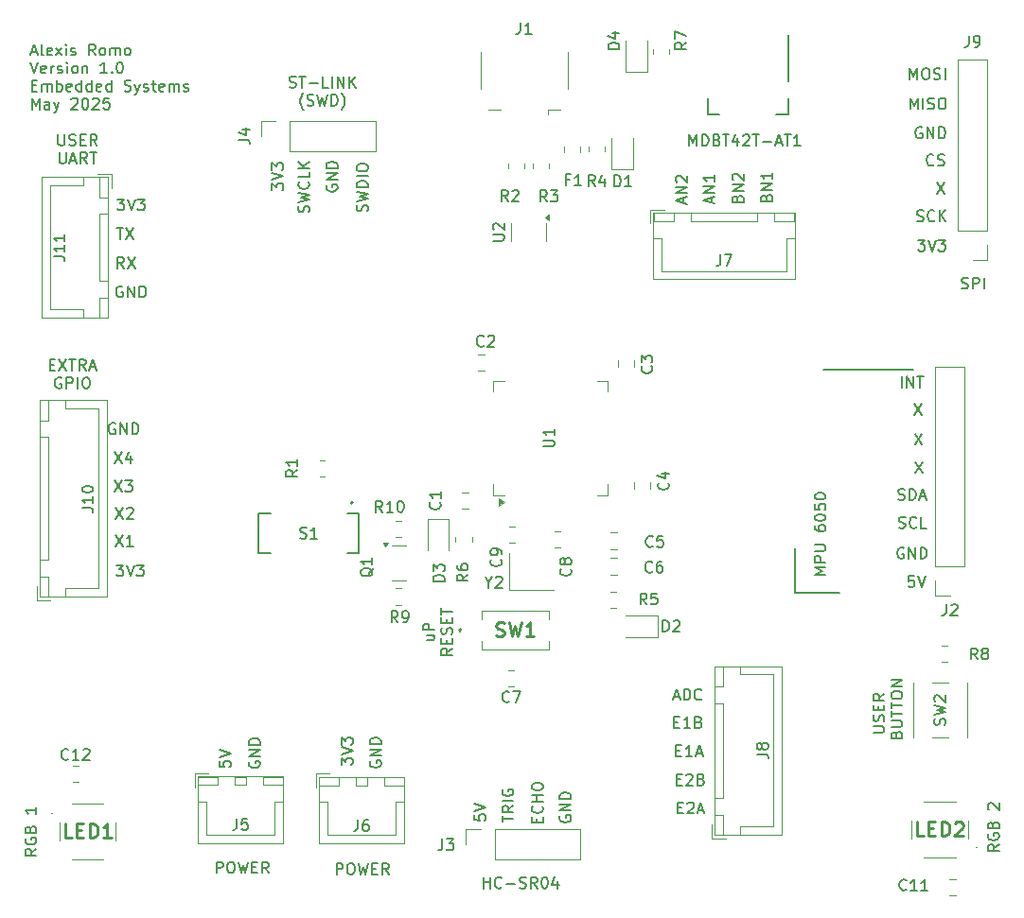
<source format=gbr>
%TF.GenerationSoftware,KiCad,Pcbnew,9.0.1*%
%TF.CreationDate,2025-05-06T12:55:39-06:00*%
%TF.ProjectId,2025_04_STM32F103_RobotBrain,32303235-5f30-4345-9f53-544d33324631,rev?*%
%TF.SameCoordinates,Original*%
%TF.FileFunction,Legend,Top*%
%TF.FilePolarity,Positive*%
%FSLAX46Y46*%
G04 Gerber Fmt 4.6, Leading zero omitted, Abs format (unit mm)*
G04 Created by KiCad (PCBNEW 9.0.1) date 2025-05-06 12:55:39*
%MOMM*%
%LPD*%
G01*
G04 APERTURE LIST*
%ADD10C,0.150000*%
%ADD11C,0.254000*%
%ADD12C,0.120000*%
%ADD13C,0.100000*%
%ADD14C,0.127000*%
%ADD15C,0.200000*%
G04 APERTURE END LIST*
D10*
X94301279Y-32527396D02*
X94777469Y-32527396D01*
X94206041Y-32813111D02*
X94539374Y-31813111D01*
X94539374Y-31813111D02*
X94872707Y-32813111D01*
X95348898Y-32813111D02*
X95253660Y-32765492D01*
X95253660Y-32765492D02*
X95206041Y-32670253D01*
X95206041Y-32670253D02*
X95206041Y-31813111D01*
X96110803Y-32765492D02*
X96015565Y-32813111D01*
X96015565Y-32813111D02*
X95825089Y-32813111D01*
X95825089Y-32813111D02*
X95729851Y-32765492D01*
X95729851Y-32765492D02*
X95682232Y-32670253D01*
X95682232Y-32670253D02*
X95682232Y-32289301D01*
X95682232Y-32289301D02*
X95729851Y-32194063D01*
X95729851Y-32194063D02*
X95825089Y-32146444D01*
X95825089Y-32146444D02*
X96015565Y-32146444D01*
X96015565Y-32146444D02*
X96110803Y-32194063D01*
X96110803Y-32194063D02*
X96158422Y-32289301D01*
X96158422Y-32289301D02*
X96158422Y-32384539D01*
X96158422Y-32384539D02*
X95682232Y-32479777D01*
X96491756Y-32813111D02*
X97015565Y-32146444D01*
X96491756Y-32146444D02*
X97015565Y-32813111D01*
X97396518Y-32813111D02*
X97396518Y-32146444D01*
X97396518Y-31813111D02*
X97348899Y-31860730D01*
X97348899Y-31860730D02*
X97396518Y-31908349D01*
X97396518Y-31908349D02*
X97444137Y-31860730D01*
X97444137Y-31860730D02*
X97396518Y-31813111D01*
X97396518Y-31813111D02*
X97396518Y-31908349D01*
X97825089Y-32765492D02*
X97920327Y-32813111D01*
X97920327Y-32813111D02*
X98110803Y-32813111D01*
X98110803Y-32813111D02*
X98206041Y-32765492D01*
X98206041Y-32765492D02*
X98253660Y-32670253D01*
X98253660Y-32670253D02*
X98253660Y-32622634D01*
X98253660Y-32622634D02*
X98206041Y-32527396D01*
X98206041Y-32527396D02*
X98110803Y-32479777D01*
X98110803Y-32479777D02*
X97967946Y-32479777D01*
X97967946Y-32479777D02*
X97872708Y-32432158D01*
X97872708Y-32432158D02*
X97825089Y-32336920D01*
X97825089Y-32336920D02*
X97825089Y-32289301D01*
X97825089Y-32289301D02*
X97872708Y-32194063D01*
X97872708Y-32194063D02*
X97967946Y-32146444D01*
X97967946Y-32146444D02*
X98110803Y-32146444D01*
X98110803Y-32146444D02*
X98206041Y-32194063D01*
X100015565Y-32813111D02*
X99682232Y-32336920D01*
X99444137Y-32813111D02*
X99444137Y-31813111D01*
X99444137Y-31813111D02*
X99825089Y-31813111D01*
X99825089Y-31813111D02*
X99920327Y-31860730D01*
X99920327Y-31860730D02*
X99967946Y-31908349D01*
X99967946Y-31908349D02*
X100015565Y-32003587D01*
X100015565Y-32003587D02*
X100015565Y-32146444D01*
X100015565Y-32146444D02*
X99967946Y-32241682D01*
X99967946Y-32241682D02*
X99920327Y-32289301D01*
X99920327Y-32289301D02*
X99825089Y-32336920D01*
X99825089Y-32336920D02*
X99444137Y-32336920D01*
X100586994Y-32813111D02*
X100491756Y-32765492D01*
X100491756Y-32765492D02*
X100444137Y-32717872D01*
X100444137Y-32717872D02*
X100396518Y-32622634D01*
X100396518Y-32622634D02*
X100396518Y-32336920D01*
X100396518Y-32336920D02*
X100444137Y-32241682D01*
X100444137Y-32241682D02*
X100491756Y-32194063D01*
X100491756Y-32194063D02*
X100586994Y-32146444D01*
X100586994Y-32146444D02*
X100729851Y-32146444D01*
X100729851Y-32146444D02*
X100825089Y-32194063D01*
X100825089Y-32194063D02*
X100872708Y-32241682D01*
X100872708Y-32241682D02*
X100920327Y-32336920D01*
X100920327Y-32336920D02*
X100920327Y-32622634D01*
X100920327Y-32622634D02*
X100872708Y-32717872D01*
X100872708Y-32717872D02*
X100825089Y-32765492D01*
X100825089Y-32765492D02*
X100729851Y-32813111D01*
X100729851Y-32813111D02*
X100586994Y-32813111D01*
X101348899Y-32813111D02*
X101348899Y-32146444D01*
X101348899Y-32241682D02*
X101396518Y-32194063D01*
X101396518Y-32194063D02*
X101491756Y-32146444D01*
X101491756Y-32146444D02*
X101634613Y-32146444D01*
X101634613Y-32146444D02*
X101729851Y-32194063D01*
X101729851Y-32194063D02*
X101777470Y-32289301D01*
X101777470Y-32289301D02*
X101777470Y-32813111D01*
X101777470Y-32289301D02*
X101825089Y-32194063D01*
X101825089Y-32194063D02*
X101920327Y-32146444D01*
X101920327Y-32146444D02*
X102063184Y-32146444D01*
X102063184Y-32146444D02*
X102158423Y-32194063D01*
X102158423Y-32194063D02*
X102206042Y-32289301D01*
X102206042Y-32289301D02*
X102206042Y-32813111D01*
X102825089Y-32813111D02*
X102729851Y-32765492D01*
X102729851Y-32765492D02*
X102682232Y-32717872D01*
X102682232Y-32717872D02*
X102634613Y-32622634D01*
X102634613Y-32622634D02*
X102634613Y-32336920D01*
X102634613Y-32336920D02*
X102682232Y-32241682D01*
X102682232Y-32241682D02*
X102729851Y-32194063D01*
X102729851Y-32194063D02*
X102825089Y-32146444D01*
X102825089Y-32146444D02*
X102967946Y-32146444D01*
X102967946Y-32146444D02*
X103063184Y-32194063D01*
X103063184Y-32194063D02*
X103110803Y-32241682D01*
X103110803Y-32241682D02*
X103158422Y-32336920D01*
X103158422Y-32336920D02*
X103158422Y-32622634D01*
X103158422Y-32622634D02*
X103110803Y-32717872D01*
X103110803Y-32717872D02*
X103063184Y-32765492D01*
X103063184Y-32765492D02*
X102967946Y-32813111D01*
X102967946Y-32813111D02*
X102825089Y-32813111D01*
X94206041Y-33423055D02*
X94539374Y-34423055D01*
X94539374Y-34423055D02*
X94872707Y-33423055D01*
X95586993Y-34375436D02*
X95491755Y-34423055D01*
X95491755Y-34423055D02*
X95301279Y-34423055D01*
X95301279Y-34423055D02*
X95206041Y-34375436D01*
X95206041Y-34375436D02*
X95158422Y-34280197D01*
X95158422Y-34280197D02*
X95158422Y-33899245D01*
X95158422Y-33899245D02*
X95206041Y-33804007D01*
X95206041Y-33804007D02*
X95301279Y-33756388D01*
X95301279Y-33756388D02*
X95491755Y-33756388D01*
X95491755Y-33756388D02*
X95586993Y-33804007D01*
X95586993Y-33804007D02*
X95634612Y-33899245D01*
X95634612Y-33899245D02*
X95634612Y-33994483D01*
X95634612Y-33994483D02*
X95158422Y-34089721D01*
X96063184Y-34423055D02*
X96063184Y-33756388D01*
X96063184Y-33946864D02*
X96110803Y-33851626D01*
X96110803Y-33851626D02*
X96158422Y-33804007D01*
X96158422Y-33804007D02*
X96253660Y-33756388D01*
X96253660Y-33756388D02*
X96348898Y-33756388D01*
X96634613Y-34375436D02*
X96729851Y-34423055D01*
X96729851Y-34423055D02*
X96920327Y-34423055D01*
X96920327Y-34423055D02*
X97015565Y-34375436D01*
X97015565Y-34375436D02*
X97063184Y-34280197D01*
X97063184Y-34280197D02*
X97063184Y-34232578D01*
X97063184Y-34232578D02*
X97015565Y-34137340D01*
X97015565Y-34137340D02*
X96920327Y-34089721D01*
X96920327Y-34089721D02*
X96777470Y-34089721D01*
X96777470Y-34089721D02*
X96682232Y-34042102D01*
X96682232Y-34042102D02*
X96634613Y-33946864D01*
X96634613Y-33946864D02*
X96634613Y-33899245D01*
X96634613Y-33899245D02*
X96682232Y-33804007D01*
X96682232Y-33804007D02*
X96777470Y-33756388D01*
X96777470Y-33756388D02*
X96920327Y-33756388D01*
X96920327Y-33756388D02*
X97015565Y-33804007D01*
X97491756Y-34423055D02*
X97491756Y-33756388D01*
X97491756Y-33423055D02*
X97444137Y-33470674D01*
X97444137Y-33470674D02*
X97491756Y-33518293D01*
X97491756Y-33518293D02*
X97539375Y-33470674D01*
X97539375Y-33470674D02*
X97491756Y-33423055D01*
X97491756Y-33423055D02*
X97491756Y-33518293D01*
X98110803Y-34423055D02*
X98015565Y-34375436D01*
X98015565Y-34375436D02*
X97967946Y-34327816D01*
X97967946Y-34327816D02*
X97920327Y-34232578D01*
X97920327Y-34232578D02*
X97920327Y-33946864D01*
X97920327Y-33946864D02*
X97967946Y-33851626D01*
X97967946Y-33851626D02*
X98015565Y-33804007D01*
X98015565Y-33804007D02*
X98110803Y-33756388D01*
X98110803Y-33756388D02*
X98253660Y-33756388D01*
X98253660Y-33756388D02*
X98348898Y-33804007D01*
X98348898Y-33804007D02*
X98396517Y-33851626D01*
X98396517Y-33851626D02*
X98444136Y-33946864D01*
X98444136Y-33946864D02*
X98444136Y-34232578D01*
X98444136Y-34232578D02*
X98396517Y-34327816D01*
X98396517Y-34327816D02*
X98348898Y-34375436D01*
X98348898Y-34375436D02*
X98253660Y-34423055D01*
X98253660Y-34423055D02*
X98110803Y-34423055D01*
X98872708Y-33756388D02*
X98872708Y-34423055D01*
X98872708Y-33851626D02*
X98920327Y-33804007D01*
X98920327Y-33804007D02*
X99015565Y-33756388D01*
X99015565Y-33756388D02*
X99158422Y-33756388D01*
X99158422Y-33756388D02*
X99253660Y-33804007D01*
X99253660Y-33804007D02*
X99301279Y-33899245D01*
X99301279Y-33899245D02*
X99301279Y-34423055D01*
X101063184Y-34423055D02*
X100491756Y-34423055D01*
X100777470Y-34423055D02*
X100777470Y-33423055D01*
X100777470Y-33423055D02*
X100682232Y-33565912D01*
X100682232Y-33565912D02*
X100586994Y-33661150D01*
X100586994Y-33661150D02*
X100491756Y-33708769D01*
X101491756Y-34327816D02*
X101539375Y-34375436D01*
X101539375Y-34375436D02*
X101491756Y-34423055D01*
X101491756Y-34423055D02*
X101444137Y-34375436D01*
X101444137Y-34375436D02*
X101491756Y-34327816D01*
X101491756Y-34327816D02*
X101491756Y-34423055D01*
X102158422Y-33423055D02*
X102253660Y-33423055D01*
X102253660Y-33423055D02*
X102348898Y-33470674D01*
X102348898Y-33470674D02*
X102396517Y-33518293D01*
X102396517Y-33518293D02*
X102444136Y-33613531D01*
X102444136Y-33613531D02*
X102491755Y-33804007D01*
X102491755Y-33804007D02*
X102491755Y-34042102D01*
X102491755Y-34042102D02*
X102444136Y-34232578D01*
X102444136Y-34232578D02*
X102396517Y-34327816D01*
X102396517Y-34327816D02*
X102348898Y-34375436D01*
X102348898Y-34375436D02*
X102253660Y-34423055D01*
X102253660Y-34423055D02*
X102158422Y-34423055D01*
X102158422Y-34423055D02*
X102063184Y-34375436D01*
X102063184Y-34375436D02*
X102015565Y-34327816D01*
X102015565Y-34327816D02*
X101967946Y-34232578D01*
X101967946Y-34232578D02*
X101920327Y-34042102D01*
X101920327Y-34042102D02*
X101920327Y-33804007D01*
X101920327Y-33804007D02*
X101967946Y-33613531D01*
X101967946Y-33613531D02*
X102015565Y-33518293D01*
X102015565Y-33518293D02*
X102063184Y-33470674D01*
X102063184Y-33470674D02*
X102158422Y-33423055D01*
X94348898Y-35509189D02*
X94682231Y-35509189D01*
X94825088Y-36032999D02*
X94348898Y-36032999D01*
X94348898Y-36032999D02*
X94348898Y-35032999D01*
X94348898Y-35032999D02*
X94825088Y-35032999D01*
X95253660Y-36032999D02*
X95253660Y-35366332D01*
X95253660Y-35461570D02*
X95301279Y-35413951D01*
X95301279Y-35413951D02*
X95396517Y-35366332D01*
X95396517Y-35366332D02*
X95539374Y-35366332D01*
X95539374Y-35366332D02*
X95634612Y-35413951D01*
X95634612Y-35413951D02*
X95682231Y-35509189D01*
X95682231Y-35509189D02*
X95682231Y-36032999D01*
X95682231Y-35509189D02*
X95729850Y-35413951D01*
X95729850Y-35413951D02*
X95825088Y-35366332D01*
X95825088Y-35366332D02*
X95967945Y-35366332D01*
X95967945Y-35366332D02*
X96063184Y-35413951D01*
X96063184Y-35413951D02*
X96110803Y-35509189D01*
X96110803Y-35509189D02*
X96110803Y-36032999D01*
X96586993Y-36032999D02*
X96586993Y-35032999D01*
X96586993Y-35413951D02*
X96682231Y-35366332D01*
X96682231Y-35366332D02*
X96872707Y-35366332D01*
X96872707Y-35366332D02*
X96967945Y-35413951D01*
X96967945Y-35413951D02*
X97015564Y-35461570D01*
X97015564Y-35461570D02*
X97063183Y-35556808D01*
X97063183Y-35556808D02*
X97063183Y-35842522D01*
X97063183Y-35842522D02*
X97015564Y-35937760D01*
X97015564Y-35937760D02*
X96967945Y-35985380D01*
X96967945Y-35985380D02*
X96872707Y-36032999D01*
X96872707Y-36032999D02*
X96682231Y-36032999D01*
X96682231Y-36032999D02*
X96586993Y-35985380D01*
X97872707Y-35985380D02*
X97777469Y-36032999D01*
X97777469Y-36032999D02*
X97586993Y-36032999D01*
X97586993Y-36032999D02*
X97491755Y-35985380D01*
X97491755Y-35985380D02*
X97444136Y-35890141D01*
X97444136Y-35890141D02*
X97444136Y-35509189D01*
X97444136Y-35509189D02*
X97491755Y-35413951D01*
X97491755Y-35413951D02*
X97586993Y-35366332D01*
X97586993Y-35366332D02*
X97777469Y-35366332D01*
X97777469Y-35366332D02*
X97872707Y-35413951D01*
X97872707Y-35413951D02*
X97920326Y-35509189D01*
X97920326Y-35509189D02*
X97920326Y-35604427D01*
X97920326Y-35604427D02*
X97444136Y-35699665D01*
X98777469Y-36032999D02*
X98777469Y-35032999D01*
X98777469Y-35985380D02*
X98682231Y-36032999D01*
X98682231Y-36032999D02*
X98491755Y-36032999D01*
X98491755Y-36032999D02*
X98396517Y-35985380D01*
X98396517Y-35985380D02*
X98348898Y-35937760D01*
X98348898Y-35937760D02*
X98301279Y-35842522D01*
X98301279Y-35842522D02*
X98301279Y-35556808D01*
X98301279Y-35556808D02*
X98348898Y-35461570D01*
X98348898Y-35461570D02*
X98396517Y-35413951D01*
X98396517Y-35413951D02*
X98491755Y-35366332D01*
X98491755Y-35366332D02*
X98682231Y-35366332D01*
X98682231Y-35366332D02*
X98777469Y-35413951D01*
X99682231Y-36032999D02*
X99682231Y-35032999D01*
X99682231Y-35985380D02*
X99586993Y-36032999D01*
X99586993Y-36032999D02*
X99396517Y-36032999D01*
X99396517Y-36032999D02*
X99301279Y-35985380D01*
X99301279Y-35985380D02*
X99253660Y-35937760D01*
X99253660Y-35937760D02*
X99206041Y-35842522D01*
X99206041Y-35842522D02*
X99206041Y-35556808D01*
X99206041Y-35556808D02*
X99253660Y-35461570D01*
X99253660Y-35461570D02*
X99301279Y-35413951D01*
X99301279Y-35413951D02*
X99396517Y-35366332D01*
X99396517Y-35366332D02*
X99586993Y-35366332D01*
X99586993Y-35366332D02*
X99682231Y-35413951D01*
X100539374Y-35985380D02*
X100444136Y-36032999D01*
X100444136Y-36032999D02*
X100253660Y-36032999D01*
X100253660Y-36032999D02*
X100158422Y-35985380D01*
X100158422Y-35985380D02*
X100110803Y-35890141D01*
X100110803Y-35890141D02*
X100110803Y-35509189D01*
X100110803Y-35509189D02*
X100158422Y-35413951D01*
X100158422Y-35413951D02*
X100253660Y-35366332D01*
X100253660Y-35366332D02*
X100444136Y-35366332D01*
X100444136Y-35366332D02*
X100539374Y-35413951D01*
X100539374Y-35413951D02*
X100586993Y-35509189D01*
X100586993Y-35509189D02*
X100586993Y-35604427D01*
X100586993Y-35604427D02*
X100110803Y-35699665D01*
X101444136Y-36032999D02*
X101444136Y-35032999D01*
X101444136Y-35985380D02*
X101348898Y-36032999D01*
X101348898Y-36032999D02*
X101158422Y-36032999D01*
X101158422Y-36032999D02*
X101063184Y-35985380D01*
X101063184Y-35985380D02*
X101015565Y-35937760D01*
X101015565Y-35937760D02*
X100967946Y-35842522D01*
X100967946Y-35842522D02*
X100967946Y-35556808D01*
X100967946Y-35556808D02*
X101015565Y-35461570D01*
X101015565Y-35461570D02*
X101063184Y-35413951D01*
X101063184Y-35413951D02*
X101158422Y-35366332D01*
X101158422Y-35366332D02*
X101348898Y-35366332D01*
X101348898Y-35366332D02*
X101444136Y-35413951D01*
X102634613Y-35985380D02*
X102777470Y-36032999D01*
X102777470Y-36032999D02*
X103015565Y-36032999D01*
X103015565Y-36032999D02*
X103110803Y-35985380D01*
X103110803Y-35985380D02*
X103158422Y-35937760D01*
X103158422Y-35937760D02*
X103206041Y-35842522D01*
X103206041Y-35842522D02*
X103206041Y-35747284D01*
X103206041Y-35747284D02*
X103158422Y-35652046D01*
X103158422Y-35652046D02*
X103110803Y-35604427D01*
X103110803Y-35604427D02*
X103015565Y-35556808D01*
X103015565Y-35556808D02*
X102825089Y-35509189D01*
X102825089Y-35509189D02*
X102729851Y-35461570D01*
X102729851Y-35461570D02*
X102682232Y-35413951D01*
X102682232Y-35413951D02*
X102634613Y-35318713D01*
X102634613Y-35318713D02*
X102634613Y-35223475D01*
X102634613Y-35223475D02*
X102682232Y-35128237D01*
X102682232Y-35128237D02*
X102729851Y-35080618D01*
X102729851Y-35080618D02*
X102825089Y-35032999D01*
X102825089Y-35032999D02*
X103063184Y-35032999D01*
X103063184Y-35032999D02*
X103206041Y-35080618D01*
X103539375Y-35366332D02*
X103777470Y-36032999D01*
X104015565Y-35366332D02*
X103777470Y-36032999D01*
X103777470Y-36032999D02*
X103682232Y-36271094D01*
X103682232Y-36271094D02*
X103634613Y-36318713D01*
X103634613Y-36318713D02*
X103539375Y-36366332D01*
X104348899Y-35985380D02*
X104444137Y-36032999D01*
X104444137Y-36032999D02*
X104634613Y-36032999D01*
X104634613Y-36032999D02*
X104729851Y-35985380D01*
X104729851Y-35985380D02*
X104777470Y-35890141D01*
X104777470Y-35890141D02*
X104777470Y-35842522D01*
X104777470Y-35842522D02*
X104729851Y-35747284D01*
X104729851Y-35747284D02*
X104634613Y-35699665D01*
X104634613Y-35699665D02*
X104491756Y-35699665D01*
X104491756Y-35699665D02*
X104396518Y-35652046D01*
X104396518Y-35652046D02*
X104348899Y-35556808D01*
X104348899Y-35556808D02*
X104348899Y-35509189D01*
X104348899Y-35509189D02*
X104396518Y-35413951D01*
X104396518Y-35413951D02*
X104491756Y-35366332D01*
X104491756Y-35366332D02*
X104634613Y-35366332D01*
X104634613Y-35366332D02*
X104729851Y-35413951D01*
X105063185Y-35366332D02*
X105444137Y-35366332D01*
X105206042Y-35032999D02*
X105206042Y-35890141D01*
X105206042Y-35890141D02*
X105253661Y-35985380D01*
X105253661Y-35985380D02*
X105348899Y-36032999D01*
X105348899Y-36032999D02*
X105444137Y-36032999D01*
X106158423Y-35985380D02*
X106063185Y-36032999D01*
X106063185Y-36032999D02*
X105872709Y-36032999D01*
X105872709Y-36032999D02*
X105777471Y-35985380D01*
X105777471Y-35985380D02*
X105729852Y-35890141D01*
X105729852Y-35890141D02*
X105729852Y-35509189D01*
X105729852Y-35509189D02*
X105777471Y-35413951D01*
X105777471Y-35413951D02*
X105872709Y-35366332D01*
X105872709Y-35366332D02*
X106063185Y-35366332D01*
X106063185Y-35366332D02*
X106158423Y-35413951D01*
X106158423Y-35413951D02*
X106206042Y-35509189D01*
X106206042Y-35509189D02*
X106206042Y-35604427D01*
X106206042Y-35604427D02*
X105729852Y-35699665D01*
X106634614Y-36032999D02*
X106634614Y-35366332D01*
X106634614Y-35461570D02*
X106682233Y-35413951D01*
X106682233Y-35413951D02*
X106777471Y-35366332D01*
X106777471Y-35366332D02*
X106920328Y-35366332D01*
X106920328Y-35366332D02*
X107015566Y-35413951D01*
X107015566Y-35413951D02*
X107063185Y-35509189D01*
X107063185Y-35509189D02*
X107063185Y-36032999D01*
X107063185Y-35509189D02*
X107110804Y-35413951D01*
X107110804Y-35413951D02*
X107206042Y-35366332D01*
X107206042Y-35366332D02*
X107348899Y-35366332D01*
X107348899Y-35366332D02*
X107444138Y-35413951D01*
X107444138Y-35413951D02*
X107491757Y-35509189D01*
X107491757Y-35509189D02*
X107491757Y-36032999D01*
X107920328Y-35985380D02*
X108015566Y-36032999D01*
X108015566Y-36032999D02*
X108206042Y-36032999D01*
X108206042Y-36032999D02*
X108301280Y-35985380D01*
X108301280Y-35985380D02*
X108348899Y-35890141D01*
X108348899Y-35890141D02*
X108348899Y-35842522D01*
X108348899Y-35842522D02*
X108301280Y-35747284D01*
X108301280Y-35747284D02*
X108206042Y-35699665D01*
X108206042Y-35699665D02*
X108063185Y-35699665D01*
X108063185Y-35699665D02*
X107967947Y-35652046D01*
X107967947Y-35652046D02*
X107920328Y-35556808D01*
X107920328Y-35556808D02*
X107920328Y-35509189D01*
X107920328Y-35509189D02*
X107967947Y-35413951D01*
X107967947Y-35413951D02*
X108063185Y-35366332D01*
X108063185Y-35366332D02*
X108206042Y-35366332D01*
X108206042Y-35366332D02*
X108301280Y-35413951D01*
X94348898Y-37642943D02*
X94348898Y-36642943D01*
X94348898Y-36642943D02*
X94682231Y-37357228D01*
X94682231Y-37357228D02*
X95015564Y-36642943D01*
X95015564Y-36642943D02*
X95015564Y-37642943D01*
X95920326Y-37642943D02*
X95920326Y-37119133D01*
X95920326Y-37119133D02*
X95872707Y-37023895D01*
X95872707Y-37023895D02*
X95777469Y-36976276D01*
X95777469Y-36976276D02*
X95586993Y-36976276D01*
X95586993Y-36976276D02*
X95491755Y-37023895D01*
X95920326Y-37595324D02*
X95825088Y-37642943D01*
X95825088Y-37642943D02*
X95586993Y-37642943D01*
X95586993Y-37642943D02*
X95491755Y-37595324D01*
X95491755Y-37595324D02*
X95444136Y-37500085D01*
X95444136Y-37500085D02*
X95444136Y-37404847D01*
X95444136Y-37404847D02*
X95491755Y-37309609D01*
X95491755Y-37309609D02*
X95586993Y-37261990D01*
X95586993Y-37261990D02*
X95825088Y-37261990D01*
X95825088Y-37261990D02*
X95920326Y-37214371D01*
X96301279Y-36976276D02*
X96539374Y-37642943D01*
X96777469Y-36976276D02*
X96539374Y-37642943D01*
X96539374Y-37642943D02*
X96444136Y-37881038D01*
X96444136Y-37881038D02*
X96396517Y-37928657D01*
X96396517Y-37928657D02*
X96301279Y-37976276D01*
X97872708Y-36738181D02*
X97920327Y-36690562D01*
X97920327Y-36690562D02*
X98015565Y-36642943D01*
X98015565Y-36642943D02*
X98253660Y-36642943D01*
X98253660Y-36642943D02*
X98348898Y-36690562D01*
X98348898Y-36690562D02*
X98396517Y-36738181D01*
X98396517Y-36738181D02*
X98444136Y-36833419D01*
X98444136Y-36833419D02*
X98444136Y-36928657D01*
X98444136Y-36928657D02*
X98396517Y-37071514D01*
X98396517Y-37071514D02*
X97825089Y-37642943D01*
X97825089Y-37642943D02*
X98444136Y-37642943D01*
X99063184Y-36642943D02*
X99158422Y-36642943D01*
X99158422Y-36642943D02*
X99253660Y-36690562D01*
X99253660Y-36690562D02*
X99301279Y-36738181D01*
X99301279Y-36738181D02*
X99348898Y-36833419D01*
X99348898Y-36833419D02*
X99396517Y-37023895D01*
X99396517Y-37023895D02*
X99396517Y-37261990D01*
X99396517Y-37261990D02*
X99348898Y-37452466D01*
X99348898Y-37452466D02*
X99301279Y-37547704D01*
X99301279Y-37547704D02*
X99253660Y-37595324D01*
X99253660Y-37595324D02*
X99158422Y-37642943D01*
X99158422Y-37642943D02*
X99063184Y-37642943D01*
X99063184Y-37642943D02*
X98967946Y-37595324D01*
X98967946Y-37595324D02*
X98920327Y-37547704D01*
X98920327Y-37547704D02*
X98872708Y-37452466D01*
X98872708Y-37452466D02*
X98825089Y-37261990D01*
X98825089Y-37261990D02*
X98825089Y-37023895D01*
X98825089Y-37023895D02*
X98872708Y-36833419D01*
X98872708Y-36833419D02*
X98920327Y-36738181D01*
X98920327Y-36738181D02*
X98967946Y-36690562D01*
X98967946Y-36690562D02*
X99063184Y-36642943D01*
X99777470Y-36738181D02*
X99825089Y-36690562D01*
X99825089Y-36690562D02*
X99920327Y-36642943D01*
X99920327Y-36642943D02*
X100158422Y-36642943D01*
X100158422Y-36642943D02*
X100253660Y-36690562D01*
X100253660Y-36690562D02*
X100301279Y-36738181D01*
X100301279Y-36738181D02*
X100348898Y-36833419D01*
X100348898Y-36833419D02*
X100348898Y-36928657D01*
X100348898Y-36928657D02*
X100301279Y-37071514D01*
X100301279Y-37071514D02*
X99729851Y-37642943D01*
X99729851Y-37642943D02*
X100348898Y-37642943D01*
X101253660Y-36642943D02*
X100777470Y-36642943D01*
X100777470Y-36642943D02*
X100729851Y-37119133D01*
X100729851Y-37119133D02*
X100777470Y-37071514D01*
X100777470Y-37071514D02*
X100872708Y-37023895D01*
X100872708Y-37023895D02*
X101110803Y-37023895D01*
X101110803Y-37023895D02*
X101206041Y-37071514D01*
X101206041Y-37071514D02*
X101253660Y-37119133D01*
X101253660Y-37119133D02*
X101301279Y-37214371D01*
X101301279Y-37214371D02*
X101301279Y-37452466D01*
X101301279Y-37452466D02*
X101253660Y-37547704D01*
X101253660Y-37547704D02*
X101206041Y-37595324D01*
X101206041Y-37595324D02*
X101110803Y-37642943D01*
X101110803Y-37642943D02*
X100872708Y-37642943D01*
X100872708Y-37642943D02*
X100777470Y-37595324D01*
X100777470Y-37595324D02*
X100729851Y-37547704D01*
X162585000Y-80945000D02*
X166585000Y-80945000D01*
X162585000Y-80945000D02*
X162585000Y-76945000D01*
X173165000Y-60945000D02*
X165165000Y-60945000D01*
X111104819Y-96030476D02*
X111104819Y-96506666D01*
X111104819Y-96506666D02*
X111581009Y-96554285D01*
X111581009Y-96554285D02*
X111533390Y-96506666D01*
X111533390Y-96506666D02*
X111485771Y-96411428D01*
X111485771Y-96411428D02*
X111485771Y-96173333D01*
X111485771Y-96173333D02*
X111533390Y-96078095D01*
X111533390Y-96078095D02*
X111581009Y-96030476D01*
X111581009Y-96030476D02*
X111676247Y-95982857D01*
X111676247Y-95982857D02*
X111914342Y-95982857D01*
X111914342Y-95982857D02*
X112009580Y-96030476D01*
X112009580Y-96030476D02*
X112057200Y-96078095D01*
X112057200Y-96078095D02*
X112104819Y-96173333D01*
X112104819Y-96173333D02*
X112104819Y-96411428D01*
X112104819Y-96411428D02*
X112057200Y-96506666D01*
X112057200Y-96506666D02*
X112009580Y-96554285D01*
X111104819Y-95697142D02*
X112104819Y-95363809D01*
X112104819Y-95363809D02*
X111104819Y-95030476D01*
X101840476Y-73304819D02*
X102507142Y-74304819D01*
X102507142Y-73304819D02*
X101840476Y-74304819D01*
X102840476Y-73400057D02*
X102888095Y-73352438D01*
X102888095Y-73352438D02*
X102983333Y-73304819D01*
X102983333Y-73304819D02*
X103221428Y-73304819D01*
X103221428Y-73304819D02*
X103316666Y-73352438D01*
X103316666Y-73352438D02*
X103364285Y-73400057D01*
X103364285Y-73400057D02*
X103411904Y-73495295D01*
X103411904Y-73495295D02*
X103411904Y-73590533D01*
X103411904Y-73590533D02*
X103364285Y-73733390D01*
X103364285Y-73733390D02*
X102792857Y-74304819D01*
X102792857Y-74304819D02*
X103411904Y-74304819D01*
X139531009Y-101531904D02*
X139531009Y-101198571D01*
X140054819Y-101055714D02*
X140054819Y-101531904D01*
X140054819Y-101531904D02*
X139054819Y-101531904D01*
X139054819Y-101531904D02*
X139054819Y-101055714D01*
X139959580Y-100055714D02*
X140007200Y-100103333D01*
X140007200Y-100103333D02*
X140054819Y-100246190D01*
X140054819Y-100246190D02*
X140054819Y-100341428D01*
X140054819Y-100341428D02*
X140007200Y-100484285D01*
X140007200Y-100484285D02*
X139911961Y-100579523D01*
X139911961Y-100579523D02*
X139816723Y-100627142D01*
X139816723Y-100627142D02*
X139626247Y-100674761D01*
X139626247Y-100674761D02*
X139483390Y-100674761D01*
X139483390Y-100674761D02*
X139292914Y-100627142D01*
X139292914Y-100627142D02*
X139197676Y-100579523D01*
X139197676Y-100579523D02*
X139102438Y-100484285D01*
X139102438Y-100484285D02*
X139054819Y-100341428D01*
X139054819Y-100341428D02*
X139054819Y-100246190D01*
X139054819Y-100246190D02*
X139102438Y-100103333D01*
X139102438Y-100103333D02*
X139150057Y-100055714D01*
X140054819Y-99627142D02*
X139054819Y-99627142D01*
X139531009Y-99627142D02*
X139531009Y-99055714D01*
X140054819Y-99055714D02*
X139054819Y-99055714D01*
X139054819Y-98389047D02*
X139054819Y-98198571D01*
X139054819Y-98198571D02*
X139102438Y-98103333D01*
X139102438Y-98103333D02*
X139197676Y-98008095D01*
X139197676Y-98008095D02*
X139388152Y-97960476D01*
X139388152Y-97960476D02*
X139721485Y-97960476D01*
X139721485Y-97960476D02*
X139911961Y-98008095D01*
X139911961Y-98008095D02*
X140007200Y-98103333D01*
X140007200Y-98103333D02*
X140054819Y-98198571D01*
X140054819Y-98198571D02*
X140054819Y-98389047D01*
X140054819Y-98389047D02*
X140007200Y-98484285D01*
X140007200Y-98484285D02*
X139911961Y-98579523D01*
X139911961Y-98579523D02*
X139721485Y-98627142D01*
X139721485Y-98627142D02*
X139388152Y-98627142D01*
X139388152Y-98627142D02*
X139197676Y-98579523D01*
X139197676Y-98579523D02*
X139102438Y-98484285D01*
X139102438Y-98484285D02*
X139054819Y-98389047D01*
X151809524Y-92521009D02*
X152142857Y-92521009D01*
X152285714Y-93044819D02*
X151809524Y-93044819D01*
X151809524Y-93044819D02*
X151809524Y-92044819D01*
X151809524Y-92044819D02*
X152285714Y-92044819D01*
X153238095Y-93044819D02*
X152666667Y-93044819D01*
X152952381Y-93044819D02*
X152952381Y-92044819D01*
X152952381Y-92044819D02*
X152857143Y-92187676D01*
X152857143Y-92187676D02*
X152761905Y-92282914D01*
X152761905Y-92282914D02*
X152666667Y-92330533D01*
X154000000Y-92521009D02*
X154142857Y-92568628D01*
X154142857Y-92568628D02*
X154190476Y-92616247D01*
X154190476Y-92616247D02*
X154238095Y-92711485D01*
X154238095Y-92711485D02*
X154238095Y-92854342D01*
X154238095Y-92854342D02*
X154190476Y-92949580D01*
X154190476Y-92949580D02*
X154142857Y-92997200D01*
X154142857Y-92997200D02*
X154047619Y-93044819D01*
X154047619Y-93044819D02*
X153666667Y-93044819D01*
X153666667Y-93044819D02*
X153666667Y-92044819D01*
X153666667Y-92044819D02*
X154000000Y-92044819D01*
X154000000Y-92044819D02*
X154095238Y-92092438D01*
X154095238Y-92092438D02*
X154142857Y-92140057D01*
X154142857Y-92140057D02*
X154190476Y-92235295D01*
X154190476Y-92235295D02*
X154190476Y-92330533D01*
X154190476Y-92330533D02*
X154142857Y-92425771D01*
X154142857Y-92425771D02*
X154095238Y-92473390D01*
X154095238Y-92473390D02*
X154000000Y-92521009D01*
X154000000Y-92521009D02*
X153666667Y-92521009D01*
X155149104Y-46008094D02*
X155149104Y-45531904D01*
X155434819Y-46103332D02*
X154434819Y-45769999D01*
X154434819Y-45769999D02*
X155434819Y-45436666D01*
X155434819Y-45103332D02*
X154434819Y-45103332D01*
X154434819Y-45103332D02*
X155434819Y-44531904D01*
X155434819Y-44531904D02*
X154434819Y-44531904D01*
X155434819Y-43531904D02*
X155434819Y-44103332D01*
X155434819Y-43817618D02*
X154434819Y-43817618D01*
X154434819Y-43817618D02*
X154577676Y-43912856D01*
X154577676Y-43912856D02*
X154672914Y-44008094D01*
X154672914Y-44008094D02*
X154720533Y-44103332D01*
X173396667Y-69234819D02*
X174063333Y-70234819D01*
X174063333Y-69234819D02*
X173396667Y-70234819D01*
X120722438Y-44441904D02*
X120674819Y-44537142D01*
X120674819Y-44537142D02*
X120674819Y-44679999D01*
X120674819Y-44679999D02*
X120722438Y-44822856D01*
X120722438Y-44822856D02*
X120817676Y-44918094D01*
X120817676Y-44918094D02*
X120912914Y-44965713D01*
X120912914Y-44965713D02*
X121103390Y-45013332D01*
X121103390Y-45013332D02*
X121246247Y-45013332D01*
X121246247Y-45013332D02*
X121436723Y-44965713D01*
X121436723Y-44965713D02*
X121531961Y-44918094D01*
X121531961Y-44918094D02*
X121627200Y-44822856D01*
X121627200Y-44822856D02*
X121674819Y-44679999D01*
X121674819Y-44679999D02*
X121674819Y-44584761D01*
X121674819Y-44584761D02*
X121627200Y-44441904D01*
X121627200Y-44441904D02*
X121579580Y-44394285D01*
X121579580Y-44394285D02*
X121246247Y-44394285D01*
X121246247Y-44394285D02*
X121246247Y-44584761D01*
X121674819Y-43965713D02*
X120674819Y-43965713D01*
X120674819Y-43965713D02*
X121674819Y-43394285D01*
X121674819Y-43394285D02*
X120674819Y-43394285D01*
X121674819Y-42918094D02*
X120674819Y-42918094D01*
X120674819Y-42918094D02*
X120674819Y-42679999D01*
X120674819Y-42679999D02*
X120722438Y-42537142D01*
X120722438Y-42537142D02*
X120817676Y-42441904D01*
X120817676Y-42441904D02*
X120912914Y-42394285D01*
X120912914Y-42394285D02*
X121103390Y-42346666D01*
X121103390Y-42346666D02*
X121246247Y-42346666D01*
X121246247Y-42346666D02*
X121436723Y-42394285D01*
X121436723Y-42394285D02*
X121531961Y-42441904D01*
X121531961Y-42441904D02*
X121627200Y-42537142D01*
X121627200Y-42537142D02*
X121674819Y-42679999D01*
X121674819Y-42679999D02*
X121674819Y-42918094D01*
X172888572Y-34964819D02*
X172888572Y-33964819D01*
X172888572Y-33964819D02*
X173221905Y-34679104D01*
X173221905Y-34679104D02*
X173555238Y-33964819D01*
X173555238Y-33964819D02*
X173555238Y-34964819D01*
X174221905Y-33964819D02*
X174412381Y-33964819D01*
X174412381Y-33964819D02*
X174507619Y-34012438D01*
X174507619Y-34012438D02*
X174602857Y-34107676D01*
X174602857Y-34107676D02*
X174650476Y-34298152D01*
X174650476Y-34298152D02*
X174650476Y-34631485D01*
X174650476Y-34631485D02*
X174602857Y-34821961D01*
X174602857Y-34821961D02*
X174507619Y-34917200D01*
X174507619Y-34917200D02*
X174412381Y-34964819D01*
X174412381Y-34964819D02*
X174221905Y-34964819D01*
X174221905Y-34964819D02*
X174126667Y-34917200D01*
X174126667Y-34917200D02*
X174031429Y-34821961D01*
X174031429Y-34821961D02*
X173983810Y-34631485D01*
X173983810Y-34631485D02*
X173983810Y-34298152D01*
X173983810Y-34298152D02*
X174031429Y-34107676D01*
X174031429Y-34107676D02*
X174126667Y-34012438D01*
X174126667Y-34012438D02*
X174221905Y-33964819D01*
X175031429Y-34917200D02*
X175174286Y-34964819D01*
X175174286Y-34964819D02*
X175412381Y-34964819D01*
X175412381Y-34964819D02*
X175507619Y-34917200D01*
X175507619Y-34917200D02*
X175555238Y-34869580D01*
X175555238Y-34869580D02*
X175602857Y-34774342D01*
X175602857Y-34774342D02*
X175602857Y-34679104D01*
X175602857Y-34679104D02*
X175555238Y-34583866D01*
X175555238Y-34583866D02*
X175507619Y-34536247D01*
X175507619Y-34536247D02*
X175412381Y-34488628D01*
X175412381Y-34488628D02*
X175221905Y-34441009D01*
X175221905Y-34441009D02*
X175126667Y-34393390D01*
X175126667Y-34393390D02*
X175079048Y-34345771D01*
X175079048Y-34345771D02*
X175031429Y-34250533D01*
X175031429Y-34250533D02*
X175031429Y-34155295D01*
X175031429Y-34155295D02*
X175079048Y-34060057D01*
X175079048Y-34060057D02*
X175126667Y-34012438D01*
X175126667Y-34012438D02*
X175221905Y-33964819D01*
X175221905Y-33964819D02*
X175460000Y-33964819D01*
X175460000Y-33964819D02*
X175602857Y-34012438D01*
X176031429Y-34964819D02*
X176031429Y-33964819D01*
X101981905Y-45694819D02*
X102600952Y-45694819D01*
X102600952Y-45694819D02*
X102267619Y-46075771D01*
X102267619Y-46075771D02*
X102410476Y-46075771D01*
X102410476Y-46075771D02*
X102505714Y-46123390D01*
X102505714Y-46123390D02*
X102553333Y-46171009D01*
X102553333Y-46171009D02*
X102600952Y-46266247D01*
X102600952Y-46266247D02*
X102600952Y-46504342D01*
X102600952Y-46504342D02*
X102553333Y-46599580D01*
X102553333Y-46599580D02*
X102505714Y-46647200D01*
X102505714Y-46647200D02*
X102410476Y-46694819D01*
X102410476Y-46694819D02*
X102124762Y-46694819D01*
X102124762Y-46694819D02*
X102029524Y-46647200D01*
X102029524Y-46647200D02*
X101981905Y-46599580D01*
X102886667Y-45694819D02*
X103220000Y-46694819D01*
X103220000Y-46694819D02*
X103553333Y-45694819D01*
X103791429Y-45694819D02*
X104410476Y-45694819D01*
X104410476Y-45694819D02*
X104077143Y-46075771D01*
X104077143Y-46075771D02*
X104220000Y-46075771D01*
X104220000Y-46075771D02*
X104315238Y-46123390D01*
X104315238Y-46123390D02*
X104362857Y-46171009D01*
X104362857Y-46171009D02*
X104410476Y-46266247D01*
X104410476Y-46266247D02*
X104410476Y-46504342D01*
X104410476Y-46504342D02*
X104362857Y-46599580D01*
X104362857Y-46599580D02*
X104315238Y-46647200D01*
X104315238Y-46647200D02*
X104220000Y-46694819D01*
X104220000Y-46694819D02*
X103934286Y-46694819D01*
X103934286Y-46694819D02*
X103839048Y-46647200D01*
X103839048Y-46647200D02*
X103791429Y-46599580D01*
X152130952Y-100181009D02*
X152464285Y-100181009D01*
X152607142Y-100704819D02*
X152130952Y-100704819D01*
X152130952Y-100704819D02*
X152130952Y-99704819D01*
X152130952Y-99704819D02*
X152607142Y-99704819D01*
X152988095Y-99800057D02*
X153035714Y-99752438D01*
X153035714Y-99752438D02*
X153130952Y-99704819D01*
X153130952Y-99704819D02*
X153369047Y-99704819D01*
X153369047Y-99704819D02*
X153464285Y-99752438D01*
X153464285Y-99752438D02*
X153511904Y-99800057D01*
X153511904Y-99800057D02*
X153559523Y-99895295D01*
X153559523Y-99895295D02*
X153559523Y-99990533D01*
X153559523Y-99990533D02*
X153511904Y-100133390D01*
X153511904Y-100133390D02*
X152940476Y-100704819D01*
X152940476Y-100704819D02*
X153559523Y-100704819D01*
X153940476Y-100419104D02*
X154416666Y-100419104D01*
X153845238Y-100704819D02*
X154178571Y-99704819D01*
X154178571Y-99704819D02*
X154511904Y-100704819D01*
X101918095Y-48274819D02*
X102489523Y-48274819D01*
X102203809Y-49274819D02*
X102203809Y-48274819D01*
X102727619Y-48274819D02*
X103394285Y-49274819D01*
X103394285Y-48274819D02*
X102727619Y-49274819D01*
X102448095Y-53532438D02*
X102352857Y-53484819D01*
X102352857Y-53484819D02*
X102210000Y-53484819D01*
X102210000Y-53484819D02*
X102067143Y-53532438D01*
X102067143Y-53532438D02*
X101971905Y-53627676D01*
X101971905Y-53627676D02*
X101924286Y-53722914D01*
X101924286Y-53722914D02*
X101876667Y-53913390D01*
X101876667Y-53913390D02*
X101876667Y-54056247D01*
X101876667Y-54056247D02*
X101924286Y-54246723D01*
X101924286Y-54246723D02*
X101971905Y-54341961D01*
X101971905Y-54341961D02*
X102067143Y-54437200D01*
X102067143Y-54437200D02*
X102210000Y-54484819D01*
X102210000Y-54484819D02*
X102305238Y-54484819D01*
X102305238Y-54484819D02*
X102448095Y-54437200D01*
X102448095Y-54437200D02*
X102495714Y-54389580D01*
X102495714Y-54389580D02*
X102495714Y-54056247D01*
X102495714Y-54056247D02*
X102305238Y-54056247D01*
X102924286Y-54484819D02*
X102924286Y-53484819D01*
X102924286Y-53484819D02*
X103495714Y-54484819D01*
X103495714Y-54484819D02*
X103495714Y-53484819D01*
X103971905Y-54484819D02*
X103971905Y-53484819D01*
X103971905Y-53484819D02*
X104210000Y-53484819D01*
X104210000Y-53484819D02*
X104352857Y-53532438D01*
X104352857Y-53532438D02*
X104448095Y-53627676D01*
X104448095Y-53627676D02*
X104495714Y-53722914D01*
X104495714Y-53722914D02*
X104543333Y-53913390D01*
X104543333Y-53913390D02*
X104543333Y-54056247D01*
X104543333Y-54056247D02*
X104495714Y-54246723D01*
X104495714Y-54246723D02*
X104448095Y-54341961D01*
X104448095Y-54341961D02*
X104352857Y-54437200D01*
X104352857Y-54437200D02*
X104210000Y-54484819D01*
X104210000Y-54484819D02*
X103971905Y-54484819D01*
X134746667Y-107414819D02*
X134746667Y-106414819D01*
X134746667Y-106891009D02*
X135318095Y-106891009D01*
X135318095Y-107414819D02*
X135318095Y-106414819D01*
X136365714Y-107319580D02*
X136318095Y-107367200D01*
X136318095Y-107367200D02*
X136175238Y-107414819D01*
X136175238Y-107414819D02*
X136080000Y-107414819D01*
X136080000Y-107414819D02*
X135937143Y-107367200D01*
X135937143Y-107367200D02*
X135841905Y-107271961D01*
X135841905Y-107271961D02*
X135794286Y-107176723D01*
X135794286Y-107176723D02*
X135746667Y-106986247D01*
X135746667Y-106986247D02*
X135746667Y-106843390D01*
X135746667Y-106843390D02*
X135794286Y-106652914D01*
X135794286Y-106652914D02*
X135841905Y-106557676D01*
X135841905Y-106557676D02*
X135937143Y-106462438D01*
X135937143Y-106462438D02*
X136080000Y-106414819D01*
X136080000Y-106414819D02*
X136175238Y-106414819D01*
X136175238Y-106414819D02*
X136318095Y-106462438D01*
X136318095Y-106462438D02*
X136365714Y-106510057D01*
X136794286Y-107033866D02*
X137556191Y-107033866D01*
X137984762Y-107367200D02*
X138127619Y-107414819D01*
X138127619Y-107414819D02*
X138365714Y-107414819D01*
X138365714Y-107414819D02*
X138460952Y-107367200D01*
X138460952Y-107367200D02*
X138508571Y-107319580D01*
X138508571Y-107319580D02*
X138556190Y-107224342D01*
X138556190Y-107224342D02*
X138556190Y-107129104D01*
X138556190Y-107129104D02*
X138508571Y-107033866D01*
X138508571Y-107033866D02*
X138460952Y-106986247D01*
X138460952Y-106986247D02*
X138365714Y-106938628D01*
X138365714Y-106938628D02*
X138175238Y-106891009D01*
X138175238Y-106891009D02*
X138080000Y-106843390D01*
X138080000Y-106843390D02*
X138032381Y-106795771D01*
X138032381Y-106795771D02*
X137984762Y-106700533D01*
X137984762Y-106700533D02*
X137984762Y-106605295D01*
X137984762Y-106605295D02*
X138032381Y-106510057D01*
X138032381Y-106510057D02*
X138080000Y-106462438D01*
X138080000Y-106462438D02*
X138175238Y-106414819D01*
X138175238Y-106414819D02*
X138413333Y-106414819D01*
X138413333Y-106414819D02*
X138556190Y-106462438D01*
X139556190Y-107414819D02*
X139222857Y-106938628D01*
X138984762Y-107414819D02*
X138984762Y-106414819D01*
X138984762Y-106414819D02*
X139365714Y-106414819D01*
X139365714Y-106414819D02*
X139460952Y-106462438D01*
X139460952Y-106462438D02*
X139508571Y-106510057D01*
X139508571Y-106510057D02*
X139556190Y-106605295D01*
X139556190Y-106605295D02*
X139556190Y-106748152D01*
X139556190Y-106748152D02*
X139508571Y-106843390D01*
X139508571Y-106843390D02*
X139460952Y-106891009D01*
X139460952Y-106891009D02*
X139365714Y-106938628D01*
X139365714Y-106938628D02*
X138984762Y-106938628D01*
X140175238Y-106414819D02*
X140270476Y-106414819D01*
X140270476Y-106414819D02*
X140365714Y-106462438D01*
X140365714Y-106462438D02*
X140413333Y-106510057D01*
X140413333Y-106510057D02*
X140460952Y-106605295D01*
X140460952Y-106605295D02*
X140508571Y-106795771D01*
X140508571Y-106795771D02*
X140508571Y-107033866D01*
X140508571Y-107033866D02*
X140460952Y-107224342D01*
X140460952Y-107224342D02*
X140413333Y-107319580D01*
X140413333Y-107319580D02*
X140365714Y-107367200D01*
X140365714Y-107367200D02*
X140270476Y-107414819D01*
X140270476Y-107414819D02*
X140175238Y-107414819D01*
X140175238Y-107414819D02*
X140080000Y-107367200D01*
X140080000Y-107367200D02*
X140032381Y-107319580D01*
X140032381Y-107319580D02*
X139984762Y-107224342D01*
X139984762Y-107224342D02*
X139937143Y-107033866D01*
X139937143Y-107033866D02*
X139937143Y-106795771D01*
X139937143Y-106795771D02*
X139984762Y-106605295D01*
X139984762Y-106605295D02*
X140032381Y-106510057D01*
X140032381Y-106510057D02*
X140080000Y-106462438D01*
X140080000Y-106462438D02*
X140175238Y-106414819D01*
X141365714Y-106748152D02*
X141365714Y-107414819D01*
X141127619Y-106367200D02*
X140889524Y-107081485D01*
X140889524Y-107081485D02*
X141508571Y-107081485D01*
X115824819Y-44888094D02*
X115824819Y-44269047D01*
X115824819Y-44269047D02*
X116205771Y-44602380D01*
X116205771Y-44602380D02*
X116205771Y-44459523D01*
X116205771Y-44459523D02*
X116253390Y-44364285D01*
X116253390Y-44364285D02*
X116301009Y-44316666D01*
X116301009Y-44316666D02*
X116396247Y-44269047D01*
X116396247Y-44269047D02*
X116634342Y-44269047D01*
X116634342Y-44269047D02*
X116729580Y-44316666D01*
X116729580Y-44316666D02*
X116777200Y-44364285D01*
X116777200Y-44364285D02*
X116824819Y-44459523D01*
X116824819Y-44459523D02*
X116824819Y-44745237D01*
X116824819Y-44745237D02*
X116777200Y-44840475D01*
X116777200Y-44840475D02*
X116729580Y-44888094D01*
X115824819Y-43983332D02*
X116824819Y-43649999D01*
X116824819Y-43649999D02*
X115824819Y-43316666D01*
X115824819Y-43078570D02*
X115824819Y-42459523D01*
X115824819Y-42459523D02*
X116205771Y-42792856D01*
X116205771Y-42792856D02*
X116205771Y-42649999D01*
X116205771Y-42649999D02*
X116253390Y-42554761D01*
X116253390Y-42554761D02*
X116301009Y-42507142D01*
X116301009Y-42507142D02*
X116396247Y-42459523D01*
X116396247Y-42459523D02*
X116634342Y-42459523D01*
X116634342Y-42459523D02*
X116729580Y-42507142D01*
X116729580Y-42507142D02*
X116777200Y-42554761D01*
X116777200Y-42554761D02*
X116824819Y-42649999D01*
X116824819Y-42649999D02*
X116824819Y-42935713D01*
X116824819Y-42935713D02*
X116777200Y-43030951D01*
X116777200Y-43030951D02*
X116729580Y-43078570D01*
X151980952Y-95081009D02*
X152314285Y-95081009D01*
X152457142Y-95604819D02*
X151980952Y-95604819D01*
X151980952Y-95604819D02*
X151980952Y-94604819D01*
X151980952Y-94604819D02*
X152457142Y-94604819D01*
X153409523Y-95604819D02*
X152838095Y-95604819D01*
X153123809Y-95604819D02*
X153123809Y-94604819D01*
X153123809Y-94604819D02*
X153028571Y-94747676D01*
X153028571Y-94747676D02*
X152933333Y-94842914D01*
X152933333Y-94842914D02*
X152838095Y-94890533D01*
X153790476Y-95319104D02*
X154266666Y-95319104D01*
X153695238Y-95604819D02*
X154028571Y-94604819D01*
X154028571Y-94604819D02*
X154361904Y-95604819D01*
X175296667Y-44194819D02*
X175963333Y-45194819D01*
X175963333Y-44194819D02*
X175296667Y-45194819D01*
X102583333Y-51864819D02*
X102250000Y-51388628D01*
X102011905Y-51864819D02*
X102011905Y-50864819D01*
X102011905Y-50864819D02*
X102392857Y-50864819D01*
X102392857Y-50864819D02*
X102488095Y-50912438D01*
X102488095Y-50912438D02*
X102535714Y-50960057D01*
X102535714Y-50960057D02*
X102583333Y-51055295D01*
X102583333Y-51055295D02*
X102583333Y-51198152D01*
X102583333Y-51198152D02*
X102535714Y-51293390D01*
X102535714Y-51293390D02*
X102488095Y-51341009D01*
X102488095Y-51341009D02*
X102392857Y-51388628D01*
X102392857Y-51388628D02*
X102011905Y-51388628D01*
X102916667Y-50864819D02*
X103583333Y-51864819D01*
X103583333Y-50864819D02*
X102916667Y-51864819D01*
X101730476Y-68354819D02*
X102397142Y-69354819D01*
X102397142Y-68354819D02*
X101730476Y-69354819D01*
X103206666Y-68688152D02*
X103206666Y-69354819D01*
X102968571Y-68307200D02*
X102730476Y-69021485D01*
X102730476Y-69021485D02*
X103349523Y-69021485D01*
X171909524Y-75107200D02*
X172052381Y-75154819D01*
X172052381Y-75154819D02*
X172290476Y-75154819D01*
X172290476Y-75154819D02*
X172385714Y-75107200D01*
X172385714Y-75107200D02*
X172433333Y-75059580D01*
X172433333Y-75059580D02*
X172480952Y-74964342D01*
X172480952Y-74964342D02*
X172480952Y-74869104D01*
X172480952Y-74869104D02*
X172433333Y-74773866D01*
X172433333Y-74773866D02*
X172385714Y-74726247D01*
X172385714Y-74726247D02*
X172290476Y-74678628D01*
X172290476Y-74678628D02*
X172100000Y-74631009D01*
X172100000Y-74631009D02*
X172004762Y-74583390D01*
X172004762Y-74583390D02*
X171957143Y-74535771D01*
X171957143Y-74535771D02*
X171909524Y-74440533D01*
X171909524Y-74440533D02*
X171909524Y-74345295D01*
X171909524Y-74345295D02*
X171957143Y-74250057D01*
X171957143Y-74250057D02*
X172004762Y-74202438D01*
X172004762Y-74202438D02*
X172100000Y-74154819D01*
X172100000Y-74154819D02*
X172338095Y-74154819D01*
X172338095Y-74154819D02*
X172480952Y-74202438D01*
X173480952Y-75059580D02*
X173433333Y-75107200D01*
X173433333Y-75107200D02*
X173290476Y-75154819D01*
X173290476Y-75154819D02*
X173195238Y-75154819D01*
X173195238Y-75154819D02*
X173052381Y-75107200D01*
X173052381Y-75107200D02*
X172957143Y-75011961D01*
X172957143Y-75011961D02*
X172909524Y-74916723D01*
X172909524Y-74916723D02*
X172861905Y-74726247D01*
X172861905Y-74726247D02*
X172861905Y-74583390D01*
X172861905Y-74583390D02*
X172909524Y-74392914D01*
X172909524Y-74392914D02*
X172957143Y-74297676D01*
X172957143Y-74297676D02*
X173052381Y-74202438D01*
X173052381Y-74202438D02*
X173195238Y-74154819D01*
X173195238Y-74154819D02*
X173290476Y-74154819D01*
X173290476Y-74154819D02*
X173433333Y-74202438D01*
X173433333Y-74202438D02*
X173480952Y-74250057D01*
X174385714Y-75154819D02*
X173909524Y-75154819D01*
X173909524Y-75154819D02*
X173909524Y-74154819D01*
X171845714Y-72587200D02*
X171988571Y-72634819D01*
X171988571Y-72634819D02*
X172226666Y-72634819D01*
X172226666Y-72634819D02*
X172321904Y-72587200D01*
X172321904Y-72587200D02*
X172369523Y-72539580D01*
X172369523Y-72539580D02*
X172417142Y-72444342D01*
X172417142Y-72444342D02*
X172417142Y-72349104D01*
X172417142Y-72349104D02*
X172369523Y-72253866D01*
X172369523Y-72253866D02*
X172321904Y-72206247D01*
X172321904Y-72206247D02*
X172226666Y-72158628D01*
X172226666Y-72158628D02*
X172036190Y-72111009D01*
X172036190Y-72111009D02*
X171940952Y-72063390D01*
X171940952Y-72063390D02*
X171893333Y-72015771D01*
X171893333Y-72015771D02*
X171845714Y-71920533D01*
X171845714Y-71920533D02*
X171845714Y-71825295D01*
X171845714Y-71825295D02*
X171893333Y-71730057D01*
X171893333Y-71730057D02*
X171940952Y-71682438D01*
X171940952Y-71682438D02*
X172036190Y-71634819D01*
X172036190Y-71634819D02*
X172274285Y-71634819D01*
X172274285Y-71634819D02*
X172417142Y-71682438D01*
X172845714Y-72634819D02*
X172845714Y-71634819D01*
X172845714Y-71634819D02*
X173083809Y-71634819D01*
X173083809Y-71634819D02*
X173226666Y-71682438D01*
X173226666Y-71682438D02*
X173321904Y-71777676D01*
X173321904Y-71777676D02*
X173369523Y-71872914D01*
X173369523Y-71872914D02*
X173417142Y-72063390D01*
X173417142Y-72063390D02*
X173417142Y-72206247D01*
X173417142Y-72206247D02*
X173369523Y-72396723D01*
X173369523Y-72396723D02*
X173321904Y-72491961D01*
X173321904Y-72491961D02*
X173226666Y-72587200D01*
X173226666Y-72587200D02*
X173083809Y-72634819D01*
X173083809Y-72634819D02*
X172845714Y-72634819D01*
X173798095Y-72349104D02*
X174274285Y-72349104D01*
X173702857Y-72634819D02*
X174036190Y-71634819D01*
X174036190Y-71634819D02*
X174369523Y-72634819D01*
X121590476Y-106174819D02*
X121590476Y-105174819D01*
X121590476Y-105174819D02*
X121971428Y-105174819D01*
X121971428Y-105174819D02*
X122066666Y-105222438D01*
X122066666Y-105222438D02*
X122114285Y-105270057D01*
X122114285Y-105270057D02*
X122161904Y-105365295D01*
X122161904Y-105365295D02*
X122161904Y-105508152D01*
X122161904Y-105508152D02*
X122114285Y-105603390D01*
X122114285Y-105603390D02*
X122066666Y-105651009D01*
X122066666Y-105651009D02*
X121971428Y-105698628D01*
X121971428Y-105698628D02*
X121590476Y-105698628D01*
X122780952Y-105174819D02*
X122971428Y-105174819D01*
X122971428Y-105174819D02*
X123066666Y-105222438D01*
X123066666Y-105222438D02*
X123161904Y-105317676D01*
X123161904Y-105317676D02*
X123209523Y-105508152D01*
X123209523Y-105508152D02*
X123209523Y-105841485D01*
X123209523Y-105841485D02*
X123161904Y-106031961D01*
X123161904Y-106031961D02*
X123066666Y-106127200D01*
X123066666Y-106127200D02*
X122971428Y-106174819D01*
X122971428Y-106174819D02*
X122780952Y-106174819D01*
X122780952Y-106174819D02*
X122685714Y-106127200D01*
X122685714Y-106127200D02*
X122590476Y-106031961D01*
X122590476Y-106031961D02*
X122542857Y-105841485D01*
X122542857Y-105841485D02*
X122542857Y-105508152D01*
X122542857Y-105508152D02*
X122590476Y-105317676D01*
X122590476Y-105317676D02*
X122685714Y-105222438D01*
X122685714Y-105222438D02*
X122780952Y-105174819D01*
X123542857Y-105174819D02*
X123780952Y-106174819D01*
X123780952Y-106174819D02*
X123971428Y-105460533D01*
X123971428Y-105460533D02*
X124161904Y-106174819D01*
X124161904Y-106174819D02*
X124400000Y-105174819D01*
X124780952Y-105651009D02*
X125114285Y-105651009D01*
X125257142Y-106174819D02*
X124780952Y-106174819D01*
X124780952Y-106174819D02*
X124780952Y-105174819D01*
X124780952Y-105174819D02*
X125257142Y-105174819D01*
X126257142Y-106174819D02*
X125923809Y-105698628D01*
X125685714Y-106174819D02*
X125685714Y-105174819D01*
X125685714Y-105174819D02*
X126066666Y-105174819D01*
X126066666Y-105174819D02*
X126161904Y-105222438D01*
X126161904Y-105222438D02*
X126209523Y-105270057D01*
X126209523Y-105270057D02*
X126257142Y-105365295D01*
X126257142Y-105365295D02*
X126257142Y-105508152D01*
X126257142Y-105508152D02*
X126209523Y-105603390D01*
X126209523Y-105603390D02*
X126161904Y-105651009D01*
X126161904Y-105651009D02*
X126066666Y-105698628D01*
X126066666Y-105698628D02*
X125685714Y-105698628D01*
X124622438Y-96021904D02*
X124574819Y-96117142D01*
X124574819Y-96117142D02*
X124574819Y-96259999D01*
X124574819Y-96259999D02*
X124622438Y-96402856D01*
X124622438Y-96402856D02*
X124717676Y-96498094D01*
X124717676Y-96498094D02*
X124812914Y-96545713D01*
X124812914Y-96545713D02*
X125003390Y-96593332D01*
X125003390Y-96593332D02*
X125146247Y-96593332D01*
X125146247Y-96593332D02*
X125336723Y-96545713D01*
X125336723Y-96545713D02*
X125431961Y-96498094D01*
X125431961Y-96498094D02*
X125527200Y-96402856D01*
X125527200Y-96402856D02*
X125574819Y-96259999D01*
X125574819Y-96259999D02*
X125574819Y-96164761D01*
X125574819Y-96164761D02*
X125527200Y-96021904D01*
X125527200Y-96021904D02*
X125479580Y-95974285D01*
X125479580Y-95974285D02*
X125146247Y-95974285D01*
X125146247Y-95974285D02*
X125146247Y-96164761D01*
X125574819Y-95545713D02*
X124574819Y-95545713D01*
X124574819Y-95545713D02*
X125574819Y-94974285D01*
X125574819Y-94974285D02*
X124574819Y-94974285D01*
X125574819Y-94498094D02*
X124574819Y-94498094D01*
X124574819Y-94498094D02*
X124574819Y-94259999D01*
X124574819Y-94259999D02*
X124622438Y-94117142D01*
X124622438Y-94117142D02*
X124717676Y-94021904D01*
X124717676Y-94021904D02*
X124812914Y-93974285D01*
X124812914Y-93974285D02*
X125003390Y-93926666D01*
X125003390Y-93926666D02*
X125146247Y-93926666D01*
X125146247Y-93926666D02*
X125336723Y-93974285D01*
X125336723Y-93974285D02*
X125431961Y-94021904D01*
X125431961Y-94021904D02*
X125527200Y-94117142D01*
X125527200Y-94117142D02*
X125574819Y-94259999D01*
X125574819Y-94259999D02*
X125574819Y-94498094D01*
X173621905Y-49344819D02*
X174240952Y-49344819D01*
X174240952Y-49344819D02*
X173907619Y-49725771D01*
X173907619Y-49725771D02*
X174050476Y-49725771D01*
X174050476Y-49725771D02*
X174145714Y-49773390D01*
X174145714Y-49773390D02*
X174193333Y-49821009D01*
X174193333Y-49821009D02*
X174240952Y-49916247D01*
X174240952Y-49916247D02*
X174240952Y-50154342D01*
X174240952Y-50154342D02*
X174193333Y-50249580D01*
X174193333Y-50249580D02*
X174145714Y-50297200D01*
X174145714Y-50297200D02*
X174050476Y-50344819D01*
X174050476Y-50344819D02*
X173764762Y-50344819D01*
X173764762Y-50344819D02*
X173669524Y-50297200D01*
X173669524Y-50297200D02*
X173621905Y-50249580D01*
X174526667Y-49344819D02*
X174860000Y-50344819D01*
X174860000Y-50344819D02*
X175193333Y-49344819D01*
X175431429Y-49344819D02*
X176050476Y-49344819D01*
X176050476Y-49344819D02*
X175717143Y-49725771D01*
X175717143Y-49725771D02*
X175860000Y-49725771D01*
X175860000Y-49725771D02*
X175955238Y-49773390D01*
X175955238Y-49773390D02*
X176002857Y-49821009D01*
X176002857Y-49821009D02*
X176050476Y-49916247D01*
X176050476Y-49916247D02*
X176050476Y-50154342D01*
X176050476Y-50154342D02*
X176002857Y-50249580D01*
X176002857Y-50249580D02*
X175955238Y-50297200D01*
X175955238Y-50297200D02*
X175860000Y-50344819D01*
X175860000Y-50344819D02*
X175574286Y-50344819D01*
X175574286Y-50344819D02*
X175479048Y-50297200D01*
X175479048Y-50297200D02*
X175431429Y-50249580D01*
X113792438Y-96061904D02*
X113744819Y-96157142D01*
X113744819Y-96157142D02*
X113744819Y-96299999D01*
X113744819Y-96299999D02*
X113792438Y-96442856D01*
X113792438Y-96442856D02*
X113887676Y-96538094D01*
X113887676Y-96538094D02*
X113982914Y-96585713D01*
X113982914Y-96585713D02*
X114173390Y-96633332D01*
X114173390Y-96633332D02*
X114316247Y-96633332D01*
X114316247Y-96633332D02*
X114506723Y-96585713D01*
X114506723Y-96585713D02*
X114601961Y-96538094D01*
X114601961Y-96538094D02*
X114697200Y-96442856D01*
X114697200Y-96442856D02*
X114744819Y-96299999D01*
X114744819Y-96299999D02*
X114744819Y-96204761D01*
X114744819Y-96204761D02*
X114697200Y-96061904D01*
X114697200Y-96061904D02*
X114649580Y-96014285D01*
X114649580Y-96014285D02*
X114316247Y-96014285D01*
X114316247Y-96014285D02*
X114316247Y-96204761D01*
X114744819Y-95585713D02*
X113744819Y-95585713D01*
X113744819Y-95585713D02*
X114744819Y-95014285D01*
X114744819Y-95014285D02*
X113744819Y-95014285D01*
X114744819Y-94538094D02*
X113744819Y-94538094D01*
X113744819Y-94538094D02*
X113744819Y-94299999D01*
X113744819Y-94299999D02*
X113792438Y-94157142D01*
X113792438Y-94157142D02*
X113887676Y-94061904D01*
X113887676Y-94061904D02*
X113982914Y-94014285D01*
X113982914Y-94014285D02*
X114173390Y-93966666D01*
X114173390Y-93966666D02*
X114316247Y-93966666D01*
X114316247Y-93966666D02*
X114506723Y-94014285D01*
X114506723Y-94014285D02*
X114601961Y-94061904D01*
X114601961Y-94061904D02*
X114697200Y-94157142D01*
X114697200Y-94157142D02*
X114744819Y-94299999D01*
X114744819Y-94299999D02*
X114744819Y-94538094D01*
X101901905Y-78454819D02*
X102520952Y-78454819D01*
X102520952Y-78454819D02*
X102187619Y-78835771D01*
X102187619Y-78835771D02*
X102330476Y-78835771D01*
X102330476Y-78835771D02*
X102425714Y-78883390D01*
X102425714Y-78883390D02*
X102473333Y-78931009D01*
X102473333Y-78931009D02*
X102520952Y-79026247D01*
X102520952Y-79026247D02*
X102520952Y-79264342D01*
X102520952Y-79264342D02*
X102473333Y-79359580D01*
X102473333Y-79359580D02*
X102425714Y-79407200D01*
X102425714Y-79407200D02*
X102330476Y-79454819D01*
X102330476Y-79454819D02*
X102044762Y-79454819D01*
X102044762Y-79454819D02*
X101949524Y-79407200D01*
X101949524Y-79407200D02*
X101901905Y-79359580D01*
X102806667Y-78454819D02*
X103140000Y-79454819D01*
X103140000Y-79454819D02*
X103473333Y-78454819D01*
X103711429Y-78454819D02*
X104330476Y-78454819D01*
X104330476Y-78454819D02*
X103997143Y-78835771D01*
X103997143Y-78835771D02*
X104140000Y-78835771D01*
X104140000Y-78835771D02*
X104235238Y-78883390D01*
X104235238Y-78883390D02*
X104282857Y-78931009D01*
X104282857Y-78931009D02*
X104330476Y-79026247D01*
X104330476Y-79026247D02*
X104330476Y-79264342D01*
X104330476Y-79264342D02*
X104282857Y-79359580D01*
X104282857Y-79359580D02*
X104235238Y-79407200D01*
X104235238Y-79407200D02*
X104140000Y-79454819D01*
X104140000Y-79454819D02*
X103854286Y-79454819D01*
X103854286Y-79454819D02*
X103759048Y-79407200D01*
X103759048Y-79407200D02*
X103711429Y-79359580D01*
X165354819Y-79348220D02*
X164354819Y-79348220D01*
X164354819Y-79348220D02*
X165069104Y-79014887D01*
X165069104Y-79014887D02*
X164354819Y-78681554D01*
X164354819Y-78681554D02*
X165354819Y-78681554D01*
X165354819Y-78205363D02*
X164354819Y-78205363D01*
X164354819Y-78205363D02*
X164354819Y-77824411D01*
X164354819Y-77824411D02*
X164402438Y-77729173D01*
X164402438Y-77729173D02*
X164450057Y-77681554D01*
X164450057Y-77681554D02*
X164545295Y-77633935D01*
X164545295Y-77633935D02*
X164688152Y-77633935D01*
X164688152Y-77633935D02*
X164783390Y-77681554D01*
X164783390Y-77681554D02*
X164831009Y-77729173D01*
X164831009Y-77729173D02*
X164878628Y-77824411D01*
X164878628Y-77824411D02*
X164878628Y-78205363D01*
X164354819Y-77205363D02*
X165164342Y-77205363D01*
X165164342Y-77205363D02*
X165259580Y-77157744D01*
X165259580Y-77157744D02*
X165307200Y-77110125D01*
X165307200Y-77110125D02*
X165354819Y-77014887D01*
X165354819Y-77014887D02*
X165354819Y-76824411D01*
X165354819Y-76824411D02*
X165307200Y-76729173D01*
X165307200Y-76729173D02*
X165259580Y-76681554D01*
X165259580Y-76681554D02*
X165164342Y-76633935D01*
X165164342Y-76633935D02*
X164354819Y-76633935D01*
X164354819Y-74967268D02*
X164354819Y-75157744D01*
X164354819Y-75157744D02*
X164402438Y-75252982D01*
X164402438Y-75252982D02*
X164450057Y-75300601D01*
X164450057Y-75300601D02*
X164592914Y-75395839D01*
X164592914Y-75395839D02*
X164783390Y-75443458D01*
X164783390Y-75443458D02*
X165164342Y-75443458D01*
X165164342Y-75443458D02*
X165259580Y-75395839D01*
X165259580Y-75395839D02*
X165307200Y-75348220D01*
X165307200Y-75348220D02*
X165354819Y-75252982D01*
X165354819Y-75252982D02*
X165354819Y-75062506D01*
X165354819Y-75062506D02*
X165307200Y-74967268D01*
X165307200Y-74967268D02*
X165259580Y-74919649D01*
X165259580Y-74919649D02*
X165164342Y-74872030D01*
X165164342Y-74872030D02*
X164926247Y-74872030D01*
X164926247Y-74872030D02*
X164831009Y-74919649D01*
X164831009Y-74919649D02*
X164783390Y-74967268D01*
X164783390Y-74967268D02*
X164735771Y-75062506D01*
X164735771Y-75062506D02*
X164735771Y-75252982D01*
X164735771Y-75252982D02*
X164783390Y-75348220D01*
X164783390Y-75348220D02*
X164831009Y-75395839D01*
X164831009Y-75395839D02*
X164926247Y-75443458D01*
X164354819Y-74252982D02*
X164354819Y-74157744D01*
X164354819Y-74157744D02*
X164402438Y-74062506D01*
X164402438Y-74062506D02*
X164450057Y-74014887D01*
X164450057Y-74014887D02*
X164545295Y-73967268D01*
X164545295Y-73967268D02*
X164735771Y-73919649D01*
X164735771Y-73919649D02*
X164973866Y-73919649D01*
X164973866Y-73919649D02*
X165164342Y-73967268D01*
X165164342Y-73967268D02*
X165259580Y-74014887D01*
X165259580Y-74014887D02*
X165307200Y-74062506D01*
X165307200Y-74062506D02*
X165354819Y-74157744D01*
X165354819Y-74157744D02*
X165354819Y-74252982D01*
X165354819Y-74252982D02*
X165307200Y-74348220D01*
X165307200Y-74348220D02*
X165259580Y-74395839D01*
X165259580Y-74395839D02*
X165164342Y-74443458D01*
X165164342Y-74443458D02*
X164973866Y-74491077D01*
X164973866Y-74491077D02*
X164735771Y-74491077D01*
X164735771Y-74491077D02*
X164545295Y-74443458D01*
X164545295Y-74443458D02*
X164450057Y-74395839D01*
X164450057Y-74395839D02*
X164402438Y-74348220D01*
X164402438Y-74348220D02*
X164354819Y-74252982D01*
X164354819Y-73014887D02*
X164354819Y-73491077D01*
X164354819Y-73491077D02*
X164831009Y-73538696D01*
X164831009Y-73538696D02*
X164783390Y-73491077D01*
X164783390Y-73491077D02*
X164735771Y-73395839D01*
X164735771Y-73395839D02*
X164735771Y-73157744D01*
X164735771Y-73157744D02*
X164783390Y-73062506D01*
X164783390Y-73062506D02*
X164831009Y-73014887D01*
X164831009Y-73014887D02*
X164926247Y-72967268D01*
X164926247Y-72967268D02*
X165164342Y-72967268D01*
X165164342Y-72967268D02*
X165259580Y-73014887D01*
X165259580Y-73014887D02*
X165307200Y-73062506D01*
X165307200Y-73062506D02*
X165354819Y-73157744D01*
X165354819Y-73157744D02*
X165354819Y-73395839D01*
X165354819Y-73395839D02*
X165307200Y-73491077D01*
X165307200Y-73491077D02*
X165259580Y-73538696D01*
X164354819Y-72348220D02*
X164354819Y-72252982D01*
X164354819Y-72252982D02*
X164402438Y-72157744D01*
X164402438Y-72157744D02*
X164450057Y-72110125D01*
X164450057Y-72110125D02*
X164545295Y-72062506D01*
X164545295Y-72062506D02*
X164735771Y-72014887D01*
X164735771Y-72014887D02*
X164973866Y-72014887D01*
X164973866Y-72014887D02*
X165164342Y-72062506D01*
X165164342Y-72062506D02*
X165259580Y-72110125D01*
X165259580Y-72110125D02*
X165307200Y-72157744D01*
X165307200Y-72157744D02*
X165354819Y-72252982D01*
X165354819Y-72252982D02*
X165354819Y-72348220D01*
X165354819Y-72348220D02*
X165307200Y-72443458D01*
X165307200Y-72443458D02*
X165259580Y-72491077D01*
X165259580Y-72491077D02*
X165164342Y-72538696D01*
X165164342Y-72538696D02*
X164973866Y-72586315D01*
X164973866Y-72586315D02*
X164735771Y-72586315D01*
X164735771Y-72586315D02*
X164545295Y-72538696D01*
X164545295Y-72538696D02*
X164450057Y-72491077D01*
X164450057Y-72491077D02*
X164402438Y-72443458D01*
X164402438Y-72443458D02*
X164354819Y-72348220D01*
X151761905Y-90259104D02*
X152238095Y-90259104D01*
X151666667Y-90544819D02*
X152000000Y-89544819D01*
X152000000Y-89544819D02*
X152333333Y-90544819D01*
X152666667Y-90544819D02*
X152666667Y-89544819D01*
X152666667Y-89544819D02*
X152904762Y-89544819D01*
X152904762Y-89544819D02*
X153047619Y-89592438D01*
X153047619Y-89592438D02*
X153142857Y-89687676D01*
X153142857Y-89687676D02*
X153190476Y-89782914D01*
X153190476Y-89782914D02*
X153238095Y-89973390D01*
X153238095Y-89973390D02*
X153238095Y-90116247D01*
X153238095Y-90116247D02*
X153190476Y-90306723D01*
X153190476Y-90306723D02*
X153142857Y-90401961D01*
X153142857Y-90401961D02*
X153047619Y-90497200D01*
X153047619Y-90497200D02*
X152904762Y-90544819D01*
X152904762Y-90544819D02*
X152666667Y-90544819D01*
X154238095Y-90449580D02*
X154190476Y-90497200D01*
X154190476Y-90497200D02*
X154047619Y-90544819D01*
X154047619Y-90544819D02*
X153952381Y-90544819D01*
X153952381Y-90544819D02*
X153809524Y-90497200D01*
X153809524Y-90497200D02*
X153714286Y-90401961D01*
X153714286Y-90401961D02*
X153666667Y-90306723D01*
X153666667Y-90306723D02*
X153619048Y-90116247D01*
X153619048Y-90116247D02*
X153619048Y-89973390D01*
X153619048Y-89973390D02*
X153666667Y-89782914D01*
X153666667Y-89782914D02*
X153714286Y-89687676D01*
X153714286Y-89687676D02*
X153809524Y-89592438D01*
X153809524Y-89592438D02*
X153952381Y-89544819D01*
X153952381Y-89544819D02*
X154047619Y-89544819D01*
X154047619Y-89544819D02*
X154190476Y-89592438D01*
X154190476Y-89592438D02*
X154238095Y-89640057D01*
X129663180Y-84766666D02*
X130329847Y-84766666D01*
X129663180Y-85195237D02*
X130186989Y-85195237D01*
X130186989Y-85195237D02*
X130282228Y-85147618D01*
X130282228Y-85147618D02*
X130329847Y-85052380D01*
X130329847Y-85052380D02*
X130329847Y-84909523D01*
X130329847Y-84909523D02*
X130282228Y-84814285D01*
X130282228Y-84814285D02*
X130234608Y-84766666D01*
X130329847Y-84290475D02*
X129329847Y-84290475D01*
X129329847Y-84290475D02*
X129329847Y-83909523D01*
X129329847Y-83909523D02*
X129377466Y-83814285D01*
X129377466Y-83814285D02*
X129425085Y-83766666D01*
X129425085Y-83766666D02*
X129520323Y-83719047D01*
X129520323Y-83719047D02*
X129663180Y-83719047D01*
X129663180Y-83719047D02*
X129758418Y-83766666D01*
X129758418Y-83766666D02*
X129806037Y-83814285D01*
X129806037Y-83814285D02*
X129853656Y-83909523D01*
X129853656Y-83909523D02*
X129853656Y-84290475D01*
X131939791Y-85933333D02*
X131463600Y-86266666D01*
X131939791Y-86504761D02*
X130939791Y-86504761D01*
X130939791Y-86504761D02*
X130939791Y-86123809D01*
X130939791Y-86123809D02*
X130987410Y-86028571D01*
X130987410Y-86028571D02*
X131035029Y-85980952D01*
X131035029Y-85980952D02*
X131130267Y-85933333D01*
X131130267Y-85933333D02*
X131273124Y-85933333D01*
X131273124Y-85933333D02*
X131368362Y-85980952D01*
X131368362Y-85980952D02*
X131415981Y-86028571D01*
X131415981Y-86028571D02*
X131463600Y-86123809D01*
X131463600Y-86123809D02*
X131463600Y-86504761D01*
X131415981Y-85504761D02*
X131415981Y-85171428D01*
X131939791Y-85028571D02*
X131939791Y-85504761D01*
X131939791Y-85504761D02*
X130939791Y-85504761D01*
X130939791Y-85504761D02*
X130939791Y-85028571D01*
X131892172Y-84647618D02*
X131939791Y-84504761D01*
X131939791Y-84504761D02*
X131939791Y-84266666D01*
X131939791Y-84266666D02*
X131892172Y-84171428D01*
X131892172Y-84171428D02*
X131844552Y-84123809D01*
X131844552Y-84123809D02*
X131749314Y-84076190D01*
X131749314Y-84076190D02*
X131654076Y-84076190D01*
X131654076Y-84076190D02*
X131558838Y-84123809D01*
X131558838Y-84123809D02*
X131511219Y-84171428D01*
X131511219Y-84171428D02*
X131463600Y-84266666D01*
X131463600Y-84266666D02*
X131415981Y-84457142D01*
X131415981Y-84457142D02*
X131368362Y-84552380D01*
X131368362Y-84552380D02*
X131320743Y-84599999D01*
X131320743Y-84599999D02*
X131225505Y-84647618D01*
X131225505Y-84647618D02*
X131130267Y-84647618D01*
X131130267Y-84647618D02*
X131035029Y-84599999D01*
X131035029Y-84599999D02*
X130987410Y-84552380D01*
X130987410Y-84552380D02*
X130939791Y-84457142D01*
X130939791Y-84457142D02*
X130939791Y-84219047D01*
X130939791Y-84219047D02*
X130987410Y-84076190D01*
X131415981Y-83647618D02*
X131415981Y-83314285D01*
X131939791Y-83171428D02*
X131939791Y-83647618D01*
X131939791Y-83647618D02*
X130939791Y-83647618D01*
X130939791Y-83647618D02*
X130939791Y-83171428D01*
X130939791Y-82885713D02*
X130939791Y-82314285D01*
X131939791Y-82599999D02*
X130939791Y-82599999D01*
X94744819Y-103877619D02*
X94268628Y-104210952D01*
X94744819Y-104449047D02*
X93744819Y-104449047D01*
X93744819Y-104449047D02*
X93744819Y-104068095D01*
X93744819Y-104068095D02*
X93792438Y-103972857D01*
X93792438Y-103972857D02*
X93840057Y-103925238D01*
X93840057Y-103925238D02*
X93935295Y-103877619D01*
X93935295Y-103877619D02*
X94078152Y-103877619D01*
X94078152Y-103877619D02*
X94173390Y-103925238D01*
X94173390Y-103925238D02*
X94221009Y-103972857D01*
X94221009Y-103972857D02*
X94268628Y-104068095D01*
X94268628Y-104068095D02*
X94268628Y-104449047D01*
X93792438Y-102925238D02*
X93744819Y-103020476D01*
X93744819Y-103020476D02*
X93744819Y-103163333D01*
X93744819Y-103163333D02*
X93792438Y-103306190D01*
X93792438Y-103306190D02*
X93887676Y-103401428D01*
X93887676Y-103401428D02*
X93982914Y-103449047D01*
X93982914Y-103449047D02*
X94173390Y-103496666D01*
X94173390Y-103496666D02*
X94316247Y-103496666D01*
X94316247Y-103496666D02*
X94506723Y-103449047D01*
X94506723Y-103449047D02*
X94601961Y-103401428D01*
X94601961Y-103401428D02*
X94697200Y-103306190D01*
X94697200Y-103306190D02*
X94744819Y-103163333D01*
X94744819Y-103163333D02*
X94744819Y-103068095D01*
X94744819Y-103068095D02*
X94697200Y-102925238D01*
X94697200Y-102925238D02*
X94649580Y-102877619D01*
X94649580Y-102877619D02*
X94316247Y-102877619D01*
X94316247Y-102877619D02*
X94316247Y-103068095D01*
X94221009Y-102115714D02*
X94268628Y-101972857D01*
X94268628Y-101972857D02*
X94316247Y-101925238D01*
X94316247Y-101925238D02*
X94411485Y-101877619D01*
X94411485Y-101877619D02*
X94554342Y-101877619D01*
X94554342Y-101877619D02*
X94649580Y-101925238D01*
X94649580Y-101925238D02*
X94697200Y-101972857D01*
X94697200Y-101972857D02*
X94744819Y-102068095D01*
X94744819Y-102068095D02*
X94744819Y-102449047D01*
X94744819Y-102449047D02*
X93744819Y-102449047D01*
X93744819Y-102449047D02*
X93744819Y-102115714D01*
X93744819Y-102115714D02*
X93792438Y-102020476D01*
X93792438Y-102020476D02*
X93840057Y-101972857D01*
X93840057Y-101972857D02*
X93935295Y-101925238D01*
X93935295Y-101925238D02*
X94030533Y-101925238D01*
X94030533Y-101925238D02*
X94125771Y-101972857D01*
X94125771Y-101972857D02*
X94173390Y-102020476D01*
X94173390Y-102020476D02*
X94221009Y-102115714D01*
X94221009Y-102115714D02*
X94221009Y-102449047D01*
X94744819Y-100163333D02*
X94744819Y-100734761D01*
X94744819Y-100449047D02*
X93744819Y-100449047D01*
X93744819Y-100449047D02*
X93887676Y-100544285D01*
X93887676Y-100544285D02*
X93982914Y-100639523D01*
X93982914Y-100639523D02*
X94030533Y-100734761D01*
X173259523Y-79444819D02*
X172783333Y-79444819D01*
X172783333Y-79444819D02*
X172735714Y-79921009D01*
X172735714Y-79921009D02*
X172783333Y-79873390D01*
X172783333Y-79873390D02*
X172878571Y-79825771D01*
X172878571Y-79825771D02*
X173116666Y-79825771D01*
X173116666Y-79825771D02*
X173211904Y-79873390D01*
X173211904Y-79873390D02*
X173259523Y-79921009D01*
X173259523Y-79921009D02*
X173307142Y-80016247D01*
X173307142Y-80016247D02*
X173307142Y-80254342D01*
X173307142Y-80254342D02*
X173259523Y-80349580D01*
X173259523Y-80349580D02*
X173211904Y-80397200D01*
X173211904Y-80397200D02*
X173116666Y-80444819D01*
X173116666Y-80444819D02*
X172878571Y-80444819D01*
X172878571Y-80444819D02*
X172783333Y-80397200D01*
X172783333Y-80397200D02*
X172735714Y-80349580D01*
X173592857Y-79444819D02*
X173926190Y-80444819D01*
X173926190Y-80444819D02*
X174259523Y-79444819D01*
X172155238Y-62584819D02*
X172155238Y-61584819D01*
X172631428Y-62584819D02*
X172631428Y-61584819D01*
X172631428Y-61584819D02*
X173202856Y-62584819D01*
X173202856Y-62584819D02*
X173202856Y-61584819D01*
X173536190Y-61584819D02*
X174107618Y-61584819D01*
X173821904Y-62584819D02*
X173821904Y-61584819D01*
X124347200Y-46779046D02*
X124394819Y-46636189D01*
X124394819Y-46636189D02*
X124394819Y-46398094D01*
X124394819Y-46398094D02*
X124347200Y-46302856D01*
X124347200Y-46302856D02*
X124299580Y-46255237D01*
X124299580Y-46255237D02*
X124204342Y-46207618D01*
X124204342Y-46207618D02*
X124109104Y-46207618D01*
X124109104Y-46207618D02*
X124013866Y-46255237D01*
X124013866Y-46255237D02*
X123966247Y-46302856D01*
X123966247Y-46302856D02*
X123918628Y-46398094D01*
X123918628Y-46398094D02*
X123871009Y-46588570D01*
X123871009Y-46588570D02*
X123823390Y-46683808D01*
X123823390Y-46683808D02*
X123775771Y-46731427D01*
X123775771Y-46731427D02*
X123680533Y-46779046D01*
X123680533Y-46779046D02*
X123585295Y-46779046D01*
X123585295Y-46779046D02*
X123490057Y-46731427D01*
X123490057Y-46731427D02*
X123442438Y-46683808D01*
X123442438Y-46683808D02*
X123394819Y-46588570D01*
X123394819Y-46588570D02*
X123394819Y-46350475D01*
X123394819Y-46350475D02*
X123442438Y-46207618D01*
X123394819Y-45874284D02*
X124394819Y-45636189D01*
X124394819Y-45636189D02*
X123680533Y-45445713D01*
X123680533Y-45445713D02*
X124394819Y-45255237D01*
X124394819Y-45255237D02*
X123394819Y-45017142D01*
X124394819Y-44636189D02*
X123394819Y-44636189D01*
X123394819Y-44636189D02*
X123394819Y-44398094D01*
X123394819Y-44398094D02*
X123442438Y-44255237D01*
X123442438Y-44255237D02*
X123537676Y-44159999D01*
X123537676Y-44159999D02*
X123632914Y-44112380D01*
X123632914Y-44112380D02*
X123823390Y-44064761D01*
X123823390Y-44064761D02*
X123966247Y-44064761D01*
X123966247Y-44064761D02*
X124156723Y-44112380D01*
X124156723Y-44112380D02*
X124251961Y-44159999D01*
X124251961Y-44159999D02*
X124347200Y-44255237D01*
X124347200Y-44255237D02*
X124394819Y-44398094D01*
X124394819Y-44398094D02*
X124394819Y-44636189D01*
X124394819Y-43636189D02*
X123394819Y-43636189D01*
X123394819Y-42969523D02*
X123394819Y-42779047D01*
X123394819Y-42779047D02*
X123442438Y-42683809D01*
X123442438Y-42683809D02*
X123537676Y-42588571D01*
X123537676Y-42588571D02*
X123728152Y-42540952D01*
X123728152Y-42540952D02*
X124061485Y-42540952D01*
X124061485Y-42540952D02*
X124251961Y-42588571D01*
X124251961Y-42588571D02*
X124347200Y-42683809D01*
X124347200Y-42683809D02*
X124394819Y-42779047D01*
X124394819Y-42779047D02*
X124394819Y-42969523D01*
X124394819Y-42969523D02*
X124347200Y-43064761D01*
X124347200Y-43064761D02*
X124251961Y-43159999D01*
X124251961Y-43159999D02*
X124061485Y-43207618D01*
X124061485Y-43207618D02*
X123728152Y-43207618D01*
X123728152Y-43207618D02*
X123537676Y-43159999D01*
X123537676Y-43159999D02*
X123442438Y-43064761D01*
X123442438Y-43064761D02*
X123394819Y-42969523D01*
X172318095Y-76942438D02*
X172222857Y-76894819D01*
X172222857Y-76894819D02*
X172080000Y-76894819D01*
X172080000Y-76894819D02*
X171937143Y-76942438D01*
X171937143Y-76942438D02*
X171841905Y-77037676D01*
X171841905Y-77037676D02*
X171794286Y-77132914D01*
X171794286Y-77132914D02*
X171746667Y-77323390D01*
X171746667Y-77323390D02*
X171746667Y-77466247D01*
X171746667Y-77466247D02*
X171794286Y-77656723D01*
X171794286Y-77656723D02*
X171841905Y-77751961D01*
X171841905Y-77751961D02*
X171937143Y-77847200D01*
X171937143Y-77847200D02*
X172080000Y-77894819D01*
X172080000Y-77894819D02*
X172175238Y-77894819D01*
X172175238Y-77894819D02*
X172318095Y-77847200D01*
X172318095Y-77847200D02*
X172365714Y-77799580D01*
X172365714Y-77799580D02*
X172365714Y-77466247D01*
X172365714Y-77466247D02*
X172175238Y-77466247D01*
X172794286Y-77894819D02*
X172794286Y-76894819D01*
X172794286Y-76894819D02*
X173365714Y-77894819D01*
X173365714Y-77894819D02*
X173365714Y-76894819D01*
X173841905Y-77894819D02*
X173841905Y-76894819D01*
X173841905Y-76894819D02*
X174080000Y-76894819D01*
X174080000Y-76894819D02*
X174222857Y-76942438D01*
X174222857Y-76942438D02*
X174318095Y-77037676D01*
X174318095Y-77037676D02*
X174365714Y-77132914D01*
X174365714Y-77132914D02*
X174413333Y-77323390D01*
X174413333Y-77323390D02*
X174413333Y-77466247D01*
X174413333Y-77466247D02*
X174365714Y-77656723D01*
X174365714Y-77656723D02*
X174318095Y-77751961D01*
X174318095Y-77751961D02*
X174222857Y-77847200D01*
X174222857Y-77847200D02*
X174080000Y-77894819D01*
X174080000Y-77894819D02*
X173841905Y-77894819D01*
X122034819Y-96348094D02*
X122034819Y-95729047D01*
X122034819Y-95729047D02*
X122415771Y-96062380D01*
X122415771Y-96062380D02*
X122415771Y-95919523D01*
X122415771Y-95919523D02*
X122463390Y-95824285D01*
X122463390Y-95824285D02*
X122511009Y-95776666D01*
X122511009Y-95776666D02*
X122606247Y-95729047D01*
X122606247Y-95729047D02*
X122844342Y-95729047D01*
X122844342Y-95729047D02*
X122939580Y-95776666D01*
X122939580Y-95776666D02*
X122987200Y-95824285D01*
X122987200Y-95824285D02*
X123034819Y-95919523D01*
X123034819Y-95919523D02*
X123034819Y-96205237D01*
X123034819Y-96205237D02*
X122987200Y-96300475D01*
X122987200Y-96300475D02*
X122939580Y-96348094D01*
X122034819Y-95443332D02*
X123034819Y-95109999D01*
X123034819Y-95109999D02*
X122034819Y-94776666D01*
X122034819Y-94538570D02*
X122034819Y-93919523D01*
X122034819Y-93919523D02*
X122415771Y-94252856D01*
X122415771Y-94252856D02*
X122415771Y-94109999D01*
X122415771Y-94109999D02*
X122463390Y-94014761D01*
X122463390Y-94014761D02*
X122511009Y-93967142D01*
X122511009Y-93967142D02*
X122606247Y-93919523D01*
X122606247Y-93919523D02*
X122844342Y-93919523D01*
X122844342Y-93919523D02*
X122939580Y-93967142D01*
X122939580Y-93967142D02*
X122987200Y-94014761D01*
X122987200Y-94014761D02*
X123034819Y-94109999D01*
X123034819Y-94109999D02*
X123034819Y-94395713D01*
X123034819Y-94395713D02*
X122987200Y-94490951D01*
X122987200Y-94490951D02*
X122939580Y-94538570D01*
X173524286Y-47637200D02*
X173667143Y-47684819D01*
X173667143Y-47684819D02*
X173905238Y-47684819D01*
X173905238Y-47684819D02*
X174000476Y-47637200D01*
X174000476Y-47637200D02*
X174048095Y-47589580D01*
X174048095Y-47589580D02*
X174095714Y-47494342D01*
X174095714Y-47494342D02*
X174095714Y-47399104D01*
X174095714Y-47399104D02*
X174048095Y-47303866D01*
X174048095Y-47303866D02*
X174000476Y-47256247D01*
X174000476Y-47256247D02*
X173905238Y-47208628D01*
X173905238Y-47208628D02*
X173714762Y-47161009D01*
X173714762Y-47161009D02*
X173619524Y-47113390D01*
X173619524Y-47113390D02*
X173571905Y-47065771D01*
X173571905Y-47065771D02*
X173524286Y-46970533D01*
X173524286Y-46970533D02*
X173524286Y-46875295D01*
X173524286Y-46875295D02*
X173571905Y-46780057D01*
X173571905Y-46780057D02*
X173619524Y-46732438D01*
X173619524Y-46732438D02*
X173714762Y-46684819D01*
X173714762Y-46684819D02*
X173952857Y-46684819D01*
X173952857Y-46684819D02*
X174095714Y-46732438D01*
X175095714Y-47589580D02*
X175048095Y-47637200D01*
X175048095Y-47637200D02*
X174905238Y-47684819D01*
X174905238Y-47684819D02*
X174810000Y-47684819D01*
X174810000Y-47684819D02*
X174667143Y-47637200D01*
X174667143Y-47637200D02*
X174571905Y-47541961D01*
X174571905Y-47541961D02*
X174524286Y-47446723D01*
X174524286Y-47446723D02*
X174476667Y-47256247D01*
X174476667Y-47256247D02*
X174476667Y-47113390D01*
X174476667Y-47113390D02*
X174524286Y-46922914D01*
X174524286Y-46922914D02*
X174571905Y-46827676D01*
X174571905Y-46827676D02*
X174667143Y-46732438D01*
X174667143Y-46732438D02*
X174810000Y-46684819D01*
X174810000Y-46684819D02*
X174905238Y-46684819D01*
X174905238Y-46684819D02*
X175048095Y-46732438D01*
X175048095Y-46732438D02*
X175095714Y-46780057D01*
X175524286Y-47684819D02*
X175524286Y-46684819D01*
X176095714Y-47684819D02*
X175667143Y-47113390D01*
X176095714Y-46684819D02*
X175524286Y-47256247D01*
X96685714Y-39899847D02*
X96685714Y-40709370D01*
X96685714Y-40709370D02*
X96733333Y-40804608D01*
X96733333Y-40804608D02*
X96780952Y-40852228D01*
X96780952Y-40852228D02*
X96876190Y-40899847D01*
X96876190Y-40899847D02*
X97066666Y-40899847D01*
X97066666Y-40899847D02*
X97161904Y-40852228D01*
X97161904Y-40852228D02*
X97209523Y-40804608D01*
X97209523Y-40804608D02*
X97257142Y-40709370D01*
X97257142Y-40709370D02*
X97257142Y-39899847D01*
X97685714Y-40852228D02*
X97828571Y-40899847D01*
X97828571Y-40899847D02*
X98066666Y-40899847D01*
X98066666Y-40899847D02*
X98161904Y-40852228D01*
X98161904Y-40852228D02*
X98209523Y-40804608D01*
X98209523Y-40804608D02*
X98257142Y-40709370D01*
X98257142Y-40709370D02*
X98257142Y-40614132D01*
X98257142Y-40614132D02*
X98209523Y-40518894D01*
X98209523Y-40518894D02*
X98161904Y-40471275D01*
X98161904Y-40471275D02*
X98066666Y-40423656D01*
X98066666Y-40423656D02*
X97876190Y-40376037D01*
X97876190Y-40376037D02*
X97780952Y-40328418D01*
X97780952Y-40328418D02*
X97733333Y-40280799D01*
X97733333Y-40280799D02*
X97685714Y-40185561D01*
X97685714Y-40185561D02*
X97685714Y-40090323D01*
X97685714Y-40090323D02*
X97733333Y-39995085D01*
X97733333Y-39995085D02*
X97780952Y-39947466D01*
X97780952Y-39947466D02*
X97876190Y-39899847D01*
X97876190Y-39899847D02*
X98114285Y-39899847D01*
X98114285Y-39899847D02*
X98257142Y-39947466D01*
X98685714Y-40376037D02*
X99019047Y-40376037D01*
X99161904Y-40899847D02*
X98685714Y-40899847D01*
X98685714Y-40899847D02*
X98685714Y-39899847D01*
X98685714Y-39899847D02*
X99161904Y-39899847D01*
X100161904Y-40899847D02*
X99828571Y-40423656D01*
X99590476Y-40899847D02*
X99590476Y-39899847D01*
X99590476Y-39899847D02*
X99971428Y-39899847D01*
X99971428Y-39899847D02*
X100066666Y-39947466D01*
X100066666Y-39947466D02*
X100114285Y-39995085D01*
X100114285Y-39995085D02*
X100161904Y-40090323D01*
X100161904Y-40090323D02*
X100161904Y-40233180D01*
X100161904Y-40233180D02*
X100114285Y-40328418D01*
X100114285Y-40328418D02*
X100066666Y-40376037D01*
X100066666Y-40376037D02*
X99971428Y-40423656D01*
X99971428Y-40423656D02*
X99590476Y-40423656D01*
X96804762Y-41509791D02*
X96804762Y-42319314D01*
X96804762Y-42319314D02*
X96852381Y-42414552D01*
X96852381Y-42414552D02*
X96900000Y-42462172D01*
X96900000Y-42462172D02*
X96995238Y-42509791D01*
X96995238Y-42509791D02*
X97185714Y-42509791D01*
X97185714Y-42509791D02*
X97280952Y-42462172D01*
X97280952Y-42462172D02*
X97328571Y-42414552D01*
X97328571Y-42414552D02*
X97376190Y-42319314D01*
X97376190Y-42319314D02*
X97376190Y-41509791D01*
X97804762Y-42224076D02*
X98280952Y-42224076D01*
X97709524Y-42509791D02*
X98042857Y-41509791D01*
X98042857Y-41509791D02*
X98376190Y-42509791D01*
X99280952Y-42509791D02*
X98947619Y-42033600D01*
X98709524Y-42509791D02*
X98709524Y-41509791D01*
X98709524Y-41509791D02*
X99090476Y-41509791D01*
X99090476Y-41509791D02*
X99185714Y-41557410D01*
X99185714Y-41557410D02*
X99233333Y-41605029D01*
X99233333Y-41605029D02*
X99280952Y-41700267D01*
X99280952Y-41700267D02*
X99280952Y-41843124D01*
X99280952Y-41843124D02*
X99233333Y-41938362D01*
X99233333Y-41938362D02*
X99185714Y-41985981D01*
X99185714Y-41985981D02*
X99090476Y-42033600D01*
X99090476Y-42033600D02*
X98709524Y-42033600D01*
X99566667Y-41509791D02*
X100138095Y-41509791D01*
X99852381Y-42509791D02*
X99852381Y-41509791D01*
X136404819Y-101473808D02*
X136404819Y-100902380D01*
X137404819Y-101188094D02*
X136404819Y-101188094D01*
X137404819Y-99997618D02*
X136928628Y-100330951D01*
X137404819Y-100569046D02*
X136404819Y-100569046D01*
X136404819Y-100569046D02*
X136404819Y-100188094D01*
X136404819Y-100188094D02*
X136452438Y-100092856D01*
X136452438Y-100092856D02*
X136500057Y-100045237D01*
X136500057Y-100045237D02*
X136595295Y-99997618D01*
X136595295Y-99997618D02*
X136738152Y-99997618D01*
X136738152Y-99997618D02*
X136833390Y-100045237D01*
X136833390Y-100045237D02*
X136881009Y-100092856D01*
X136881009Y-100092856D02*
X136928628Y-100188094D01*
X136928628Y-100188094D02*
X136928628Y-100569046D01*
X137404819Y-99569046D02*
X136404819Y-99569046D01*
X136452438Y-98569047D02*
X136404819Y-98664285D01*
X136404819Y-98664285D02*
X136404819Y-98807142D01*
X136404819Y-98807142D02*
X136452438Y-98949999D01*
X136452438Y-98949999D02*
X136547676Y-99045237D01*
X136547676Y-99045237D02*
X136642914Y-99092856D01*
X136642914Y-99092856D02*
X136833390Y-99140475D01*
X136833390Y-99140475D02*
X136976247Y-99140475D01*
X136976247Y-99140475D02*
X137166723Y-99092856D01*
X137166723Y-99092856D02*
X137261961Y-99045237D01*
X137261961Y-99045237D02*
X137357200Y-98949999D01*
X137357200Y-98949999D02*
X137404819Y-98807142D01*
X137404819Y-98807142D02*
X137404819Y-98711904D01*
X137404819Y-98711904D02*
X137357200Y-98569047D01*
X137357200Y-98569047D02*
X137309580Y-98521428D01*
X137309580Y-98521428D02*
X136976247Y-98521428D01*
X136976247Y-98521428D02*
X136976247Y-98711904D01*
X95960000Y-60516037D02*
X96293333Y-60516037D01*
X96436190Y-61039847D02*
X95960000Y-61039847D01*
X95960000Y-61039847D02*
X95960000Y-60039847D01*
X95960000Y-60039847D02*
X96436190Y-60039847D01*
X96769524Y-60039847D02*
X97436190Y-61039847D01*
X97436190Y-60039847D02*
X96769524Y-61039847D01*
X97674286Y-60039847D02*
X98245714Y-60039847D01*
X97960000Y-61039847D02*
X97960000Y-60039847D01*
X99150476Y-61039847D02*
X98817143Y-60563656D01*
X98579048Y-61039847D02*
X98579048Y-60039847D01*
X98579048Y-60039847D02*
X98960000Y-60039847D01*
X98960000Y-60039847D02*
X99055238Y-60087466D01*
X99055238Y-60087466D02*
X99102857Y-60135085D01*
X99102857Y-60135085D02*
X99150476Y-60230323D01*
X99150476Y-60230323D02*
X99150476Y-60373180D01*
X99150476Y-60373180D02*
X99102857Y-60468418D01*
X99102857Y-60468418D02*
X99055238Y-60516037D01*
X99055238Y-60516037D02*
X98960000Y-60563656D01*
X98960000Y-60563656D02*
X98579048Y-60563656D01*
X99531429Y-60754132D02*
X100007619Y-60754132D01*
X99436191Y-61039847D02*
X99769524Y-60039847D01*
X99769524Y-60039847D02*
X100102857Y-61039847D01*
X96960000Y-61697410D02*
X96864762Y-61649791D01*
X96864762Y-61649791D02*
X96721905Y-61649791D01*
X96721905Y-61649791D02*
X96579048Y-61697410D01*
X96579048Y-61697410D02*
X96483810Y-61792648D01*
X96483810Y-61792648D02*
X96436191Y-61887886D01*
X96436191Y-61887886D02*
X96388572Y-62078362D01*
X96388572Y-62078362D02*
X96388572Y-62221219D01*
X96388572Y-62221219D02*
X96436191Y-62411695D01*
X96436191Y-62411695D02*
X96483810Y-62506933D01*
X96483810Y-62506933D02*
X96579048Y-62602172D01*
X96579048Y-62602172D02*
X96721905Y-62649791D01*
X96721905Y-62649791D02*
X96817143Y-62649791D01*
X96817143Y-62649791D02*
X96960000Y-62602172D01*
X96960000Y-62602172D02*
X97007619Y-62554552D01*
X97007619Y-62554552D02*
X97007619Y-62221219D01*
X97007619Y-62221219D02*
X96817143Y-62221219D01*
X97436191Y-62649791D02*
X97436191Y-61649791D01*
X97436191Y-61649791D02*
X97817143Y-61649791D01*
X97817143Y-61649791D02*
X97912381Y-61697410D01*
X97912381Y-61697410D02*
X97960000Y-61745029D01*
X97960000Y-61745029D02*
X98007619Y-61840267D01*
X98007619Y-61840267D02*
X98007619Y-61983124D01*
X98007619Y-61983124D02*
X97960000Y-62078362D01*
X97960000Y-62078362D02*
X97912381Y-62125981D01*
X97912381Y-62125981D02*
X97817143Y-62173600D01*
X97817143Y-62173600D02*
X97436191Y-62173600D01*
X98436191Y-62649791D02*
X98436191Y-61649791D01*
X99102857Y-61649791D02*
X99293333Y-61649791D01*
X99293333Y-61649791D02*
X99388571Y-61697410D01*
X99388571Y-61697410D02*
X99483809Y-61792648D01*
X99483809Y-61792648D02*
X99531428Y-61983124D01*
X99531428Y-61983124D02*
X99531428Y-62316457D01*
X99531428Y-62316457D02*
X99483809Y-62506933D01*
X99483809Y-62506933D02*
X99388571Y-62602172D01*
X99388571Y-62602172D02*
X99293333Y-62649791D01*
X99293333Y-62649791D02*
X99102857Y-62649791D01*
X99102857Y-62649791D02*
X99007619Y-62602172D01*
X99007619Y-62602172D02*
X98912381Y-62506933D01*
X98912381Y-62506933D02*
X98864762Y-62316457D01*
X98864762Y-62316457D02*
X98864762Y-61983124D01*
X98864762Y-61983124D02*
X98912381Y-61792648D01*
X98912381Y-61792648D02*
X99007619Y-61697410D01*
X99007619Y-61697410D02*
X99102857Y-61649791D01*
X173958095Y-39292438D02*
X173862857Y-39244819D01*
X173862857Y-39244819D02*
X173720000Y-39244819D01*
X173720000Y-39244819D02*
X173577143Y-39292438D01*
X173577143Y-39292438D02*
X173481905Y-39387676D01*
X173481905Y-39387676D02*
X173434286Y-39482914D01*
X173434286Y-39482914D02*
X173386667Y-39673390D01*
X173386667Y-39673390D02*
X173386667Y-39816247D01*
X173386667Y-39816247D02*
X173434286Y-40006723D01*
X173434286Y-40006723D02*
X173481905Y-40101961D01*
X173481905Y-40101961D02*
X173577143Y-40197200D01*
X173577143Y-40197200D02*
X173720000Y-40244819D01*
X173720000Y-40244819D02*
X173815238Y-40244819D01*
X173815238Y-40244819D02*
X173958095Y-40197200D01*
X173958095Y-40197200D02*
X174005714Y-40149580D01*
X174005714Y-40149580D02*
X174005714Y-39816247D01*
X174005714Y-39816247D02*
X173815238Y-39816247D01*
X174434286Y-40244819D02*
X174434286Y-39244819D01*
X174434286Y-39244819D02*
X175005714Y-40244819D01*
X175005714Y-40244819D02*
X175005714Y-39244819D01*
X175481905Y-40244819D02*
X175481905Y-39244819D01*
X175481905Y-39244819D02*
X175720000Y-39244819D01*
X175720000Y-39244819D02*
X175862857Y-39292438D01*
X175862857Y-39292438D02*
X175958095Y-39387676D01*
X175958095Y-39387676D02*
X176005714Y-39482914D01*
X176005714Y-39482914D02*
X176053333Y-39673390D01*
X176053333Y-39673390D02*
X176053333Y-39816247D01*
X176053333Y-39816247D02*
X176005714Y-40006723D01*
X176005714Y-40006723D02*
X175958095Y-40101961D01*
X175958095Y-40101961D02*
X175862857Y-40197200D01*
X175862857Y-40197200D02*
X175720000Y-40244819D01*
X175720000Y-40244819D02*
X175481905Y-40244819D01*
X101778095Y-65792438D02*
X101682857Y-65744819D01*
X101682857Y-65744819D02*
X101540000Y-65744819D01*
X101540000Y-65744819D02*
X101397143Y-65792438D01*
X101397143Y-65792438D02*
X101301905Y-65887676D01*
X101301905Y-65887676D02*
X101254286Y-65982914D01*
X101254286Y-65982914D02*
X101206667Y-66173390D01*
X101206667Y-66173390D02*
X101206667Y-66316247D01*
X101206667Y-66316247D02*
X101254286Y-66506723D01*
X101254286Y-66506723D02*
X101301905Y-66601961D01*
X101301905Y-66601961D02*
X101397143Y-66697200D01*
X101397143Y-66697200D02*
X101540000Y-66744819D01*
X101540000Y-66744819D02*
X101635238Y-66744819D01*
X101635238Y-66744819D02*
X101778095Y-66697200D01*
X101778095Y-66697200D02*
X101825714Y-66649580D01*
X101825714Y-66649580D02*
X101825714Y-66316247D01*
X101825714Y-66316247D02*
X101635238Y-66316247D01*
X102254286Y-66744819D02*
X102254286Y-65744819D01*
X102254286Y-65744819D02*
X102825714Y-66744819D01*
X102825714Y-66744819D02*
X102825714Y-65744819D01*
X103301905Y-66744819D02*
X103301905Y-65744819D01*
X103301905Y-65744819D02*
X103540000Y-65744819D01*
X103540000Y-65744819D02*
X103682857Y-65792438D01*
X103682857Y-65792438D02*
X103778095Y-65887676D01*
X103778095Y-65887676D02*
X103825714Y-65982914D01*
X103825714Y-65982914D02*
X103873333Y-66173390D01*
X103873333Y-66173390D02*
X103873333Y-66316247D01*
X103873333Y-66316247D02*
X103825714Y-66506723D01*
X103825714Y-66506723D02*
X103778095Y-66601961D01*
X103778095Y-66601961D02*
X103682857Y-66697200D01*
X103682857Y-66697200D02*
X103540000Y-66744819D01*
X103540000Y-66744819D02*
X103301905Y-66744819D01*
X101730476Y-70894819D02*
X102397142Y-71894819D01*
X102397142Y-70894819D02*
X101730476Y-71894819D01*
X102682857Y-70894819D02*
X103301904Y-70894819D01*
X103301904Y-70894819D02*
X102968571Y-71275771D01*
X102968571Y-71275771D02*
X103111428Y-71275771D01*
X103111428Y-71275771D02*
X103206666Y-71323390D01*
X103206666Y-71323390D02*
X103254285Y-71371009D01*
X103254285Y-71371009D02*
X103301904Y-71466247D01*
X103301904Y-71466247D02*
X103301904Y-71704342D01*
X103301904Y-71704342D02*
X103254285Y-71799580D01*
X103254285Y-71799580D02*
X103206666Y-71847200D01*
X103206666Y-71847200D02*
X103111428Y-71894819D01*
X103111428Y-71894819D02*
X102825714Y-71894819D01*
X102825714Y-71894819D02*
X102730476Y-71847200D01*
X102730476Y-71847200D02*
X102682857Y-71799580D01*
X101840476Y-75764819D02*
X102507142Y-76764819D01*
X102507142Y-75764819D02*
X101840476Y-76764819D01*
X103411904Y-76764819D02*
X102840476Y-76764819D01*
X103126190Y-76764819D02*
X103126190Y-75764819D01*
X103126190Y-75764819D02*
X103030952Y-75907676D01*
X103030952Y-75907676D02*
X102935714Y-76002914D01*
X102935714Y-76002914D02*
X102840476Y-76050533D01*
X173326667Y-66694819D02*
X173993333Y-67694819D01*
X173993333Y-66694819D02*
X173326667Y-67694819D01*
X175003333Y-42589580D02*
X174955714Y-42637200D01*
X174955714Y-42637200D02*
X174812857Y-42684819D01*
X174812857Y-42684819D02*
X174717619Y-42684819D01*
X174717619Y-42684819D02*
X174574762Y-42637200D01*
X174574762Y-42637200D02*
X174479524Y-42541961D01*
X174479524Y-42541961D02*
X174431905Y-42446723D01*
X174431905Y-42446723D02*
X174384286Y-42256247D01*
X174384286Y-42256247D02*
X174384286Y-42113390D01*
X174384286Y-42113390D02*
X174431905Y-41922914D01*
X174431905Y-41922914D02*
X174479524Y-41827676D01*
X174479524Y-41827676D02*
X174574762Y-41732438D01*
X174574762Y-41732438D02*
X174717619Y-41684819D01*
X174717619Y-41684819D02*
X174812857Y-41684819D01*
X174812857Y-41684819D02*
X174955714Y-41732438D01*
X174955714Y-41732438D02*
X175003333Y-41780057D01*
X175384286Y-42637200D02*
X175527143Y-42684819D01*
X175527143Y-42684819D02*
X175765238Y-42684819D01*
X175765238Y-42684819D02*
X175860476Y-42637200D01*
X175860476Y-42637200D02*
X175908095Y-42589580D01*
X175908095Y-42589580D02*
X175955714Y-42494342D01*
X175955714Y-42494342D02*
X175955714Y-42399104D01*
X175955714Y-42399104D02*
X175908095Y-42303866D01*
X175908095Y-42303866D02*
X175860476Y-42256247D01*
X175860476Y-42256247D02*
X175765238Y-42208628D01*
X175765238Y-42208628D02*
X175574762Y-42161009D01*
X175574762Y-42161009D02*
X175479524Y-42113390D01*
X175479524Y-42113390D02*
X175431905Y-42065771D01*
X175431905Y-42065771D02*
X175384286Y-41970533D01*
X175384286Y-41970533D02*
X175384286Y-41875295D01*
X175384286Y-41875295D02*
X175431905Y-41780057D01*
X175431905Y-41780057D02*
X175479524Y-41732438D01*
X175479524Y-41732438D02*
X175574762Y-41684819D01*
X175574762Y-41684819D02*
X175812857Y-41684819D01*
X175812857Y-41684819D02*
X175955714Y-41732438D01*
X169599847Y-93465237D02*
X170409370Y-93465237D01*
X170409370Y-93465237D02*
X170504608Y-93417618D01*
X170504608Y-93417618D02*
X170552228Y-93369999D01*
X170552228Y-93369999D02*
X170599847Y-93274761D01*
X170599847Y-93274761D02*
X170599847Y-93084285D01*
X170599847Y-93084285D02*
X170552228Y-92989047D01*
X170552228Y-92989047D02*
X170504608Y-92941428D01*
X170504608Y-92941428D02*
X170409370Y-92893809D01*
X170409370Y-92893809D02*
X169599847Y-92893809D01*
X170552228Y-92465237D02*
X170599847Y-92322380D01*
X170599847Y-92322380D02*
X170599847Y-92084285D01*
X170599847Y-92084285D02*
X170552228Y-91989047D01*
X170552228Y-91989047D02*
X170504608Y-91941428D01*
X170504608Y-91941428D02*
X170409370Y-91893809D01*
X170409370Y-91893809D02*
X170314132Y-91893809D01*
X170314132Y-91893809D02*
X170218894Y-91941428D01*
X170218894Y-91941428D02*
X170171275Y-91989047D01*
X170171275Y-91989047D02*
X170123656Y-92084285D01*
X170123656Y-92084285D02*
X170076037Y-92274761D01*
X170076037Y-92274761D02*
X170028418Y-92369999D01*
X170028418Y-92369999D02*
X169980799Y-92417618D01*
X169980799Y-92417618D02*
X169885561Y-92465237D01*
X169885561Y-92465237D02*
X169790323Y-92465237D01*
X169790323Y-92465237D02*
X169695085Y-92417618D01*
X169695085Y-92417618D02*
X169647466Y-92369999D01*
X169647466Y-92369999D02*
X169599847Y-92274761D01*
X169599847Y-92274761D02*
X169599847Y-92036666D01*
X169599847Y-92036666D02*
X169647466Y-91893809D01*
X170076037Y-91465237D02*
X170076037Y-91131904D01*
X170599847Y-90989047D02*
X170599847Y-91465237D01*
X170599847Y-91465237D02*
X169599847Y-91465237D01*
X169599847Y-91465237D02*
X169599847Y-90989047D01*
X170599847Y-89989047D02*
X170123656Y-90322380D01*
X170599847Y-90560475D02*
X169599847Y-90560475D01*
X169599847Y-90560475D02*
X169599847Y-90179523D01*
X169599847Y-90179523D02*
X169647466Y-90084285D01*
X169647466Y-90084285D02*
X169695085Y-90036666D01*
X169695085Y-90036666D02*
X169790323Y-89989047D01*
X169790323Y-89989047D02*
X169933180Y-89989047D01*
X169933180Y-89989047D02*
X170028418Y-90036666D01*
X170028418Y-90036666D02*
X170076037Y-90084285D01*
X170076037Y-90084285D02*
X170123656Y-90179523D01*
X170123656Y-90179523D02*
X170123656Y-90560475D01*
X171685981Y-93631904D02*
X171733600Y-93489047D01*
X171733600Y-93489047D02*
X171781219Y-93441428D01*
X171781219Y-93441428D02*
X171876457Y-93393809D01*
X171876457Y-93393809D02*
X172019314Y-93393809D01*
X172019314Y-93393809D02*
X172114552Y-93441428D01*
X172114552Y-93441428D02*
X172162172Y-93489047D01*
X172162172Y-93489047D02*
X172209791Y-93584285D01*
X172209791Y-93584285D02*
X172209791Y-93965237D01*
X172209791Y-93965237D02*
X171209791Y-93965237D01*
X171209791Y-93965237D02*
X171209791Y-93631904D01*
X171209791Y-93631904D02*
X171257410Y-93536666D01*
X171257410Y-93536666D02*
X171305029Y-93489047D01*
X171305029Y-93489047D02*
X171400267Y-93441428D01*
X171400267Y-93441428D02*
X171495505Y-93441428D01*
X171495505Y-93441428D02*
X171590743Y-93489047D01*
X171590743Y-93489047D02*
X171638362Y-93536666D01*
X171638362Y-93536666D02*
X171685981Y-93631904D01*
X171685981Y-93631904D02*
X171685981Y-93965237D01*
X171209791Y-92965237D02*
X172019314Y-92965237D01*
X172019314Y-92965237D02*
X172114552Y-92917618D01*
X172114552Y-92917618D02*
X172162172Y-92869999D01*
X172162172Y-92869999D02*
X172209791Y-92774761D01*
X172209791Y-92774761D02*
X172209791Y-92584285D01*
X172209791Y-92584285D02*
X172162172Y-92489047D01*
X172162172Y-92489047D02*
X172114552Y-92441428D01*
X172114552Y-92441428D02*
X172019314Y-92393809D01*
X172019314Y-92393809D02*
X171209791Y-92393809D01*
X171209791Y-92060475D02*
X171209791Y-91489047D01*
X172209791Y-91774761D02*
X171209791Y-91774761D01*
X171209791Y-91298570D02*
X171209791Y-90727142D01*
X172209791Y-91012856D02*
X171209791Y-91012856D01*
X171209791Y-90203332D02*
X171209791Y-90012856D01*
X171209791Y-90012856D02*
X171257410Y-89917618D01*
X171257410Y-89917618D02*
X171352648Y-89822380D01*
X171352648Y-89822380D02*
X171543124Y-89774761D01*
X171543124Y-89774761D02*
X171876457Y-89774761D01*
X171876457Y-89774761D02*
X172066933Y-89822380D01*
X172066933Y-89822380D02*
X172162172Y-89917618D01*
X172162172Y-89917618D02*
X172209791Y-90012856D01*
X172209791Y-90012856D02*
X172209791Y-90203332D01*
X172209791Y-90203332D02*
X172162172Y-90298570D01*
X172162172Y-90298570D02*
X172066933Y-90393808D01*
X172066933Y-90393808D02*
X171876457Y-90441427D01*
X171876457Y-90441427D02*
X171543124Y-90441427D01*
X171543124Y-90441427D02*
X171352648Y-90393808D01*
X171352648Y-90393808D02*
X171257410Y-90298570D01*
X171257410Y-90298570D02*
X171209791Y-90203332D01*
X172209791Y-89346189D02*
X171209791Y-89346189D01*
X171209791Y-89346189D02*
X172209791Y-88774761D01*
X172209791Y-88774761D02*
X171209791Y-88774761D01*
X160031009Y-45558571D02*
X160078628Y-45415714D01*
X160078628Y-45415714D02*
X160126247Y-45368095D01*
X160126247Y-45368095D02*
X160221485Y-45320476D01*
X160221485Y-45320476D02*
X160364342Y-45320476D01*
X160364342Y-45320476D02*
X160459580Y-45368095D01*
X160459580Y-45368095D02*
X160507200Y-45415714D01*
X160507200Y-45415714D02*
X160554819Y-45510952D01*
X160554819Y-45510952D02*
X160554819Y-45891904D01*
X160554819Y-45891904D02*
X159554819Y-45891904D01*
X159554819Y-45891904D02*
X159554819Y-45558571D01*
X159554819Y-45558571D02*
X159602438Y-45463333D01*
X159602438Y-45463333D02*
X159650057Y-45415714D01*
X159650057Y-45415714D02*
X159745295Y-45368095D01*
X159745295Y-45368095D02*
X159840533Y-45368095D01*
X159840533Y-45368095D02*
X159935771Y-45415714D01*
X159935771Y-45415714D02*
X159983390Y-45463333D01*
X159983390Y-45463333D02*
X160031009Y-45558571D01*
X160031009Y-45558571D02*
X160031009Y-45891904D01*
X160554819Y-44891904D02*
X159554819Y-44891904D01*
X159554819Y-44891904D02*
X160554819Y-44320476D01*
X160554819Y-44320476D02*
X159554819Y-44320476D01*
X160554819Y-43320476D02*
X160554819Y-43891904D01*
X160554819Y-43606190D02*
X159554819Y-43606190D01*
X159554819Y-43606190D02*
X159697676Y-43701428D01*
X159697676Y-43701428D02*
X159792914Y-43796666D01*
X159792914Y-43796666D02*
X159840533Y-43891904D01*
X172918572Y-37634819D02*
X172918572Y-36634819D01*
X172918572Y-36634819D02*
X173251905Y-37349104D01*
X173251905Y-37349104D02*
X173585238Y-36634819D01*
X173585238Y-36634819D02*
X173585238Y-37634819D01*
X174061429Y-37634819D02*
X174061429Y-36634819D01*
X174490000Y-37587200D02*
X174632857Y-37634819D01*
X174632857Y-37634819D02*
X174870952Y-37634819D01*
X174870952Y-37634819D02*
X174966190Y-37587200D01*
X174966190Y-37587200D02*
X175013809Y-37539580D01*
X175013809Y-37539580D02*
X175061428Y-37444342D01*
X175061428Y-37444342D02*
X175061428Y-37349104D01*
X175061428Y-37349104D02*
X175013809Y-37253866D01*
X175013809Y-37253866D02*
X174966190Y-37206247D01*
X174966190Y-37206247D02*
X174870952Y-37158628D01*
X174870952Y-37158628D02*
X174680476Y-37111009D01*
X174680476Y-37111009D02*
X174585238Y-37063390D01*
X174585238Y-37063390D02*
X174537619Y-37015771D01*
X174537619Y-37015771D02*
X174490000Y-36920533D01*
X174490000Y-36920533D02*
X174490000Y-36825295D01*
X174490000Y-36825295D02*
X174537619Y-36730057D01*
X174537619Y-36730057D02*
X174585238Y-36682438D01*
X174585238Y-36682438D02*
X174680476Y-36634819D01*
X174680476Y-36634819D02*
X174918571Y-36634819D01*
X174918571Y-36634819D02*
X175061428Y-36682438D01*
X175680476Y-36634819D02*
X175870952Y-36634819D01*
X175870952Y-36634819D02*
X175966190Y-36682438D01*
X175966190Y-36682438D02*
X176061428Y-36777676D01*
X176061428Y-36777676D02*
X176109047Y-36968152D01*
X176109047Y-36968152D02*
X176109047Y-37301485D01*
X176109047Y-37301485D02*
X176061428Y-37491961D01*
X176061428Y-37491961D02*
X175966190Y-37587200D01*
X175966190Y-37587200D02*
X175870952Y-37634819D01*
X175870952Y-37634819D02*
X175680476Y-37634819D01*
X175680476Y-37634819D02*
X175585238Y-37587200D01*
X175585238Y-37587200D02*
X175490000Y-37491961D01*
X175490000Y-37491961D02*
X175442381Y-37301485D01*
X175442381Y-37301485D02*
X175442381Y-36968152D01*
X175442381Y-36968152D02*
X175490000Y-36777676D01*
X175490000Y-36777676D02*
X175585238Y-36682438D01*
X175585238Y-36682438D02*
X175680476Y-36634819D01*
X173306667Y-64024819D02*
X173973333Y-65024819D01*
X173973333Y-64024819D02*
X173306667Y-65024819D01*
X177516191Y-53667200D02*
X177659048Y-53714819D01*
X177659048Y-53714819D02*
X177897143Y-53714819D01*
X177897143Y-53714819D02*
X177992381Y-53667200D01*
X177992381Y-53667200D02*
X178040000Y-53619580D01*
X178040000Y-53619580D02*
X178087619Y-53524342D01*
X178087619Y-53524342D02*
X178087619Y-53429104D01*
X178087619Y-53429104D02*
X178040000Y-53333866D01*
X178040000Y-53333866D02*
X177992381Y-53286247D01*
X177992381Y-53286247D02*
X177897143Y-53238628D01*
X177897143Y-53238628D02*
X177706667Y-53191009D01*
X177706667Y-53191009D02*
X177611429Y-53143390D01*
X177611429Y-53143390D02*
X177563810Y-53095771D01*
X177563810Y-53095771D02*
X177516191Y-53000533D01*
X177516191Y-53000533D02*
X177516191Y-52905295D01*
X177516191Y-52905295D02*
X177563810Y-52810057D01*
X177563810Y-52810057D02*
X177611429Y-52762438D01*
X177611429Y-52762438D02*
X177706667Y-52714819D01*
X177706667Y-52714819D02*
X177944762Y-52714819D01*
X177944762Y-52714819D02*
X178087619Y-52762438D01*
X178516191Y-53714819D02*
X178516191Y-52714819D01*
X178516191Y-52714819D02*
X178897143Y-52714819D01*
X178897143Y-52714819D02*
X178992381Y-52762438D01*
X178992381Y-52762438D02*
X179040000Y-52810057D01*
X179040000Y-52810057D02*
X179087619Y-52905295D01*
X179087619Y-52905295D02*
X179087619Y-53048152D01*
X179087619Y-53048152D02*
X179040000Y-53143390D01*
X179040000Y-53143390D02*
X178992381Y-53191009D01*
X178992381Y-53191009D02*
X178897143Y-53238628D01*
X178897143Y-53238628D02*
X178516191Y-53238628D01*
X179516191Y-53714819D02*
X179516191Y-52714819D01*
X153147619Y-40924819D02*
X153147619Y-39924819D01*
X153147619Y-39924819D02*
X153480952Y-40639104D01*
X153480952Y-40639104D02*
X153814285Y-39924819D01*
X153814285Y-39924819D02*
X153814285Y-40924819D01*
X154290476Y-40924819D02*
X154290476Y-39924819D01*
X154290476Y-39924819D02*
X154528571Y-39924819D01*
X154528571Y-39924819D02*
X154671428Y-39972438D01*
X154671428Y-39972438D02*
X154766666Y-40067676D01*
X154766666Y-40067676D02*
X154814285Y-40162914D01*
X154814285Y-40162914D02*
X154861904Y-40353390D01*
X154861904Y-40353390D02*
X154861904Y-40496247D01*
X154861904Y-40496247D02*
X154814285Y-40686723D01*
X154814285Y-40686723D02*
X154766666Y-40781961D01*
X154766666Y-40781961D02*
X154671428Y-40877200D01*
X154671428Y-40877200D02*
X154528571Y-40924819D01*
X154528571Y-40924819D02*
X154290476Y-40924819D01*
X155623809Y-40401009D02*
X155766666Y-40448628D01*
X155766666Y-40448628D02*
X155814285Y-40496247D01*
X155814285Y-40496247D02*
X155861904Y-40591485D01*
X155861904Y-40591485D02*
X155861904Y-40734342D01*
X155861904Y-40734342D02*
X155814285Y-40829580D01*
X155814285Y-40829580D02*
X155766666Y-40877200D01*
X155766666Y-40877200D02*
X155671428Y-40924819D01*
X155671428Y-40924819D02*
X155290476Y-40924819D01*
X155290476Y-40924819D02*
X155290476Y-39924819D01*
X155290476Y-39924819D02*
X155623809Y-39924819D01*
X155623809Y-39924819D02*
X155719047Y-39972438D01*
X155719047Y-39972438D02*
X155766666Y-40020057D01*
X155766666Y-40020057D02*
X155814285Y-40115295D01*
X155814285Y-40115295D02*
X155814285Y-40210533D01*
X155814285Y-40210533D02*
X155766666Y-40305771D01*
X155766666Y-40305771D02*
X155719047Y-40353390D01*
X155719047Y-40353390D02*
X155623809Y-40401009D01*
X155623809Y-40401009D02*
X155290476Y-40401009D01*
X156147619Y-39924819D02*
X156719047Y-39924819D01*
X156433333Y-40924819D02*
X156433333Y-39924819D01*
X157480952Y-40258152D02*
X157480952Y-40924819D01*
X157242857Y-39877200D02*
X157004762Y-40591485D01*
X157004762Y-40591485D02*
X157623809Y-40591485D01*
X157957143Y-40020057D02*
X158004762Y-39972438D01*
X158004762Y-39972438D02*
X158100000Y-39924819D01*
X158100000Y-39924819D02*
X158338095Y-39924819D01*
X158338095Y-39924819D02*
X158433333Y-39972438D01*
X158433333Y-39972438D02*
X158480952Y-40020057D01*
X158480952Y-40020057D02*
X158528571Y-40115295D01*
X158528571Y-40115295D02*
X158528571Y-40210533D01*
X158528571Y-40210533D02*
X158480952Y-40353390D01*
X158480952Y-40353390D02*
X157909524Y-40924819D01*
X157909524Y-40924819D02*
X158528571Y-40924819D01*
X158814286Y-39924819D02*
X159385714Y-39924819D01*
X159100000Y-40924819D02*
X159100000Y-39924819D01*
X159719048Y-40543866D02*
X160480953Y-40543866D01*
X160909524Y-40639104D02*
X161385714Y-40639104D01*
X160814286Y-40924819D02*
X161147619Y-39924819D01*
X161147619Y-39924819D02*
X161480952Y-40924819D01*
X161671429Y-39924819D02*
X162242857Y-39924819D01*
X161957143Y-40924819D02*
X161957143Y-39924819D01*
X163100000Y-40924819D02*
X162528572Y-40924819D01*
X162814286Y-40924819D02*
X162814286Y-39924819D01*
X162814286Y-39924819D02*
X162719048Y-40067676D01*
X162719048Y-40067676D02*
X162623810Y-40162914D01*
X162623810Y-40162914D02*
X162528572Y-40210533D01*
X141612438Y-100931904D02*
X141564819Y-101027142D01*
X141564819Y-101027142D02*
X141564819Y-101169999D01*
X141564819Y-101169999D02*
X141612438Y-101312856D01*
X141612438Y-101312856D02*
X141707676Y-101408094D01*
X141707676Y-101408094D02*
X141802914Y-101455713D01*
X141802914Y-101455713D02*
X141993390Y-101503332D01*
X141993390Y-101503332D02*
X142136247Y-101503332D01*
X142136247Y-101503332D02*
X142326723Y-101455713D01*
X142326723Y-101455713D02*
X142421961Y-101408094D01*
X142421961Y-101408094D02*
X142517200Y-101312856D01*
X142517200Y-101312856D02*
X142564819Y-101169999D01*
X142564819Y-101169999D02*
X142564819Y-101074761D01*
X142564819Y-101074761D02*
X142517200Y-100931904D01*
X142517200Y-100931904D02*
X142469580Y-100884285D01*
X142469580Y-100884285D02*
X142136247Y-100884285D01*
X142136247Y-100884285D02*
X142136247Y-101074761D01*
X142564819Y-100455713D02*
X141564819Y-100455713D01*
X141564819Y-100455713D02*
X142564819Y-99884285D01*
X142564819Y-99884285D02*
X141564819Y-99884285D01*
X142564819Y-99408094D02*
X141564819Y-99408094D01*
X141564819Y-99408094D02*
X141564819Y-99169999D01*
X141564819Y-99169999D02*
X141612438Y-99027142D01*
X141612438Y-99027142D02*
X141707676Y-98931904D01*
X141707676Y-98931904D02*
X141802914Y-98884285D01*
X141802914Y-98884285D02*
X141993390Y-98836666D01*
X141993390Y-98836666D02*
X142136247Y-98836666D01*
X142136247Y-98836666D02*
X142326723Y-98884285D01*
X142326723Y-98884285D02*
X142421961Y-98931904D01*
X142421961Y-98931904D02*
X142517200Y-99027142D01*
X142517200Y-99027142D02*
X142564819Y-99169999D01*
X142564819Y-99169999D02*
X142564819Y-99408094D01*
X152659104Y-46068094D02*
X152659104Y-45591904D01*
X152944819Y-46163332D02*
X151944819Y-45829999D01*
X151944819Y-45829999D02*
X152944819Y-45496666D01*
X152944819Y-45163332D02*
X151944819Y-45163332D01*
X151944819Y-45163332D02*
X152944819Y-44591904D01*
X152944819Y-44591904D02*
X151944819Y-44591904D01*
X152040057Y-44163332D02*
X151992438Y-44115713D01*
X151992438Y-44115713D02*
X151944819Y-44020475D01*
X151944819Y-44020475D02*
X151944819Y-43782380D01*
X151944819Y-43782380D02*
X151992438Y-43687142D01*
X151992438Y-43687142D02*
X152040057Y-43639523D01*
X152040057Y-43639523D02*
X152135295Y-43591904D01*
X152135295Y-43591904D02*
X152230533Y-43591904D01*
X152230533Y-43591904D02*
X152373390Y-43639523D01*
X152373390Y-43639523D02*
X152944819Y-44210951D01*
X152944819Y-44210951D02*
X152944819Y-43591904D01*
X119117200Y-46861904D02*
X119164819Y-46719047D01*
X119164819Y-46719047D02*
X119164819Y-46480952D01*
X119164819Y-46480952D02*
X119117200Y-46385714D01*
X119117200Y-46385714D02*
X119069580Y-46338095D01*
X119069580Y-46338095D02*
X118974342Y-46290476D01*
X118974342Y-46290476D02*
X118879104Y-46290476D01*
X118879104Y-46290476D02*
X118783866Y-46338095D01*
X118783866Y-46338095D02*
X118736247Y-46385714D01*
X118736247Y-46385714D02*
X118688628Y-46480952D01*
X118688628Y-46480952D02*
X118641009Y-46671428D01*
X118641009Y-46671428D02*
X118593390Y-46766666D01*
X118593390Y-46766666D02*
X118545771Y-46814285D01*
X118545771Y-46814285D02*
X118450533Y-46861904D01*
X118450533Y-46861904D02*
X118355295Y-46861904D01*
X118355295Y-46861904D02*
X118260057Y-46814285D01*
X118260057Y-46814285D02*
X118212438Y-46766666D01*
X118212438Y-46766666D02*
X118164819Y-46671428D01*
X118164819Y-46671428D02*
X118164819Y-46433333D01*
X118164819Y-46433333D02*
X118212438Y-46290476D01*
X118164819Y-45957142D02*
X119164819Y-45719047D01*
X119164819Y-45719047D02*
X118450533Y-45528571D01*
X118450533Y-45528571D02*
X119164819Y-45338095D01*
X119164819Y-45338095D02*
X118164819Y-45100000D01*
X119069580Y-44147619D02*
X119117200Y-44195238D01*
X119117200Y-44195238D02*
X119164819Y-44338095D01*
X119164819Y-44338095D02*
X119164819Y-44433333D01*
X119164819Y-44433333D02*
X119117200Y-44576190D01*
X119117200Y-44576190D02*
X119021961Y-44671428D01*
X119021961Y-44671428D02*
X118926723Y-44719047D01*
X118926723Y-44719047D02*
X118736247Y-44766666D01*
X118736247Y-44766666D02*
X118593390Y-44766666D01*
X118593390Y-44766666D02*
X118402914Y-44719047D01*
X118402914Y-44719047D02*
X118307676Y-44671428D01*
X118307676Y-44671428D02*
X118212438Y-44576190D01*
X118212438Y-44576190D02*
X118164819Y-44433333D01*
X118164819Y-44433333D02*
X118164819Y-44338095D01*
X118164819Y-44338095D02*
X118212438Y-44195238D01*
X118212438Y-44195238D02*
X118260057Y-44147619D01*
X119164819Y-43242857D02*
X119164819Y-43719047D01*
X119164819Y-43719047D02*
X118164819Y-43719047D01*
X119164819Y-42909523D02*
X118164819Y-42909523D01*
X119164819Y-42338095D02*
X118593390Y-42766666D01*
X118164819Y-42338095D02*
X118736247Y-42909523D01*
X117387619Y-35662228D02*
X117530476Y-35709847D01*
X117530476Y-35709847D02*
X117768571Y-35709847D01*
X117768571Y-35709847D02*
X117863809Y-35662228D01*
X117863809Y-35662228D02*
X117911428Y-35614608D01*
X117911428Y-35614608D02*
X117959047Y-35519370D01*
X117959047Y-35519370D02*
X117959047Y-35424132D01*
X117959047Y-35424132D02*
X117911428Y-35328894D01*
X117911428Y-35328894D02*
X117863809Y-35281275D01*
X117863809Y-35281275D02*
X117768571Y-35233656D01*
X117768571Y-35233656D02*
X117578095Y-35186037D01*
X117578095Y-35186037D02*
X117482857Y-35138418D01*
X117482857Y-35138418D02*
X117435238Y-35090799D01*
X117435238Y-35090799D02*
X117387619Y-34995561D01*
X117387619Y-34995561D02*
X117387619Y-34900323D01*
X117387619Y-34900323D02*
X117435238Y-34805085D01*
X117435238Y-34805085D02*
X117482857Y-34757466D01*
X117482857Y-34757466D02*
X117578095Y-34709847D01*
X117578095Y-34709847D02*
X117816190Y-34709847D01*
X117816190Y-34709847D02*
X117959047Y-34757466D01*
X118244762Y-34709847D02*
X118816190Y-34709847D01*
X118530476Y-35709847D02*
X118530476Y-34709847D01*
X119149524Y-35328894D02*
X119911429Y-35328894D01*
X120863809Y-35709847D02*
X120387619Y-35709847D01*
X120387619Y-35709847D02*
X120387619Y-34709847D01*
X121197143Y-35709847D02*
X121197143Y-34709847D01*
X121673333Y-35709847D02*
X121673333Y-34709847D01*
X121673333Y-34709847D02*
X122244761Y-35709847D01*
X122244761Y-35709847D02*
X122244761Y-34709847D01*
X122720952Y-35709847D02*
X122720952Y-34709847D01*
X123292380Y-35709847D02*
X122863809Y-35138418D01*
X123292380Y-34709847D02*
X122720952Y-35281275D01*
X118649523Y-37700743D02*
X118601904Y-37653124D01*
X118601904Y-37653124D02*
X118506666Y-37510267D01*
X118506666Y-37510267D02*
X118459047Y-37415029D01*
X118459047Y-37415029D02*
X118411428Y-37272172D01*
X118411428Y-37272172D02*
X118363809Y-37034076D01*
X118363809Y-37034076D02*
X118363809Y-36843600D01*
X118363809Y-36843600D02*
X118411428Y-36605505D01*
X118411428Y-36605505D02*
X118459047Y-36462648D01*
X118459047Y-36462648D02*
X118506666Y-36367410D01*
X118506666Y-36367410D02*
X118601904Y-36224552D01*
X118601904Y-36224552D02*
X118649523Y-36176933D01*
X118982857Y-37272172D02*
X119125714Y-37319791D01*
X119125714Y-37319791D02*
X119363809Y-37319791D01*
X119363809Y-37319791D02*
X119459047Y-37272172D01*
X119459047Y-37272172D02*
X119506666Y-37224552D01*
X119506666Y-37224552D02*
X119554285Y-37129314D01*
X119554285Y-37129314D02*
X119554285Y-37034076D01*
X119554285Y-37034076D02*
X119506666Y-36938838D01*
X119506666Y-36938838D02*
X119459047Y-36891219D01*
X119459047Y-36891219D02*
X119363809Y-36843600D01*
X119363809Y-36843600D02*
X119173333Y-36795981D01*
X119173333Y-36795981D02*
X119078095Y-36748362D01*
X119078095Y-36748362D02*
X119030476Y-36700743D01*
X119030476Y-36700743D02*
X118982857Y-36605505D01*
X118982857Y-36605505D02*
X118982857Y-36510267D01*
X118982857Y-36510267D02*
X119030476Y-36415029D01*
X119030476Y-36415029D02*
X119078095Y-36367410D01*
X119078095Y-36367410D02*
X119173333Y-36319791D01*
X119173333Y-36319791D02*
X119411428Y-36319791D01*
X119411428Y-36319791D02*
X119554285Y-36367410D01*
X119887619Y-36319791D02*
X120125714Y-37319791D01*
X120125714Y-37319791D02*
X120316190Y-36605505D01*
X120316190Y-36605505D02*
X120506666Y-37319791D01*
X120506666Y-37319791D02*
X120744762Y-36319791D01*
X121125714Y-37319791D02*
X121125714Y-36319791D01*
X121125714Y-36319791D02*
X121363809Y-36319791D01*
X121363809Y-36319791D02*
X121506666Y-36367410D01*
X121506666Y-36367410D02*
X121601904Y-36462648D01*
X121601904Y-36462648D02*
X121649523Y-36557886D01*
X121649523Y-36557886D02*
X121697142Y-36748362D01*
X121697142Y-36748362D02*
X121697142Y-36891219D01*
X121697142Y-36891219D02*
X121649523Y-37081695D01*
X121649523Y-37081695D02*
X121601904Y-37176933D01*
X121601904Y-37176933D02*
X121506666Y-37272172D01*
X121506666Y-37272172D02*
X121363809Y-37319791D01*
X121363809Y-37319791D02*
X121125714Y-37319791D01*
X122030476Y-37700743D02*
X122078095Y-37653124D01*
X122078095Y-37653124D02*
X122173333Y-37510267D01*
X122173333Y-37510267D02*
X122220952Y-37415029D01*
X122220952Y-37415029D02*
X122268571Y-37272172D01*
X122268571Y-37272172D02*
X122316190Y-37034076D01*
X122316190Y-37034076D02*
X122316190Y-36843600D01*
X122316190Y-36843600D02*
X122268571Y-36605505D01*
X122268571Y-36605505D02*
X122220952Y-36462648D01*
X122220952Y-36462648D02*
X122173333Y-36367410D01*
X122173333Y-36367410D02*
X122078095Y-36224552D01*
X122078095Y-36224552D02*
X122030476Y-36176933D01*
X133934819Y-100830476D02*
X133934819Y-101306666D01*
X133934819Y-101306666D02*
X134411009Y-101354285D01*
X134411009Y-101354285D02*
X134363390Y-101306666D01*
X134363390Y-101306666D02*
X134315771Y-101211428D01*
X134315771Y-101211428D02*
X134315771Y-100973333D01*
X134315771Y-100973333D02*
X134363390Y-100878095D01*
X134363390Y-100878095D02*
X134411009Y-100830476D01*
X134411009Y-100830476D02*
X134506247Y-100782857D01*
X134506247Y-100782857D02*
X134744342Y-100782857D01*
X134744342Y-100782857D02*
X134839580Y-100830476D01*
X134839580Y-100830476D02*
X134887200Y-100878095D01*
X134887200Y-100878095D02*
X134934819Y-100973333D01*
X134934819Y-100973333D02*
X134934819Y-101211428D01*
X134934819Y-101211428D02*
X134887200Y-101306666D01*
X134887200Y-101306666D02*
X134839580Y-101354285D01*
X133934819Y-100497142D02*
X134934819Y-100163809D01*
X134934819Y-100163809D02*
X133934819Y-99830476D01*
X110860476Y-106044819D02*
X110860476Y-105044819D01*
X110860476Y-105044819D02*
X111241428Y-105044819D01*
X111241428Y-105044819D02*
X111336666Y-105092438D01*
X111336666Y-105092438D02*
X111384285Y-105140057D01*
X111384285Y-105140057D02*
X111431904Y-105235295D01*
X111431904Y-105235295D02*
X111431904Y-105378152D01*
X111431904Y-105378152D02*
X111384285Y-105473390D01*
X111384285Y-105473390D02*
X111336666Y-105521009D01*
X111336666Y-105521009D02*
X111241428Y-105568628D01*
X111241428Y-105568628D02*
X110860476Y-105568628D01*
X112050952Y-105044819D02*
X112241428Y-105044819D01*
X112241428Y-105044819D02*
X112336666Y-105092438D01*
X112336666Y-105092438D02*
X112431904Y-105187676D01*
X112431904Y-105187676D02*
X112479523Y-105378152D01*
X112479523Y-105378152D02*
X112479523Y-105711485D01*
X112479523Y-105711485D02*
X112431904Y-105901961D01*
X112431904Y-105901961D02*
X112336666Y-105997200D01*
X112336666Y-105997200D02*
X112241428Y-106044819D01*
X112241428Y-106044819D02*
X112050952Y-106044819D01*
X112050952Y-106044819D02*
X111955714Y-105997200D01*
X111955714Y-105997200D02*
X111860476Y-105901961D01*
X111860476Y-105901961D02*
X111812857Y-105711485D01*
X111812857Y-105711485D02*
X111812857Y-105378152D01*
X111812857Y-105378152D02*
X111860476Y-105187676D01*
X111860476Y-105187676D02*
X111955714Y-105092438D01*
X111955714Y-105092438D02*
X112050952Y-105044819D01*
X112812857Y-105044819D02*
X113050952Y-106044819D01*
X113050952Y-106044819D02*
X113241428Y-105330533D01*
X113241428Y-105330533D02*
X113431904Y-106044819D01*
X113431904Y-106044819D02*
X113670000Y-105044819D01*
X114050952Y-105521009D02*
X114384285Y-105521009D01*
X114527142Y-106044819D02*
X114050952Y-106044819D01*
X114050952Y-106044819D02*
X114050952Y-105044819D01*
X114050952Y-105044819D02*
X114527142Y-105044819D01*
X115527142Y-106044819D02*
X115193809Y-105568628D01*
X114955714Y-106044819D02*
X114955714Y-105044819D01*
X114955714Y-105044819D02*
X115336666Y-105044819D01*
X115336666Y-105044819D02*
X115431904Y-105092438D01*
X115431904Y-105092438D02*
X115479523Y-105140057D01*
X115479523Y-105140057D02*
X115527142Y-105235295D01*
X115527142Y-105235295D02*
X115527142Y-105378152D01*
X115527142Y-105378152D02*
X115479523Y-105473390D01*
X115479523Y-105473390D02*
X115431904Y-105521009D01*
X115431904Y-105521009D02*
X115336666Y-105568628D01*
X115336666Y-105568628D02*
X114955714Y-105568628D01*
X180854819Y-103487619D02*
X180378628Y-103820952D01*
X180854819Y-104059047D02*
X179854819Y-104059047D01*
X179854819Y-104059047D02*
X179854819Y-103678095D01*
X179854819Y-103678095D02*
X179902438Y-103582857D01*
X179902438Y-103582857D02*
X179950057Y-103535238D01*
X179950057Y-103535238D02*
X180045295Y-103487619D01*
X180045295Y-103487619D02*
X180188152Y-103487619D01*
X180188152Y-103487619D02*
X180283390Y-103535238D01*
X180283390Y-103535238D02*
X180331009Y-103582857D01*
X180331009Y-103582857D02*
X180378628Y-103678095D01*
X180378628Y-103678095D02*
X180378628Y-104059047D01*
X179902438Y-102535238D02*
X179854819Y-102630476D01*
X179854819Y-102630476D02*
X179854819Y-102773333D01*
X179854819Y-102773333D02*
X179902438Y-102916190D01*
X179902438Y-102916190D02*
X179997676Y-103011428D01*
X179997676Y-103011428D02*
X180092914Y-103059047D01*
X180092914Y-103059047D02*
X180283390Y-103106666D01*
X180283390Y-103106666D02*
X180426247Y-103106666D01*
X180426247Y-103106666D02*
X180616723Y-103059047D01*
X180616723Y-103059047D02*
X180711961Y-103011428D01*
X180711961Y-103011428D02*
X180807200Y-102916190D01*
X180807200Y-102916190D02*
X180854819Y-102773333D01*
X180854819Y-102773333D02*
X180854819Y-102678095D01*
X180854819Y-102678095D02*
X180807200Y-102535238D01*
X180807200Y-102535238D02*
X180759580Y-102487619D01*
X180759580Y-102487619D02*
X180426247Y-102487619D01*
X180426247Y-102487619D02*
X180426247Y-102678095D01*
X180331009Y-101725714D02*
X180378628Y-101582857D01*
X180378628Y-101582857D02*
X180426247Y-101535238D01*
X180426247Y-101535238D02*
X180521485Y-101487619D01*
X180521485Y-101487619D02*
X180664342Y-101487619D01*
X180664342Y-101487619D02*
X180759580Y-101535238D01*
X180759580Y-101535238D02*
X180807200Y-101582857D01*
X180807200Y-101582857D02*
X180854819Y-101678095D01*
X180854819Y-101678095D02*
X180854819Y-102059047D01*
X180854819Y-102059047D02*
X179854819Y-102059047D01*
X179854819Y-102059047D02*
X179854819Y-101725714D01*
X179854819Y-101725714D02*
X179902438Y-101630476D01*
X179902438Y-101630476D02*
X179950057Y-101582857D01*
X179950057Y-101582857D02*
X180045295Y-101535238D01*
X180045295Y-101535238D02*
X180140533Y-101535238D01*
X180140533Y-101535238D02*
X180235771Y-101582857D01*
X180235771Y-101582857D02*
X180283390Y-101630476D01*
X180283390Y-101630476D02*
X180331009Y-101725714D01*
X180331009Y-101725714D02*
X180331009Y-102059047D01*
X179950057Y-100344761D02*
X179902438Y-100297142D01*
X179902438Y-100297142D02*
X179854819Y-100201904D01*
X179854819Y-100201904D02*
X179854819Y-99963809D01*
X179854819Y-99963809D02*
X179902438Y-99868571D01*
X179902438Y-99868571D02*
X179950057Y-99820952D01*
X179950057Y-99820952D02*
X180045295Y-99773333D01*
X180045295Y-99773333D02*
X180140533Y-99773333D01*
X180140533Y-99773333D02*
X180283390Y-99820952D01*
X180283390Y-99820952D02*
X180854819Y-100392380D01*
X180854819Y-100392380D02*
X180854819Y-99773333D01*
X152019524Y-97661009D02*
X152352857Y-97661009D01*
X152495714Y-98184819D02*
X152019524Y-98184819D01*
X152019524Y-98184819D02*
X152019524Y-97184819D01*
X152019524Y-97184819D02*
X152495714Y-97184819D01*
X152876667Y-97280057D02*
X152924286Y-97232438D01*
X152924286Y-97232438D02*
X153019524Y-97184819D01*
X153019524Y-97184819D02*
X153257619Y-97184819D01*
X153257619Y-97184819D02*
X153352857Y-97232438D01*
X153352857Y-97232438D02*
X153400476Y-97280057D01*
X153400476Y-97280057D02*
X153448095Y-97375295D01*
X153448095Y-97375295D02*
X153448095Y-97470533D01*
X153448095Y-97470533D02*
X153400476Y-97613390D01*
X153400476Y-97613390D02*
X152829048Y-98184819D01*
X152829048Y-98184819D02*
X153448095Y-98184819D01*
X154210000Y-97661009D02*
X154352857Y-97708628D01*
X154352857Y-97708628D02*
X154400476Y-97756247D01*
X154400476Y-97756247D02*
X154448095Y-97851485D01*
X154448095Y-97851485D02*
X154448095Y-97994342D01*
X154448095Y-97994342D02*
X154400476Y-98089580D01*
X154400476Y-98089580D02*
X154352857Y-98137200D01*
X154352857Y-98137200D02*
X154257619Y-98184819D01*
X154257619Y-98184819D02*
X153876667Y-98184819D01*
X153876667Y-98184819D02*
X153876667Y-97184819D01*
X153876667Y-97184819D02*
X154210000Y-97184819D01*
X154210000Y-97184819D02*
X154305238Y-97232438D01*
X154305238Y-97232438D02*
X154352857Y-97280057D01*
X154352857Y-97280057D02*
X154400476Y-97375295D01*
X154400476Y-97375295D02*
X154400476Y-97470533D01*
X154400476Y-97470533D02*
X154352857Y-97565771D01*
X154352857Y-97565771D02*
X154305238Y-97613390D01*
X154305238Y-97613390D02*
X154210000Y-97661009D01*
X154210000Y-97661009D02*
X153876667Y-97661009D01*
X157471009Y-45648571D02*
X157518628Y-45505714D01*
X157518628Y-45505714D02*
X157566247Y-45458095D01*
X157566247Y-45458095D02*
X157661485Y-45410476D01*
X157661485Y-45410476D02*
X157804342Y-45410476D01*
X157804342Y-45410476D02*
X157899580Y-45458095D01*
X157899580Y-45458095D02*
X157947200Y-45505714D01*
X157947200Y-45505714D02*
X157994819Y-45600952D01*
X157994819Y-45600952D02*
X157994819Y-45981904D01*
X157994819Y-45981904D02*
X156994819Y-45981904D01*
X156994819Y-45981904D02*
X156994819Y-45648571D01*
X156994819Y-45648571D02*
X157042438Y-45553333D01*
X157042438Y-45553333D02*
X157090057Y-45505714D01*
X157090057Y-45505714D02*
X157185295Y-45458095D01*
X157185295Y-45458095D02*
X157280533Y-45458095D01*
X157280533Y-45458095D02*
X157375771Y-45505714D01*
X157375771Y-45505714D02*
X157423390Y-45553333D01*
X157423390Y-45553333D02*
X157471009Y-45648571D01*
X157471009Y-45648571D02*
X157471009Y-45981904D01*
X157994819Y-44981904D02*
X156994819Y-44981904D01*
X156994819Y-44981904D02*
X157994819Y-44410476D01*
X157994819Y-44410476D02*
X156994819Y-44410476D01*
X157090057Y-43981904D02*
X157042438Y-43934285D01*
X157042438Y-43934285D02*
X156994819Y-43839047D01*
X156994819Y-43839047D02*
X156994819Y-43600952D01*
X156994819Y-43600952D02*
X157042438Y-43505714D01*
X157042438Y-43505714D02*
X157090057Y-43458095D01*
X157090057Y-43458095D02*
X157185295Y-43410476D01*
X157185295Y-43410476D02*
X157280533Y-43410476D01*
X157280533Y-43410476D02*
X157423390Y-43458095D01*
X157423390Y-43458095D02*
X157994819Y-44029523D01*
X157994819Y-44029523D02*
X157994819Y-43410476D01*
X136923333Y-45894819D02*
X136590000Y-45418628D01*
X136351905Y-45894819D02*
X136351905Y-44894819D01*
X136351905Y-44894819D02*
X136732857Y-44894819D01*
X136732857Y-44894819D02*
X136828095Y-44942438D01*
X136828095Y-44942438D02*
X136875714Y-44990057D01*
X136875714Y-44990057D02*
X136923333Y-45085295D01*
X136923333Y-45085295D02*
X136923333Y-45228152D01*
X136923333Y-45228152D02*
X136875714Y-45323390D01*
X136875714Y-45323390D02*
X136828095Y-45371009D01*
X136828095Y-45371009D02*
X136732857Y-45418628D01*
X136732857Y-45418628D02*
X136351905Y-45418628D01*
X137304286Y-44990057D02*
X137351905Y-44942438D01*
X137351905Y-44942438D02*
X137447143Y-44894819D01*
X137447143Y-44894819D02*
X137685238Y-44894819D01*
X137685238Y-44894819D02*
X137780476Y-44942438D01*
X137780476Y-44942438D02*
X137828095Y-44990057D01*
X137828095Y-44990057D02*
X137875714Y-45085295D01*
X137875714Y-45085295D02*
X137875714Y-45180533D01*
X137875714Y-45180533D02*
X137828095Y-45323390D01*
X137828095Y-45323390D02*
X137256667Y-45894819D01*
X137256667Y-45894819D02*
X137875714Y-45894819D01*
X140064819Y-67846904D02*
X140874342Y-67846904D01*
X140874342Y-67846904D02*
X140969580Y-67799285D01*
X140969580Y-67799285D02*
X141017200Y-67751666D01*
X141017200Y-67751666D02*
X141064819Y-67656428D01*
X141064819Y-67656428D02*
X141064819Y-67465952D01*
X141064819Y-67465952D02*
X141017200Y-67370714D01*
X141017200Y-67370714D02*
X140969580Y-67323095D01*
X140969580Y-67323095D02*
X140874342Y-67275476D01*
X140874342Y-67275476D02*
X140064819Y-67275476D01*
X141064819Y-66275476D02*
X141064819Y-66846904D01*
X141064819Y-66561190D02*
X140064819Y-66561190D01*
X140064819Y-66561190D02*
X140207676Y-66656428D01*
X140207676Y-66656428D02*
X140302914Y-66751666D01*
X140302914Y-66751666D02*
X140350533Y-66846904D01*
X127083333Y-83584819D02*
X126750000Y-83108628D01*
X126511905Y-83584819D02*
X126511905Y-82584819D01*
X126511905Y-82584819D02*
X126892857Y-82584819D01*
X126892857Y-82584819D02*
X126988095Y-82632438D01*
X126988095Y-82632438D02*
X127035714Y-82680057D01*
X127035714Y-82680057D02*
X127083333Y-82775295D01*
X127083333Y-82775295D02*
X127083333Y-82918152D01*
X127083333Y-82918152D02*
X127035714Y-83013390D01*
X127035714Y-83013390D02*
X126988095Y-83061009D01*
X126988095Y-83061009D02*
X126892857Y-83108628D01*
X126892857Y-83108628D02*
X126511905Y-83108628D01*
X127559524Y-83584819D02*
X127750000Y-83584819D01*
X127750000Y-83584819D02*
X127845238Y-83537200D01*
X127845238Y-83537200D02*
X127892857Y-83489580D01*
X127892857Y-83489580D02*
X127988095Y-83346723D01*
X127988095Y-83346723D02*
X128035714Y-83156247D01*
X128035714Y-83156247D02*
X128035714Y-82775295D01*
X128035714Y-82775295D02*
X127988095Y-82680057D01*
X127988095Y-82680057D02*
X127940476Y-82632438D01*
X127940476Y-82632438D02*
X127845238Y-82584819D01*
X127845238Y-82584819D02*
X127654762Y-82584819D01*
X127654762Y-82584819D02*
X127559524Y-82632438D01*
X127559524Y-82632438D02*
X127511905Y-82680057D01*
X127511905Y-82680057D02*
X127464286Y-82775295D01*
X127464286Y-82775295D02*
X127464286Y-83013390D01*
X127464286Y-83013390D02*
X127511905Y-83108628D01*
X127511905Y-83108628D02*
X127559524Y-83156247D01*
X127559524Y-83156247D02*
X127654762Y-83203866D01*
X127654762Y-83203866D02*
X127845238Y-83203866D01*
X127845238Y-83203866D02*
X127940476Y-83156247D01*
X127940476Y-83156247D02*
X127988095Y-83108628D01*
X127988095Y-83108628D02*
X128035714Y-83013390D01*
X140423333Y-45914819D02*
X140090000Y-45438628D01*
X139851905Y-45914819D02*
X139851905Y-44914819D01*
X139851905Y-44914819D02*
X140232857Y-44914819D01*
X140232857Y-44914819D02*
X140328095Y-44962438D01*
X140328095Y-44962438D02*
X140375714Y-45010057D01*
X140375714Y-45010057D02*
X140423333Y-45105295D01*
X140423333Y-45105295D02*
X140423333Y-45248152D01*
X140423333Y-45248152D02*
X140375714Y-45343390D01*
X140375714Y-45343390D02*
X140328095Y-45391009D01*
X140328095Y-45391009D02*
X140232857Y-45438628D01*
X140232857Y-45438628D02*
X139851905Y-45438628D01*
X140756667Y-44914819D02*
X141375714Y-44914819D01*
X141375714Y-44914819D02*
X141042381Y-45295771D01*
X141042381Y-45295771D02*
X141185238Y-45295771D01*
X141185238Y-45295771D02*
X141280476Y-45343390D01*
X141280476Y-45343390D02*
X141328095Y-45391009D01*
X141328095Y-45391009D02*
X141375714Y-45486247D01*
X141375714Y-45486247D02*
X141375714Y-45724342D01*
X141375714Y-45724342D02*
X141328095Y-45819580D01*
X141328095Y-45819580D02*
X141280476Y-45867200D01*
X141280476Y-45867200D02*
X141185238Y-45914819D01*
X141185238Y-45914819D02*
X140899524Y-45914819D01*
X140899524Y-45914819D02*
X140804286Y-45867200D01*
X140804286Y-45867200D02*
X140756667Y-45819580D01*
X97594642Y-95829580D02*
X97547023Y-95877200D01*
X97547023Y-95877200D02*
X97404166Y-95924819D01*
X97404166Y-95924819D02*
X97308928Y-95924819D01*
X97308928Y-95924819D02*
X97166071Y-95877200D01*
X97166071Y-95877200D02*
X97070833Y-95781961D01*
X97070833Y-95781961D02*
X97023214Y-95686723D01*
X97023214Y-95686723D02*
X96975595Y-95496247D01*
X96975595Y-95496247D02*
X96975595Y-95353390D01*
X96975595Y-95353390D02*
X97023214Y-95162914D01*
X97023214Y-95162914D02*
X97070833Y-95067676D01*
X97070833Y-95067676D02*
X97166071Y-94972438D01*
X97166071Y-94972438D02*
X97308928Y-94924819D01*
X97308928Y-94924819D02*
X97404166Y-94924819D01*
X97404166Y-94924819D02*
X97547023Y-94972438D01*
X97547023Y-94972438D02*
X97594642Y-95020057D01*
X98547023Y-95924819D02*
X97975595Y-95924819D01*
X98261309Y-95924819D02*
X98261309Y-94924819D01*
X98261309Y-94924819D02*
X98166071Y-95067676D01*
X98166071Y-95067676D02*
X98070833Y-95162914D01*
X98070833Y-95162914D02*
X97975595Y-95210533D01*
X98927976Y-95020057D02*
X98975595Y-94972438D01*
X98975595Y-94972438D02*
X99070833Y-94924819D01*
X99070833Y-94924819D02*
X99308928Y-94924819D01*
X99308928Y-94924819D02*
X99404166Y-94972438D01*
X99404166Y-94972438D02*
X99451785Y-95020057D01*
X99451785Y-95020057D02*
X99499404Y-95115295D01*
X99499404Y-95115295D02*
X99499404Y-95210533D01*
X99499404Y-95210533D02*
X99451785Y-95353390D01*
X99451785Y-95353390D02*
X98880357Y-95924819D01*
X98880357Y-95924819D02*
X99499404Y-95924819D01*
X178146666Y-31054819D02*
X178146666Y-31769104D01*
X178146666Y-31769104D02*
X178099047Y-31911961D01*
X178099047Y-31911961D02*
X178003809Y-32007200D01*
X178003809Y-32007200D02*
X177860952Y-32054819D01*
X177860952Y-32054819D02*
X177765714Y-32054819D01*
X178670476Y-32054819D02*
X178860952Y-32054819D01*
X178860952Y-32054819D02*
X178956190Y-32007200D01*
X178956190Y-32007200D02*
X179003809Y-31959580D01*
X179003809Y-31959580D02*
X179099047Y-31816723D01*
X179099047Y-31816723D02*
X179146666Y-31626247D01*
X179146666Y-31626247D02*
X179146666Y-31245295D01*
X179146666Y-31245295D02*
X179099047Y-31150057D01*
X179099047Y-31150057D02*
X179051428Y-31102438D01*
X179051428Y-31102438D02*
X178956190Y-31054819D01*
X178956190Y-31054819D02*
X178765714Y-31054819D01*
X178765714Y-31054819D02*
X178670476Y-31102438D01*
X178670476Y-31102438D02*
X178622857Y-31150057D01*
X178622857Y-31150057D02*
X178575238Y-31245295D01*
X178575238Y-31245295D02*
X178575238Y-31483390D01*
X178575238Y-31483390D02*
X178622857Y-31578628D01*
X178622857Y-31578628D02*
X178670476Y-31626247D01*
X178670476Y-31626247D02*
X178765714Y-31673866D01*
X178765714Y-31673866D02*
X178956190Y-31673866D01*
X178956190Y-31673866D02*
X179051428Y-31626247D01*
X179051428Y-31626247D02*
X179099047Y-31578628D01*
X179099047Y-31578628D02*
X179146666Y-31483390D01*
X159194819Y-95403333D02*
X159909104Y-95403333D01*
X159909104Y-95403333D02*
X160051961Y-95450952D01*
X160051961Y-95450952D02*
X160147200Y-95546190D01*
X160147200Y-95546190D02*
X160194819Y-95689047D01*
X160194819Y-95689047D02*
X160194819Y-95784285D01*
X159623390Y-94784285D02*
X159575771Y-94879523D01*
X159575771Y-94879523D02*
X159528152Y-94927142D01*
X159528152Y-94927142D02*
X159432914Y-94974761D01*
X159432914Y-94974761D02*
X159385295Y-94974761D01*
X159385295Y-94974761D02*
X159290057Y-94927142D01*
X159290057Y-94927142D02*
X159242438Y-94879523D01*
X159242438Y-94879523D02*
X159194819Y-94784285D01*
X159194819Y-94784285D02*
X159194819Y-94593809D01*
X159194819Y-94593809D02*
X159242438Y-94498571D01*
X159242438Y-94498571D02*
X159290057Y-94450952D01*
X159290057Y-94450952D02*
X159385295Y-94403333D01*
X159385295Y-94403333D02*
X159432914Y-94403333D01*
X159432914Y-94403333D02*
X159528152Y-94450952D01*
X159528152Y-94450952D02*
X159575771Y-94498571D01*
X159575771Y-94498571D02*
X159623390Y-94593809D01*
X159623390Y-94593809D02*
X159623390Y-94784285D01*
X159623390Y-94784285D02*
X159671009Y-94879523D01*
X159671009Y-94879523D02*
X159718628Y-94927142D01*
X159718628Y-94927142D02*
X159813866Y-94974761D01*
X159813866Y-94974761D02*
X160004342Y-94974761D01*
X160004342Y-94974761D02*
X160099580Y-94927142D01*
X160099580Y-94927142D02*
X160147200Y-94879523D01*
X160147200Y-94879523D02*
X160194819Y-94784285D01*
X160194819Y-94784285D02*
X160194819Y-94593809D01*
X160194819Y-94593809D02*
X160147200Y-94498571D01*
X160147200Y-94498571D02*
X160099580Y-94450952D01*
X160099580Y-94450952D02*
X160004342Y-94403333D01*
X160004342Y-94403333D02*
X159813866Y-94403333D01*
X159813866Y-94403333D02*
X159718628Y-94450952D01*
X159718628Y-94450952D02*
X159671009Y-94498571D01*
X159671009Y-94498571D02*
X159623390Y-94593809D01*
X176146666Y-81974819D02*
X176146666Y-82689104D01*
X176146666Y-82689104D02*
X176099047Y-82831961D01*
X176099047Y-82831961D02*
X176003809Y-82927200D01*
X176003809Y-82927200D02*
X175860952Y-82974819D01*
X175860952Y-82974819D02*
X175765714Y-82974819D01*
X176575238Y-82070057D02*
X176622857Y-82022438D01*
X176622857Y-82022438D02*
X176718095Y-81974819D01*
X176718095Y-81974819D02*
X176956190Y-81974819D01*
X176956190Y-81974819D02*
X177051428Y-82022438D01*
X177051428Y-82022438D02*
X177099047Y-82070057D01*
X177099047Y-82070057D02*
X177146666Y-82165295D01*
X177146666Y-82165295D02*
X177146666Y-82260533D01*
X177146666Y-82260533D02*
X177099047Y-82403390D01*
X177099047Y-82403390D02*
X176527619Y-82974819D01*
X176527619Y-82974819D02*
X177146666Y-82974819D01*
X146894819Y-32253094D02*
X145894819Y-32253094D01*
X145894819Y-32253094D02*
X145894819Y-32014999D01*
X145894819Y-32014999D02*
X145942438Y-31872142D01*
X145942438Y-31872142D02*
X146037676Y-31776904D01*
X146037676Y-31776904D02*
X146132914Y-31729285D01*
X146132914Y-31729285D02*
X146323390Y-31681666D01*
X146323390Y-31681666D02*
X146466247Y-31681666D01*
X146466247Y-31681666D02*
X146656723Y-31729285D01*
X146656723Y-31729285D02*
X146751961Y-31776904D01*
X146751961Y-31776904D02*
X146847200Y-31872142D01*
X146847200Y-31872142D02*
X146894819Y-32014999D01*
X146894819Y-32014999D02*
X146894819Y-32253094D01*
X146228152Y-30824523D02*
X146894819Y-30824523D01*
X145847200Y-31062618D02*
X146561485Y-31300713D01*
X146561485Y-31300713D02*
X146561485Y-30681666D01*
X124870057Y-78735238D02*
X124822438Y-78830476D01*
X124822438Y-78830476D02*
X124727200Y-78925714D01*
X124727200Y-78925714D02*
X124584342Y-79068571D01*
X124584342Y-79068571D02*
X124536723Y-79163809D01*
X124536723Y-79163809D02*
X124536723Y-79259047D01*
X124774819Y-79211428D02*
X124727200Y-79306666D01*
X124727200Y-79306666D02*
X124631961Y-79401904D01*
X124631961Y-79401904D02*
X124441485Y-79449523D01*
X124441485Y-79449523D02*
X124108152Y-79449523D01*
X124108152Y-79449523D02*
X123917676Y-79401904D01*
X123917676Y-79401904D02*
X123822438Y-79306666D01*
X123822438Y-79306666D02*
X123774819Y-79211428D01*
X123774819Y-79211428D02*
X123774819Y-79020952D01*
X123774819Y-79020952D02*
X123822438Y-78925714D01*
X123822438Y-78925714D02*
X123917676Y-78830476D01*
X123917676Y-78830476D02*
X124108152Y-78782857D01*
X124108152Y-78782857D02*
X124441485Y-78782857D01*
X124441485Y-78782857D02*
X124631961Y-78830476D01*
X124631961Y-78830476D02*
X124727200Y-78925714D01*
X124727200Y-78925714D02*
X124774819Y-79020952D01*
X124774819Y-79020952D02*
X124774819Y-79211428D01*
X124774819Y-77830476D02*
X124774819Y-78401904D01*
X124774819Y-78116190D02*
X123774819Y-78116190D01*
X123774819Y-78116190D02*
X123917676Y-78211428D01*
X123917676Y-78211428D02*
X124012914Y-78306666D01*
X124012914Y-78306666D02*
X124060533Y-78401904D01*
X131244819Y-79928094D02*
X130244819Y-79928094D01*
X130244819Y-79928094D02*
X130244819Y-79689999D01*
X130244819Y-79689999D02*
X130292438Y-79547142D01*
X130292438Y-79547142D02*
X130387676Y-79451904D01*
X130387676Y-79451904D02*
X130482914Y-79404285D01*
X130482914Y-79404285D02*
X130673390Y-79356666D01*
X130673390Y-79356666D02*
X130816247Y-79356666D01*
X130816247Y-79356666D02*
X131006723Y-79404285D01*
X131006723Y-79404285D02*
X131101961Y-79451904D01*
X131101961Y-79451904D02*
X131197200Y-79547142D01*
X131197200Y-79547142D02*
X131244819Y-79689999D01*
X131244819Y-79689999D02*
X131244819Y-79928094D01*
X130244819Y-79023332D02*
X130244819Y-78404285D01*
X130244819Y-78404285D02*
X130625771Y-78737618D01*
X130625771Y-78737618D02*
X130625771Y-78594761D01*
X130625771Y-78594761D02*
X130673390Y-78499523D01*
X130673390Y-78499523D02*
X130721009Y-78451904D01*
X130721009Y-78451904D02*
X130816247Y-78404285D01*
X130816247Y-78404285D02*
X131054342Y-78404285D01*
X131054342Y-78404285D02*
X131149580Y-78451904D01*
X131149580Y-78451904D02*
X131197200Y-78499523D01*
X131197200Y-78499523D02*
X131244819Y-78594761D01*
X131244819Y-78594761D02*
X131244819Y-78880475D01*
X131244819Y-78880475D02*
X131197200Y-78975713D01*
X131197200Y-78975713D02*
X131149580Y-79023332D01*
X149340833Y-81994819D02*
X149007500Y-81518628D01*
X148769405Y-81994819D02*
X148769405Y-80994819D01*
X148769405Y-80994819D02*
X149150357Y-80994819D01*
X149150357Y-80994819D02*
X149245595Y-81042438D01*
X149245595Y-81042438D02*
X149293214Y-81090057D01*
X149293214Y-81090057D02*
X149340833Y-81185295D01*
X149340833Y-81185295D02*
X149340833Y-81328152D01*
X149340833Y-81328152D02*
X149293214Y-81423390D01*
X149293214Y-81423390D02*
X149245595Y-81471009D01*
X149245595Y-81471009D02*
X149150357Y-81518628D01*
X149150357Y-81518628D02*
X148769405Y-81518628D01*
X150245595Y-80994819D02*
X149769405Y-80994819D01*
X149769405Y-80994819D02*
X149721786Y-81471009D01*
X149721786Y-81471009D02*
X149769405Y-81423390D01*
X149769405Y-81423390D02*
X149864643Y-81375771D01*
X149864643Y-81375771D02*
X150102738Y-81375771D01*
X150102738Y-81375771D02*
X150197976Y-81423390D01*
X150197976Y-81423390D02*
X150245595Y-81471009D01*
X150245595Y-81471009D02*
X150293214Y-81566247D01*
X150293214Y-81566247D02*
X150293214Y-81804342D01*
X150293214Y-81804342D02*
X150245595Y-81899580D01*
X150245595Y-81899580D02*
X150197976Y-81947200D01*
X150197976Y-81947200D02*
X150102738Y-81994819D01*
X150102738Y-81994819D02*
X149864643Y-81994819D01*
X149864643Y-81994819D02*
X149769405Y-81947200D01*
X149769405Y-81947200D02*
X149721786Y-81899580D01*
D11*
X97928809Y-102874318D02*
X97324047Y-102874318D01*
X97324047Y-102874318D02*
X97324047Y-101604318D01*
X98352142Y-102209080D02*
X98775476Y-102209080D01*
X98956904Y-102874318D02*
X98352142Y-102874318D01*
X98352142Y-102874318D02*
X98352142Y-101604318D01*
X98352142Y-101604318D02*
X98956904Y-101604318D01*
X99501190Y-102874318D02*
X99501190Y-101604318D01*
X99501190Y-101604318D02*
X99803571Y-101604318D01*
X99803571Y-101604318D02*
X99985000Y-101664794D01*
X99985000Y-101664794D02*
X100105952Y-101785746D01*
X100105952Y-101785746D02*
X100166429Y-101906699D01*
X100166429Y-101906699D02*
X100226905Y-102148603D01*
X100226905Y-102148603D02*
X100226905Y-102330032D01*
X100226905Y-102330032D02*
X100166429Y-102571937D01*
X100166429Y-102571937D02*
X100105952Y-102692889D01*
X100105952Y-102692889D02*
X99985000Y-102813842D01*
X99985000Y-102813842D02*
X99803571Y-102874318D01*
X99803571Y-102874318D02*
X99501190Y-102874318D01*
X101436429Y-102874318D02*
X100710714Y-102874318D01*
X101073571Y-102874318D02*
X101073571Y-101604318D01*
X101073571Y-101604318D02*
X100952619Y-101785746D01*
X100952619Y-101785746D02*
X100831667Y-101906699D01*
X100831667Y-101906699D02*
X100710714Y-101967175D01*
D10*
X142436666Y-43931009D02*
X142103333Y-43931009D01*
X142103333Y-44454819D02*
X142103333Y-43454819D01*
X142103333Y-43454819D02*
X142579523Y-43454819D01*
X143484285Y-44454819D02*
X142912857Y-44454819D01*
X143198571Y-44454819D02*
X143198571Y-43454819D01*
X143198571Y-43454819D02*
X143103333Y-43597676D01*
X143103333Y-43597676D02*
X143008095Y-43692914D01*
X143008095Y-43692914D02*
X142912857Y-43740533D01*
X136279580Y-77956666D02*
X136327200Y-78004285D01*
X136327200Y-78004285D02*
X136374819Y-78147142D01*
X136374819Y-78147142D02*
X136374819Y-78242380D01*
X136374819Y-78242380D02*
X136327200Y-78385237D01*
X136327200Y-78385237D02*
X136231961Y-78480475D01*
X136231961Y-78480475D02*
X136136723Y-78528094D01*
X136136723Y-78528094D02*
X135946247Y-78575713D01*
X135946247Y-78575713D02*
X135803390Y-78575713D01*
X135803390Y-78575713D02*
X135612914Y-78528094D01*
X135612914Y-78528094D02*
X135517676Y-78480475D01*
X135517676Y-78480475D02*
X135422438Y-78385237D01*
X135422438Y-78385237D02*
X135374819Y-78242380D01*
X135374819Y-78242380D02*
X135374819Y-78147142D01*
X135374819Y-78147142D02*
X135422438Y-78004285D01*
X135422438Y-78004285D02*
X135470057Y-77956666D01*
X136374819Y-77480475D02*
X136374819Y-77289999D01*
X136374819Y-77289999D02*
X136327200Y-77194761D01*
X136327200Y-77194761D02*
X136279580Y-77147142D01*
X136279580Y-77147142D02*
X136136723Y-77051904D01*
X136136723Y-77051904D02*
X135946247Y-77004285D01*
X135946247Y-77004285D02*
X135565295Y-77004285D01*
X135565295Y-77004285D02*
X135470057Y-77051904D01*
X135470057Y-77051904D02*
X135422438Y-77099523D01*
X135422438Y-77099523D02*
X135374819Y-77194761D01*
X135374819Y-77194761D02*
X135374819Y-77385237D01*
X135374819Y-77385237D02*
X135422438Y-77480475D01*
X135422438Y-77480475D02*
X135470057Y-77528094D01*
X135470057Y-77528094D02*
X135565295Y-77575713D01*
X135565295Y-77575713D02*
X135803390Y-77575713D01*
X135803390Y-77575713D02*
X135898628Y-77528094D01*
X135898628Y-77528094D02*
X135946247Y-77480475D01*
X135946247Y-77480475D02*
X135993866Y-77385237D01*
X135993866Y-77385237D02*
X135993866Y-77194761D01*
X135993866Y-77194761D02*
X135946247Y-77099523D01*
X135946247Y-77099523D02*
X135898628Y-77051904D01*
X135898628Y-77051904D02*
X135803390Y-77004285D01*
X125697142Y-73724819D02*
X125363809Y-73248628D01*
X125125714Y-73724819D02*
X125125714Y-72724819D01*
X125125714Y-72724819D02*
X125506666Y-72724819D01*
X125506666Y-72724819D02*
X125601904Y-72772438D01*
X125601904Y-72772438D02*
X125649523Y-72820057D01*
X125649523Y-72820057D02*
X125697142Y-72915295D01*
X125697142Y-72915295D02*
X125697142Y-73058152D01*
X125697142Y-73058152D02*
X125649523Y-73153390D01*
X125649523Y-73153390D02*
X125601904Y-73201009D01*
X125601904Y-73201009D02*
X125506666Y-73248628D01*
X125506666Y-73248628D02*
X125125714Y-73248628D01*
X126649523Y-73724819D02*
X126078095Y-73724819D01*
X126363809Y-73724819D02*
X126363809Y-72724819D01*
X126363809Y-72724819D02*
X126268571Y-72867676D01*
X126268571Y-72867676D02*
X126173333Y-72962914D01*
X126173333Y-72962914D02*
X126078095Y-73010533D01*
X127268571Y-72724819D02*
X127363809Y-72724819D01*
X127363809Y-72724819D02*
X127459047Y-72772438D01*
X127459047Y-72772438D02*
X127506666Y-72820057D01*
X127506666Y-72820057D02*
X127554285Y-72915295D01*
X127554285Y-72915295D02*
X127601904Y-73105771D01*
X127601904Y-73105771D02*
X127601904Y-73343866D01*
X127601904Y-73343866D02*
X127554285Y-73534342D01*
X127554285Y-73534342D02*
X127506666Y-73629580D01*
X127506666Y-73629580D02*
X127459047Y-73677200D01*
X127459047Y-73677200D02*
X127363809Y-73724819D01*
X127363809Y-73724819D02*
X127268571Y-73724819D01*
X127268571Y-73724819D02*
X127173333Y-73677200D01*
X127173333Y-73677200D02*
X127125714Y-73629580D01*
X127125714Y-73629580D02*
X127078095Y-73534342D01*
X127078095Y-73534342D02*
X127030476Y-73343866D01*
X127030476Y-73343866D02*
X127030476Y-73105771D01*
X127030476Y-73105771D02*
X127078095Y-72915295D01*
X127078095Y-72915295D02*
X127125714Y-72820057D01*
X127125714Y-72820057D02*
X127173333Y-72772438D01*
X127173333Y-72772438D02*
X127268571Y-72724819D01*
X112844819Y-40373333D02*
X113559104Y-40373333D01*
X113559104Y-40373333D02*
X113701961Y-40420952D01*
X113701961Y-40420952D02*
X113797200Y-40516190D01*
X113797200Y-40516190D02*
X113844819Y-40659047D01*
X113844819Y-40659047D02*
X113844819Y-40754285D01*
X113178152Y-39468571D02*
X113844819Y-39468571D01*
X112797200Y-39706666D02*
X113511485Y-39944761D01*
X113511485Y-39944761D02*
X113511485Y-39325714D01*
X178933333Y-86904819D02*
X178600000Y-86428628D01*
X178361905Y-86904819D02*
X178361905Y-85904819D01*
X178361905Y-85904819D02*
X178742857Y-85904819D01*
X178742857Y-85904819D02*
X178838095Y-85952438D01*
X178838095Y-85952438D02*
X178885714Y-86000057D01*
X178885714Y-86000057D02*
X178933333Y-86095295D01*
X178933333Y-86095295D02*
X178933333Y-86238152D01*
X178933333Y-86238152D02*
X178885714Y-86333390D01*
X178885714Y-86333390D02*
X178838095Y-86381009D01*
X178838095Y-86381009D02*
X178742857Y-86428628D01*
X178742857Y-86428628D02*
X178361905Y-86428628D01*
X179504762Y-86333390D02*
X179409524Y-86285771D01*
X179409524Y-86285771D02*
X179361905Y-86238152D01*
X179361905Y-86238152D02*
X179314286Y-86142914D01*
X179314286Y-86142914D02*
X179314286Y-86095295D01*
X179314286Y-86095295D02*
X179361905Y-86000057D01*
X179361905Y-86000057D02*
X179409524Y-85952438D01*
X179409524Y-85952438D02*
X179504762Y-85904819D01*
X179504762Y-85904819D02*
X179695238Y-85904819D01*
X179695238Y-85904819D02*
X179790476Y-85952438D01*
X179790476Y-85952438D02*
X179838095Y-86000057D01*
X179838095Y-86000057D02*
X179885714Y-86095295D01*
X179885714Y-86095295D02*
X179885714Y-86142914D01*
X179885714Y-86142914D02*
X179838095Y-86238152D01*
X179838095Y-86238152D02*
X179790476Y-86285771D01*
X179790476Y-86285771D02*
X179695238Y-86333390D01*
X179695238Y-86333390D02*
X179504762Y-86333390D01*
X179504762Y-86333390D02*
X179409524Y-86381009D01*
X179409524Y-86381009D02*
X179361905Y-86428628D01*
X179361905Y-86428628D02*
X179314286Y-86523866D01*
X179314286Y-86523866D02*
X179314286Y-86714342D01*
X179314286Y-86714342D02*
X179361905Y-86809580D01*
X179361905Y-86809580D02*
X179409524Y-86857200D01*
X179409524Y-86857200D02*
X179504762Y-86904819D01*
X179504762Y-86904819D02*
X179695238Y-86904819D01*
X179695238Y-86904819D02*
X179790476Y-86857200D01*
X179790476Y-86857200D02*
X179838095Y-86809580D01*
X179838095Y-86809580D02*
X179885714Y-86714342D01*
X179885714Y-86714342D02*
X179885714Y-86523866D01*
X179885714Y-86523866D02*
X179838095Y-86428628D01*
X179838095Y-86428628D02*
X179790476Y-86381009D01*
X179790476Y-86381009D02*
X179695238Y-86333390D01*
X96284819Y-50829523D02*
X96999104Y-50829523D01*
X96999104Y-50829523D02*
X97141961Y-50877142D01*
X97141961Y-50877142D02*
X97237200Y-50972380D01*
X97237200Y-50972380D02*
X97284819Y-51115237D01*
X97284819Y-51115237D02*
X97284819Y-51210475D01*
X97284819Y-49829523D02*
X97284819Y-50400951D01*
X97284819Y-50115237D02*
X96284819Y-50115237D01*
X96284819Y-50115237D02*
X96427676Y-50210475D01*
X96427676Y-50210475D02*
X96522914Y-50305713D01*
X96522914Y-50305713D02*
X96570533Y-50400951D01*
X97284819Y-48877142D02*
X97284819Y-49448570D01*
X97284819Y-49162856D02*
X96284819Y-49162856D01*
X96284819Y-49162856D02*
X96427676Y-49258094D01*
X96427676Y-49258094D02*
X96522914Y-49353332D01*
X96522914Y-49353332D02*
X96570533Y-49448570D01*
X134773333Y-58799580D02*
X134725714Y-58847200D01*
X134725714Y-58847200D02*
X134582857Y-58894819D01*
X134582857Y-58894819D02*
X134487619Y-58894819D01*
X134487619Y-58894819D02*
X134344762Y-58847200D01*
X134344762Y-58847200D02*
X134249524Y-58751961D01*
X134249524Y-58751961D02*
X134201905Y-58656723D01*
X134201905Y-58656723D02*
X134154286Y-58466247D01*
X134154286Y-58466247D02*
X134154286Y-58323390D01*
X134154286Y-58323390D02*
X134201905Y-58132914D01*
X134201905Y-58132914D02*
X134249524Y-58037676D01*
X134249524Y-58037676D02*
X134344762Y-57942438D01*
X134344762Y-57942438D02*
X134487619Y-57894819D01*
X134487619Y-57894819D02*
X134582857Y-57894819D01*
X134582857Y-57894819D02*
X134725714Y-57942438D01*
X134725714Y-57942438D02*
X134773333Y-57990057D01*
X135154286Y-57990057D02*
X135201905Y-57942438D01*
X135201905Y-57942438D02*
X135297143Y-57894819D01*
X135297143Y-57894819D02*
X135535238Y-57894819D01*
X135535238Y-57894819D02*
X135630476Y-57942438D01*
X135630476Y-57942438D02*
X135678095Y-57990057D01*
X135678095Y-57990057D02*
X135725714Y-58085295D01*
X135725714Y-58085295D02*
X135725714Y-58180533D01*
X135725714Y-58180533D02*
X135678095Y-58323390D01*
X135678095Y-58323390D02*
X135106667Y-58894819D01*
X135106667Y-58894819D02*
X135725714Y-58894819D01*
X133344819Y-79316666D02*
X132868628Y-79649999D01*
X133344819Y-79888094D02*
X132344819Y-79888094D01*
X132344819Y-79888094D02*
X132344819Y-79507142D01*
X132344819Y-79507142D02*
X132392438Y-79411904D01*
X132392438Y-79411904D02*
X132440057Y-79364285D01*
X132440057Y-79364285D02*
X132535295Y-79316666D01*
X132535295Y-79316666D02*
X132678152Y-79316666D01*
X132678152Y-79316666D02*
X132773390Y-79364285D01*
X132773390Y-79364285D02*
X132821009Y-79411904D01*
X132821009Y-79411904D02*
X132868628Y-79507142D01*
X132868628Y-79507142D02*
X132868628Y-79888094D01*
X132344819Y-78459523D02*
X132344819Y-78649999D01*
X132344819Y-78649999D02*
X132392438Y-78745237D01*
X132392438Y-78745237D02*
X132440057Y-78792856D01*
X132440057Y-78792856D02*
X132582914Y-78888094D01*
X132582914Y-78888094D02*
X132773390Y-78935713D01*
X132773390Y-78935713D02*
X133154342Y-78935713D01*
X133154342Y-78935713D02*
X133249580Y-78888094D01*
X133249580Y-78888094D02*
X133297200Y-78840475D01*
X133297200Y-78840475D02*
X133344819Y-78745237D01*
X133344819Y-78745237D02*
X133344819Y-78554761D01*
X133344819Y-78554761D02*
X133297200Y-78459523D01*
X133297200Y-78459523D02*
X133249580Y-78411904D01*
X133249580Y-78411904D02*
X133154342Y-78364285D01*
X133154342Y-78364285D02*
X132916247Y-78364285D01*
X132916247Y-78364285D02*
X132821009Y-78411904D01*
X132821009Y-78411904D02*
X132773390Y-78459523D01*
X132773390Y-78459523D02*
X132725771Y-78554761D01*
X132725771Y-78554761D02*
X132725771Y-78745237D01*
X132725771Y-78745237D02*
X132773390Y-78840475D01*
X132773390Y-78840475D02*
X132821009Y-78888094D01*
X132821009Y-78888094D02*
X132916247Y-78935713D01*
X152894819Y-31651666D02*
X152418628Y-31984999D01*
X152894819Y-32223094D02*
X151894819Y-32223094D01*
X151894819Y-32223094D02*
X151894819Y-31842142D01*
X151894819Y-31842142D02*
X151942438Y-31746904D01*
X151942438Y-31746904D02*
X151990057Y-31699285D01*
X151990057Y-31699285D02*
X152085295Y-31651666D01*
X152085295Y-31651666D02*
X152228152Y-31651666D01*
X152228152Y-31651666D02*
X152323390Y-31699285D01*
X152323390Y-31699285D02*
X152371009Y-31746904D01*
X152371009Y-31746904D02*
X152418628Y-31842142D01*
X152418628Y-31842142D02*
X152418628Y-32223094D01*
X151894819Y-31318332D02*
X151894819Y-30651666D01*
X151894819Y-30651666D02*
X152894819Y-31080237D01*
X151239580Y-71096666D02*
X151287200Y-71144285D01*
X151287200Y-71144285D02*
X151334819Y-71287142D01*
X151334819Y-71287142D02*
X151334819Y-71382380D01*
X151334819Y-71382380D02*
X151287200Y-71525237D01*
X151287200Y-71525237D02*
X151191961Y-71620475D01*
X151191961Y-71620475D02*
X151096723Y-71668094D01*
X151096723Y-71668094D02*
X150906247Y-71715713D01*
X150906247Y-71715713D02*
X150763390Y-71715713D01*
X150763390Y-71715713D02*
X150572914Y-71668094D01*
X150572914Y-71668094D02*
X150477676Y-71620475D01*
X150477676Y-71620475D02*
X150382438Y-71525237D01*
X150382438Y-71525237D02*
X150334819Y-71382380D01*
X150334819Y-71382380D02*
X150334819Y-71287142D01*
X150334819Y-71287142D02*
X150382438Y-71144285D01*
X150382438Y-71144285D02*
X150430057Y-71096666D01*
X150668152Y-70239523D02*
X151334819Y-70239523D01*
X150287200Y-70477618D02*
X151001485Y-70715713D01*
X151001485Y-70715713D02*
X151001485Y-70096666D01*
X135584819Y-49411904D02*
X136394342Y-49411904D01*
X136394342Y-49411904D02*
X136489580Y-49364285D01*
X136489580Y-49364285D02*
X136537200Y-49316666D01*
X136537200Y-49316666D02*
X136584819Y-49221428D01*
X136584819Y-49221428D02*
X136584819Y-49030952D01*
X136584819Y-49030952D02*
X136537200Y-48935714D01*
X136537200Y-48935714D02*
X136489580Y-48888095D01*
X136489580Y-48888095D02*
X136394342Y-48840476D01*
X136394342Y-48840476D02*
X135584819Y-48840476D01*
X135680057Y-48411904D02*
X135632438Y-48364285D01*
X135632438Y-48364285D02*
X135584819Y-48269047D01*
X135584819Y-48269047D02*
X135584819Y-48030952D01*
X135584819Y-48030952D02*
X135632438Y-47935714D01*
X135632438Y-47935714D02*
X135680057Y-47888095D01*
X135680057Y-47888095D02*
X135775295Y-47840476D01*
X135775295Y-47840476D02*
X135870533Y-47840476D01*
X135870533Y-47840476D02*
X136013390Y-47888095D01*
X136013390Y-47888095D02*
X136584819Y-48459523D01*
X136584819Y-48459523D02*
X136584819Y-47840476D01*
X149883333Y-76759580D02*
X149835714Y-76807200D01*
X149835714Y-76807200D02*
X149692857Y-76854819D01*
X149692857Y-76854819D02*
X149597619Y-76854819D01*
X149597619Y-76854819D02*
X149454762Y-76807200D01*
X149454762Y-76807200D02*
X149359524Y-76711961D01*
X149359524Y-76711961D02*
X149311905Y-76616723D01*
X149311905Y-76616723D02*
X149264286Y-76426247D01*
X149264286Y-76426247D02*
X149264286Y-76283390D01*
X149264286Y-76283390D02*
X149311905Y-76092914D01*
X149311905Y-76092914D02*
X149359524Y-75997676D01*
X149359524Y-75997676D02*
X149454762Y-75902438D01*
X149454762Y-75902438D02*
X149597619Y-75854819D01*
X149597619Y-75854819D02*
X149692857Y-75854819D01*
X149692857Y-75854819D02*
X149835714Y-75902438D01*
X149835714Y-75902438D02*
X149883333Y-75950057D01*
X150788095Y-75854819D02*
X150311905Y-75854819D01*
X150311905Y-75854819D02*
X150264286Y-76331009D01*
X150264286Y-76331009D02*
X150311905Y-76283390D01*
X150311905Y-76283390D02*
X150407143Y-76235771D01*
X150407143Y-76235771D02*
X150645238Y-76235771D01*
X150645238Y-76235771D02*
X150740476Y-76283390D01*
X150740476Y-76283390D02*
X150788095Y-76331009D01*
X150788095Y-76331009D02*
X150835714Y-76426247D01*
X150835714Y-76426247D02*
X150835714Y-76664342D01*
X150835714Y-76664342D02*
X150788095Y-76759580D01*
X150788095Y-76759580D02*
X150740476Y-76807200D01*
X150740476Y-76807200D02*
X150645238Y-76854819D01*
X150645238Y-76854819D02*
X150407143Y-76854819D01*
X150407143Y-76854819D02*
X150311905Y-76807200D01*
X150311905Y-76807200D02*
X150264286Y-76759580D01*
X131056666Y-102994819D02*
X131056666Y-103709104D01*
X131056666Y-103709104D02*
X131009047Y-103851961D01*
X131009047Y-103851961D02*
X130913809Y-103947200D01*
X130913809Y-103947200D02*
X130770952Y-103994819D01*
X130770952Y-103994819D02*
X130675714Y-103994819D01*
X131437619Y-102994819D02*
X132056666Y-102994819D01*
X132056666Y-102994819D02*
X131723333Y-103375771D01*
X131723333Y-103375771D02*
X131866190Y-103375771D01*
X131866190Y-103375771D02*
X131961428Y-103423390D01*
X131961428Y-103423390D02*
X132009047Y-103471009D01*
X132009047Y-103471009D02*
X132056666Y-103566247D01*
X132056666Y-103566247D02*
X132056666Y-103804342D01*
X132056666Y-103804342D02*
X132009047Y-103899580D01*
X132009047Y-103899580D02*
X131961428Y-103947200D01*
X131961428Y-103947200D02*
X131866190Y-103994819D01*
X131866190Y-103994819D02*
X131580476Y-103994819D01*
X131580476Y-103994819D02*
X131485238Y-103947200D01*
X131485238Y-103947200D02*
X131437619Y-103899580D01*
X155926666Y-50674819D02*
X155926666Y-51389104D01*
X155926666Y-51389104D02*
X155879047Y-51531961D01*
X155879047Y-51531961D02*
X155783809Y-51627200D01*
X155783809Y-51627200D02*
X155640952Y-51674819D01*
X155640952Y-51674819D02*
X155545714Y-51674819D01*
X156307619Y-50674819D02*
X156974285Y-50674819D01*
X156974285Y-50674819D02*
X156545714Y-51674819D01*
X135213809Y-80008628D02*
X135213809Y-80484819D01*
X134880476Y-79484819D02*
X135213809Y-80008628D01*
X135213809Y-80008628D02*
X135547142Y-79484819D01*
X135832857Y-79580057D02*
X135880476Y-79532438D01*
X135880476Y-79532438D02*
X135975714Y-79484819D01*
X135975714Y-79484819D02*
X136213809Y-79484819D01*
X136213809Y-79484819D02*
X136309047Y-79532438D01*
X136309047Y-79532438D02*
X136356666Y-79580057D01*
X136356666Y-79580057D02*
X136404285Y-79675295D01*
X136404285Y-79675295D02*
X136404285Y-79770533D01*
X136404285Y-79770533D02*
X136356666Y-79913390D01*
X136356666Y-79913390D02*
X135785238Y-80484819D01*
X135785238Y-80484819D02*
X136404285Y-80484819D01*
D11*
X135876666Y-84793842D02*
X136058095Y-84854318D01*
X136058095Y-84854318D02*
X136360476Y-84854318D01*
X136360476Y-84854318D02*
X136481428Y-84793842D01*
X136481428Y-84793842D02*
X136541904Y-84733365D01*
X136541904Y-84733365D02*
X136602381Y-84612413D01*
X136602381Y-84612413D02*
X136602381Y-84491461D01*
X136602381Y-84491461D02*
X136541904Y-84370508D01*
X136541904Y-84370508D02*
X136481428Y-84310032D01*
X136481428Y-84310032D02*
X136360476Y-84249556D01*
X136360476Y-84249556D02*
X136118571Y-84189080D01*
X136118571Y-84189080D02*
X135997619Y-84128603D01*
X135997619Y-84128603D02*
X135937142Y-84068127D01*
X135937142Y-84068127D02*
X135876666Y-83947175D01*
X135876666Y-83947175D02*
X135876666Y-83826222D01*
X135876666Y-83826222D02*
X135937142Y-83705270D01*
X135937142Y-83705270D02*
X135997619Y-83644794D01*
X135997619Y-83644794D02*
X136118571Y-83584318D01*
X136118571Y-83584318D02*
X136420952Y-83584318D01*
X136420952Y-83584318D02*
X136602381Y-83644794D01*
X137025714Y-83584318D02*
X137328095Y-84854318D01*
X137328095Y-84854318D02*
X137570000Y-83947175D01*
X137570000Y-83947175D02*
X137811905Y-84854318D01*
X137811905Y-84854318D02*
X138114286Y-83584318D01*
X139263334Y-84854318D02*
X138537619Y-84854318D01*
X138900476Y-84854318D02*
X138900476Y-83584318D01*
X138900476Y-83584318D02*
X138779524Y-83765746D01*
X138779524Y-83765746D02*
X138658572Y-83886699D01*
X138658572Y-83886699D02*
X138537619Y-83947175D01*
D10*
X149833333Y-79039580D02*
X149785714Y-79087200D01*
X149785714Y-79087200D02*
X149642857Y-79134819D01*
X149642857Y-79134819D02*
X149547619Y-79134819D01*
X149547619Y-79134819D02*
X149404762Y-79087200D01*
X149404762Y-79087200D02*
X149309524Y-78991961D01*
X149309524Y-78991961D02*
X149261905Y-78896723D01*
X149261905Y-78896723D02*
X149214286Y-78706247D01*
X149214286Y-78706247D02*
X149214286Y-78563390D01*
X149214286Y-78563390D02*
X149261905Y-78372914D01*
X149261905Y-78372914D02*
X149309524Y-78277676D01*
X149309524Y-78277676D02*
X149404762Y-78182438D01*
X149404762Y-78182438D02*
X149547619Y-78134819D01*
X149547619Y-78134819D02*
X149642857Y-78134819D01*
X149642857Y-78134819D02*
X149785714Y-78182438D01*
X149785714Y-78182438D02*
X149833333Y-78230057D01*
X150690476Y-78134819D02*
X150500000Y-78134819D01*
X150500000Y-78134819D02*
X150404762Y-78182438D01*
X150404762Y-78182438D02*
X150357143Y-78230057D01*
X150357143Y-78230057D02*
X150261905Y-78372914D01*
X150261905Y-78372914D02*
X150214286Y-78563390D01*
X150214286Y-78563390D02*
X150214286Y-78944342D01*
X150214286Y-78944342D02*
X150261905Y-79039580D01*
X150261905Y-79039580D02*
X150309524Y-79087200D01*
X150309524Y-79087200D02*
X150404762Y-79134819D01*
X150404762Y-79134819D02*
X150595238Y-79134819D01*
X150595238Y-79134819D02*
X150690476Y-79087200D01*
X150690476Y-79087200D02*
X150738095Y-79039580D01*
X150738095Y-79039580D02*
X150785714Y-78944342D01*
X150785714Y-78944342D02*
X150785714Y-78706247D01*
X150785714Y-78706247D02*
X150738095Y-78611009D01*
X150738095Y-78611009D02*
X150690476Y-78563390D01*
X150690476Y-78563390D02*
X150595238Y-78515771D01*
X150595238Y-78515771D02*
X150404762Y-78515771D01*
X150404762Y-78515771D02*
X150309524Y-78563390D01*
X150309524Y-78563390D02*
X150261905Y-78611009D01*
X150261905Y-78611009D02*
X150214286Y-78706247D01*
X112666666Y-101179819D02*
X112666666Y-101894104D01*
X112666666Y-101894104D02*
X112619047Y-102036961D01*
X112619047Y-102036961D02*
X112523809Y-102132200D01*
X112523809Y-102132200D02*
X112380952Y-102179819D01*
X112380952Y-102179819D02*
X112285714Y-102179819D01*
X113619047Y-101179819D02*
X113142857Y-101179819D01*
X113142857Y-101179819D02*
X113095238Y-101656009D01*
X113095238Y-101656009D02*
X113142857Y-101608390D01*
X113142857Y-101608390D02*
X113238095Y-101560771D01*
X113238095Y-101560771D02*
X113476190Y-101560771D01*
X113476190Y-101560771D02*
X113571428Y-101608390D01*
X113571428Y-101608390D02*
X113619047Y-101656009D01*
X113619047Y-101656009D02*
X113666666Y-101751247D01*
X113666666Y-101751247D02*
X113666666Y-101989342D01*
X113666666Y-101989342D02*
X113619047Y-102084580D01*
X113619047Y-102084580D02*
X113571428Y-102132200D01*
X113571428Y-102132200D02*
X113476190Y-102179819D01*
X113476190Y-102179819D02*
X113238095Y-102179819D01*
X113238095Y-102179819D02*
X113142857Y-102132200D01*
X113142857Y-102132200D02*
X113095238Y-102084580D01*
X150781905Y-84404819D02*
X150781905Y-83404819D01*
X150781905Y-83404819D02*
X151020000Y-83404819D01*
X151020000Y-83404819D02*
X151162857Y-83452438D01*
X151162857Y-83452438D02*
X151258095Y-83547676D01*
X151258095Y-83547676D02*
X151305714Y-83642914D01*
X151305714Y-83642914D02*
X151353333Y-83833390D01*
X151353333Y-83833390D02*
X151353333Y-83976247D01*
X151353333Y-83976247D02*
X151305714Y-84166723D01*
X151305714Y-84166723D02*
X151258095Y-84261961D01*
X151258095Y-84261961D02*
X151162857Y-84357200D01*
X151162857Y-84357200D02*
X151020000Y-84404819D01*
X151020000Y-84404819D02*
X150781905Y-84404819D01*
X151734286Y-83500057D02*
X151781905Y-83452438D01*
X151781905Y-83452438D02*
X151877143Y-83404819D01*
X151877143Y-83404819D02*
X152115238Y-83404819D01*
X152115238Y-83404819D02*
X152210476Y-83452438D01*
X152210476Y-83452438D02*
X152258095Y-83500057D01*
X152258095Y-83500057D02*
X152305714Y-83595295D01*
X152305714Y-83595295D02*
X152305714Y-83690533D01*
X152305714Y-83690533D02*
X152258095Y-83833390D01*
X152258095Y-83833390D02*
X151686667Y-84404819D01*
X151686667Y-84404819D02*
X152305714Y-84404819D01*
X130819580Y-72846666D02*
X130867200Y-72894285D01*
X130867200Y-72894285D02*
X130914819Y-73037142D01*
X130914819Y-73037142D02*
X130914819Y-73132380D01*
X130914819Y-73132380D02*
X130867200Y-73275237D01*
X130867200Y-73275237D02*
X130771961Y-73370475D01*
X130771961Y-73370475D02*
X130676723Y-73418094D01*
X130676723Y-73418094D02*
X130486247Y-73465713D01*
X130486247Y-73465713D02*
X130343390Y-73465713D01*
X130343390Y-73465713D02*
X130152914Y-73418094D01*
X130152914Y-73418094D02*
X130057676Y-73370475D01*
X130057676Y-73370475D02*
X129962438Y-73275237D01*
X129962438Y-73275237D02*
X129914819Y-73132380D01*
X129914819Y-73132380D02*
X129914819Y-73037142D01*
X129914819Y-73037142D02*
X129962438Y-72894285D01*
X129962438Y-72894285D02*
X130010057Y-72846666D01*
X130914819Y-71894285D02*
X130914819Y-72465713D01*
X130914819Y-72179999D02*
X129914819Y-72179999D01*
X129914819Y-72179999D02*
X130057676Y-72275237D01*
X130057676Y-72275237D02*
X130152914Y-72370475D01*
X130152914Y-72370475D02*
X130200533Y-72465713D01*
D11*
X174138809Y-102714318D02*
X173534047Y-102714318D01*
X173534047Y-102714318D02*
X173534047Y-101444318D01*
X174562142Y-102049080D02*
X174985476Y-102049080D01*
X175166904Y-102714318D02*
X174562142Y-102714318D01*
X174562142Y-102714318D02*
X174562142Y-101444318D01*
X174562142Y-101444318D02*
X175166904Y-101444318D01*
X175711190Y-102714318D02*
X175711190Y-101444318D01*
X175711190Y-101444318D02*
X176013571Y-101444318D01*
X176013571Y-101444318D02*
X176195000Y-101504794D01*
X176195000Y-101504794D02*
X176315952Y-101625746D01*
X176315952Y-101625746D02*
X176376429Y-101746699D01*
X176376429Y-101746699D02*
X176436905Y-101988603D01*
X176436905Y-101988603D02*
X176436905Y-102170032D01*
X176436905Y-102170032D02*
X176376429Y-102411937D01*
X176376429Y-102411937D02*
X176315952Y-102532889D01*
X176315952Y-102532889D02*
X176195000Y-102653842D01*
X176195000Y-102653842D02*
X176013571Y-102714318D01*
X176013571Y-102714318D02*
X175711190Y-102714318D01*
X176920714Y-101565270D02*
X176981190Y-101504794D01*
X176981190Y-101504794D02*
X177102143Y-101444318D01*
X177102143Y-101444318D02*
X177404524Y-101444318D01*
X177404524Y-101444318D02*
X177525476Y-101504794D01*
X177525476Y-101504794D02*
X177585952Y-101565270D01*
X177585952Y-101565270D02*
X177646429Y-101686222D01*
X177646429Y-101686222D02*
X177646429Y-101807175D01*
X177646429Y-101807175D02*
X177585952Y-101988603D01*
X177585952Y-101988603D02*
X176860238Y-102714318D01*
X176860238Y-102714318D02*
X177646429Y-102714318D01*
D10*
X142499580Y-78806666D02*
X142547200Y-78854285D01*
X142547200Y-78854285D02*
X142594819Y-78997142D01*
X142594819Y-78997142D02*
X142594819Y-79092380D01*
X142594819Y-79092380D02*
X142547200Y-79235237D01*
X142547200Y-79235237D02*
X142451961Y-79330475D01*
X142451961Y-79330475D02*
X142356723Y-79378094D01*
X142356723Y-79378094D02*
X142166247Y-79425713D01*
X142166247Y-79425713D02*
X142023390Y-79425713D01*
X142023390Y-79425713D02*
X141832914Y-79378094D01*
X141832914Y-79378094D02*
X141737676Y-79330475D01*
X141737676Y-79330475D02*
X141642438Y-79235237D01*
X141642438Y-79235237D02*
X141594819Y-79092380D01*
X141594819Y-79092380D02*
X141594819Y-78997142D01*
X141594819Y-78997142D02*
X141642438Y-78854285D01*
X141642438Y-78854285D02*
X141690057Y-78806666D01*
X142023390Y-78235237D02*
X141975771Y-78330475D01*
X141975771Y-78330475D02*
X141928152Y-78378094D01*
X141928152Y-78378094D02*
X141832914Y-78425713D01*
X141832914Y-78425713D02*
X141785295Y-78425713D01*
X141785295Y-78425713D02*
X141690057Y-78378094D01*
X141690057Y-78378094D02*
X141642438Y-78330475D01*
X141642438Y-78330475D02*
X141594819Y-78235237D01*
X141594819Y-78235237D02*
X141594819Y-78044761D01*
X141594819Y-78044761D02*
X141642438Y-77949523D01*
X141642438Y-77949523D02*
X141690057Y-77901904D01*
X141690057Y-77901904D02*
X141785295Y-77854285D01*
X141785295Y-77854285D02*
X141832914Y-77854285D01*
X141832914Y-77854285D02*
X141928152Y-77901904D01*
X141928152Y-77901904D02*
X141975771Y-77949523D01*
X141975771Y-77949523D02*
X142023390Y-78044761D01*
X142023390Y-78044761D02*
X142023390Y-78235237D01*
X142023390Y-78235237D02*
X142071009Y-78330475D01*
X142071009Y-78330475D02*
X142118628Y-78378094D01*
X142118628Y-78378094D02*
X142213866Y-78425713D01*
X142213866Y-78425713D02*
X142404342Y-78425713D01*
X142404342Y-78425713D02*
X142499580Y-78378094D01*
X142499580Y-78378094D02*
X142547200Y-78330475D01*
X142547200Y-78330475D02*
X142594819Y-78235237D01*
X142594819Y-78235237D02*
X142594819Y-78044761D01*
X142594819Y-78044761D02*
X142547200Y-77949523D01*
X142547200Y-77949523D02*
X142499580Y-77901904D01*
X142499580Y-77901904D02*
X142404342Y-77854285D01*
X142404342Y-77854285D02*
X142213866Y-77854285D01*
X142213866Y-77854285D02*
X142118628Y-77901904D01*
X142118628Y-77901904D02*
X142071009Y-77949523D01*
X142071009Y-77949523D02*
X142023390Y-78044761D01*
X118084819Y-69956666D02*
X117608628Y-70289999D01*
X118084819Y-70528094D02*
X117084819Y-70528094D01*
X117084819Y-70528094D02*
X117084819Y-70147142D01*
X117084819Y-70147142D02*
X117132438Y-70051904D01*
X117132438Y-70051904D02*
X117180057Y-70004285D01*
X117180057Y-70004285D02*
X117275295Y-69956666D01*
X117275295Y-69956666D02*
X117418152Y-69956666D01*
X117418152Y-69956666D02*
X117513390Y-70004285D01*
X117513390Y-70004285D02*
X117561009Y-70051904D01*
X117561009Y-70051904D02*
X117608628Y-70147142D01*
X117608628Y-70147142D02*
X117608628Y-70528094D01*
X118084819Y-69004285D02*
X118084819Y-69575713D01*
X118084819Y-69289999D02*
X117084819Y-69289999D01*
X117084819Y-69289999D02*
X117227676Y-69385237D01*
X117227676Y-69385237D02*
X117322914Y-69480475D01*
X117322914Y-69480475D02*
X117370533Y-69575713D01*
X98824819Y-73349523D02*
X99539104Y-73349523D01*
X99539104Y-73349523D02*
X99681961Y-73397142D01*
X99681961Y-73397142D02*
X99777200Y-73492380D01*
X99777200Y-73492380D02*
X99824819Y-73635237D01*
X99824819Y-73635237D02*
X99824819Y-73730475D01*
X99824819Y-72349523D02*
X99824819Y-72920951D01*
X99824819Y-72635237D02*
X98824819Y-72635237D01*
X98824819Y-72635237D02*
X98967676Y-72730475D01*
X98967676Y-72730475D02*
X99062914Y-72825713D01*
X99062914Y-72825713D02*
X99110533Y-72920951D01*
X98824819Y-71730475D02*
X98824819Y-71635237D01*
X98824819Y-71635237D02*
X98872438Y-71539999D01*
X98872438Y-71539999D02*
X98920057Y-71492380D01*
X98920057Y-71492380D02*
X99015295Y-71444761D01*
X99015295Y-71444761D02*
X99205771Y-71397142D01*
X99205771Y-71397142D02*
X99443866Y-71397142D01*
X99443866Y-71397142D02*
X99634342Y-71444761D01*
X99634342Y-71444761D02*
X99729580Y-71492380D01*
X99729580Y-71492380D02*
X99777200Y-71539999D01*
X99777200Y-71539999D02*
X99824819Y-71635237D01*
X99824819Y-71635237D02*
X99824819Y-71730475D01*
X99824819Y-71730475D02*
X99777200Y-71825713D01*
X99777200Y-71825713D02*
X99729580Y-71873332D01*
X99729580Y-71873332D02*
X99634342Y-71920951D01*
X99634342Y-71920951D02*
X99443866Y-71968570D01*
X99443866Y-71968570D02*
X99205771Y-71968570D01*
X99205771Y-71968570D02*
X99015295Y-71920951D01*
X99015295Y-71920951D02*
X98920057Y-71873332D01*
X98920057Y-71873332D02*
X98872438Y-71825713D01*
X98872438Y-71825713D02*
X98824819Y-71730475D01*
X149769580Y-60646666D02*
X149817200Y-60694285D01*
X149817200Y-60694285D02*
X149864819Y-60837142D01*
X149864819Y-60837142D02*
X149864819Y-60932380D01*
X149864819Y-60932380D02*
X149817200Y-61075237D01*
X149817200Y-61075237D02*
X149721961Y-61170475D01*
X149721961Y-61170475D02*
X149626723Y-61218094D01*
X149626723Y-61218094D02*
X149436247Y-61265713D01*
X149436247Y-61265713D02*
X149293390Y-61265713D01*
X149293390Y-61265713D02*
X149102914Y-61218094D01*
X149102914Y-61218094D02*
X149007676Y-61170475D01*
X149007676Y-61170475D02*
X148912438Y-61075237D01*
X148912438Y-61075237D02*
X148864819Y-60932380D01*
X148864819Y-60932380D02*
X148864819Y-60837142D01*
X148864819Y-60837142D02*
X148912438Y-60694285D01*
X148912438Y-60694285D02*
X148960057Y-60646666D01*
X148864819Y-60313332D02*
X148864819Y-59694285D01*
X148864819Y-59694285D02*
X149245771Y-60027618D01*
X149245771Y-60027618D02*
X149245771Y-59884761D01*
X149245771Y-59884761D02*
X149293390Y-59789523D01*
X149293390Y-59789523D02*
X149341009Y-59741904D01*
X149341009Y-59741904D02*
X149436247Y-59694285D01*
X149436247Y-59694285D02*
X149674342Y-59694285D01*
X149674342Y-59694285D02*
X149769580Y-59741904D01*
X149769580Y-59741904D02*
X149817200Y-59789523D01*
X149817200Y-59789523D02*
X149864819Y-59884761D01*
X149864819Y-59884761D02*
X149864819Y-60170475D01*
X149864819Y-60170475D02*
X149817200Y-60265713D01*
X149817200Y-60265713D02*
X149769580Y-60313332D01*
X176007200Y-92793332D02*
X176054819Y-92650475D01*
X176054819Y-92650475D02*
X176054819Y-92412380D01*
X176054819Y-92412380D02*
X176007200Y-92317142D01*
X176007200Y-92317142D02*
X175959580Y-92269523D01*
X175959580Y-92269523D02*
X175864342Y-92221904D01*
X175864342Y-92221904D02*
X175769104Y-92221904D01*
X175769104Y-92221904D02*
X175673866Y-92269523D01*
X175673866Y-92269523D02*
X175626247Y-92317142D01*
X175626247Y-92317142D02*
X175578628Y-92412380D01*
X175578628Y-92412380D02*
X175531009Y-92602856D01*
X175531009Y-92602856D02*
X175483390Y-92698094D01*
X175483390Y-92698094D02*
X175435771Y-92745713D01*
X175435771Y-92745713D02*
X175340533Y-92793332D01*
X175340533Y-92793332D02*
X175245295Y-92793332D01*
X175245295Y-92793332D02*
X175150057Y-92745713D01*
X175150057Y-92745713D02*
X175102438Y-92698094D01*
X175102438Y-92698094D02*
X175054819Y-92602856D01*
X175054819Y-92602856D02*
X175054819Y-92364761D01*
X175054819Y-92364761D02*
X175102438Y-92221904D01*
X175054819Y-91888570D02*
X176054819Y-91650475D01*
X176054819Y-91650475D02*
X175340533Y-91459999D01*
X175340533Y-91459999D02*
X176054819Y-91269523D01*
X176054819Y-91269523D02*
X175054819Y-91031428D01*
X175150057Y-90698094D02*
X175102438Y-90650475D01*
X175102438Y-90650475D02*
X175054819Y-90555237D01*
X175054819Y-90555237D02*
X175054819Y-90317142D01*
X175054819Y-90317142D02*
X175102438Y-90221904D01*
X175102438Y-90221904D02*
X175150057Y-90174285D01*
X175150057Y-90174285D02*
X175245295Y-90126666D01*
X175245295Y-90126666D02*
X175340533Y-90126666D01*
X175340533Y-90126666D02*
X175483390Y-90174285D01*
X175483390Y-90174285D02*
X176054819Y-90745713D01*
X176054819Y-90745713D02*
X176054819Y-90126666D01*
X146451905Y-44562319D02*
X146451905Y-43562319D01*
X146451905Y-43562319D02*
X146690000Y-43562319D01*
X146690000Y-43562319D02*
X146832857Y-43609938D01*
X146832857Y-43609938D02*
X146928095Y-43705176D01*
X146928095Y-43705176D02*
X146975714Y-43800414D01*
X146975714Y-43800414D02*
X147023333Y-43990890D01*
X147023333Y-43990890D02*
X147023333Y-44133747D01*
X147023333Y-44133747D02*
X146975714Y-44324223D01*
X146975714Y-44324223D02*
X146928095Y-44419461D01*
X146928095Y-44419461D02*
X146832857Y-44514700D01*
X146832857Y-44514700D02*
X146690000Y-44562319D01*
X146690000Y-44562319D02*
X146451905Y-44562319D01*
X147975714Y-44562319D02*
X147404286Y-44562319D01*
X147690000Y-44562319D02*
X147690000Y-43562319D01*
X147690000Y-43562319D02*
X147594762Y-43705176D01*
X147594762Y-43705176D02*
X147499524Y-43800414D01*
X147499524Y-43800414D02*
X147404286Y-43848033D01*
X118348095Y-76037200D02*
X118490952Y-76084819D01*
X118490952Y-76084819D02*
X118729047Y-76084819D01*
X118729047Y-76084819D02*
X118824285Y-76037200D01*
X118824285Y-76037200D02*
X118871904Y-75989580D01*
X118871904Y-75989580D02*
X118919523Y-75894342D01*
X118919523Y-75894342D02*
X118919523Y-75799104D01*
X118919523Y-75799104D02*
X118871904Y-75703866D01*
X118871904Y-75703866D02*
X118824285Y-75656247D01*
X118824285Y-75656247D02*
X118729047Y-75608628D01*
X118729047Y-75608628D02*
X118538571Y-75561009D01*
X118538571Y-75561009D02*
X118443333Y-75513390D01*
X118443333Y-75513390D02*
X118395714Y-75465771D01*
X118395714Y-75465771D02*
X118348095Y-75370533D01*
X118348095Y-75370533D02*
X118348095Y-75275295D01*
X118348095Y-75275295D02*
X118395714Y-75180057D01*
X118395714Y-75180057D02*
X118443333Y-75132438D01*
X118443333Y-75132438D02*
X118538571Y-75084819D01*
X118538571Y-75084819D02*
X118776666Y-75084819D01*
X118776666Y-75084819D02*
X118919523Y-75132438D01*
X119871904Y-76084819D02*
X119300476Y-76084819D01*
X119586190Y-76084819D02*
X119586190Y-75084819D01*
X119586190Y-75084819D02*
X119490952Y-75227676D01*
X119490952Y-75227676D02*
X119395714Y-75322914D01*
X119395714Y-75322914D02*
X119300476Y-75370533D01*
X172577142Y-107519580D02*
X172529523Y-107567200D01*
X172529523Y-107567200D02*
X172386666Y-107614819D01*
X172386666Y-107614819D02*
X172291428Y-107614819D01*
X172291428Y-107614819D02*
X172148571Y-107567200D01*
X172148571Y-107567200D02*
X172053333Y-107471961D01*
X172053333Y-107471961D02*
X172005714Y-107376723D01*
X172005714Y-107376723D02*
X171958095Y-107186247D01*
X171958095Y-107186247D02*
X171958095Y-107043390D01*
X171958095Y-107043390D02*
X172005714Y-106852914D01*
X172005714Y-106852914D02*
X172053333Y-106757676D01*
X172053333Y-106757676D02*
X172148571Y-106662438D01*
X172148571Y-106662438D02*
X172291428Y-106614819D01*
X172291428Y-106614819D02*
X172386666Y-106614819D01*
X172386666Y-106614819D02*
X172529523Y-106662438D01*
X172529523Y-106662438D02*
X172577142Y-106710057D01*
X173529523Y-107614819D02*
X172958095Y-107614819D01*
X173243809Y-107614819D02*
X173243809Y-106614819D01*
X173243809Y-106614819D02*
X173148571Y-106757676D01*
X173148571Y-106757676D02*
X173053333Y-106852914D01*
X173053333Y-106852914D02*
X172958095Y-106900533D01*
X174481904Y-107614819D02*
X173910476Y-107614819D01*
X174196190Y-107614819D02*
X174196190Y-106614819D01*
X174196190Y-106614819D02*
X174100952Y-106757676D01*
X174100952Y-106757676D02*
X174005714Y-106852914D01*
X174005714Y-106852914D02*
X173910476Y-106900533D01*
X138046666Y-29894819D02*
X138046666Y-30609104D01*
X138046666Y-30609104D02*
X137999047Y-30751961D01*
X137999047Y-30751961D02*
X137903809Y-30847200D01*
X137903809Y-30847200D02*
X137760952Y-30894819D01*
X137760952Y-30894819D02*
X137665714Y-30894819D01*
X139046666Y-30894819D02*
X138475238Y-30894819D01*
X138760952Y-30894819D02*
X138760952Y-29894819D01*
X138760952Y-29894819D02*
X138665714Y-30037676D01*
X138665714Y-30037676D02*
X138570476Y-30132914D01*
X138570476Y-30132914D02*
X138475238Y-30180533D01*
X137043333Y-90669580D02*
X136995714Y-90717200D01*
X136995714Y-90717200D02*
X136852857Y-90764819D01*
X136852857Y-90764819D02*
X136757619Y-90764819D01*
X136757619Y-90764819D02*
X136614762Y-90717200D01*
X136614762Y-90717200D02*
X136519524Y-90621961D01*
X136519524Y-90621961D02*
X136471905Y-90526723D01*
X136471905Y-90526723D02*
X136424286Y-90336247D01*
X136424286Y-90336247D02*
X136424286Y-90193390D01*
X136424286Y-90193390D02*
X136471905Y-90002914D01*
X136471905Y-90002914D02*
X136519524Y-89907676D01*
X136519524Y-89907676D02*
X136614762Y-89812438D01*
X136614762Y-89812438D02*
X136757619Y-89764819D01*
X136757619Y-89764819D02*
X136852857Y-89764819D01*
X136852857Y-89764819D02*
X136995714Y-89812438D01*
X136995714Y-89812438D02*
X137043333Y-89860057D01*
X137376667Y-89764819D02*
X138043333Y-89764819D01*
X138043333Y-89764819D02*
X137614762Y-90764819D01*
X144713333Y-44539819D02*
X144380000Y-44063628D01*
X144141905Y-44539819D02*
X144141905Y-43539819D01*
X144141905Y-43539819D02*
X144522857Y-43539819D01*
X144522857Y-43539819D02*
X144618095Y-43587438D01*
X144618095Y-43587438D02*
X144665714Y-43635057D01*
X144665714Y-43635057D02*
X144713333Y-43730295D01*
X144713333Y-43730295D02*
X144713333Y-43873152D01*
X144713333Y-43873152D02*
X144665714Y-43968390D01*
X144665714Y-43968390D02*
X144618095Y-44016009D01*
X144618095Y-44016009D02*
X144522857Y-44063628D01*
X144522857Y-44063628D02*
X144141905Y-44063628D01*
X145570476Y-43873152D02*
X145570476Y-44539819D01*
X145332381Y-43492200D02*
X145094286Y-44206485D01*
X145094286Y-44206485D02*
X145713333Y-44206485D01*
X123496666Y-101274819D02*
X123496666Y-101989104D01*
X123496666Y-101989104D02*
X123449047Y-102131961D01*
X123449047Y-102131961D02*
X123353809Y-102227200D01*
X123353809Y-102227200D02*
X123210952Y-102274819D01*
X123210952Y-102274819D02*
X123115714Y-102274819D01*
X124401428Y-101274819D02*
X124210952Y-101274819D01*
X124210952Y-101274819D02*
X124115714Y-101322438D01*
X124115714Y-101322438D02*
X124068095Y-101370057D01*
X124068095Y-101370057D02*
X123972857Y-101512914D01*
X123972857Y-101512914D02*
X123925238Y-101703390D01*
X123925238Y-101703390D02*
X123925238Y-102084342D01*
X123925238Y-102084342D02*
X123972857Y-102179580D01*
X123972857Y-102179580D02*
X124020476Y-102227200D01*
X124020476Y-102227200D02*
X124115714Y-102274819D01*
X124115714Y-102274819D02*
X124306190Y-102274819D01*
X124306190Y-102274819D02*
X124401428Y-102227200D01*
X124401428Y-102227200D02*
X124449047Y-102179580D01*
X124449047Y-102179580D02*
X124496666Y-102084342D01*
X124496666Y-102084342D02*
X124496666Y-101846247D01*
X124496666Y-101846247D02*
X124449047Y-101751009D01*
X124449047Y-101751009D02*
X124401428Y-101703390D01*
X124401428Y-101703390D02*
X124306190Y-101655771D01*
X124306190Y-101655771D02*
X124115714Y-101655771D01*
X124115714Y-101655771D02*
X124020476Y-101703390D01*
X124020476Y-101703390D02*
X123972857Y-101751009D01*
X123972857Y-101751009D02*
X123925238Y-101846247D01*
D12*
%TO.C,R2*%
X136945000Y-42487936D02*
X136945000Y-42942064D01*
X138415000Y-42487936D02*
X138415000Y-42942064D01*
%TO.C,U1*%
X135630000Y-61975000D02*
X136580000Y-61975000D01*
X135630000Y-62925000D02*
X135630000Y-61975000D01*
X135630000Y-71245000D02*
X135630000Y-72195000D01*
X135630000Y-72195000D02*
X136580000Y-72195000D01*
X145850000Y-61975000D02*
X144900000Y-61975000D01*
X145850000Y-62925000D02*
X145850000Y-61975000D01*
X145850000Y-71245000D02*
X145850000Y-72195000D01*
X145850000Y-72195000D02*
X144900000Y-72195000D01*
X136580000Y-72810000D02*
X136110000Y-73150000D01*
X136110000Y-72470000D01*
X136580000Y-72810000D01*
G36*
X136580000Y-72810000D02*
G01*
X136110000Y-73150000D01*
X136110000Y-72470000D01*
X136580000Y-72810000D01*
G37*
%TO.C,R9*%
X127344564Y-80565000D02*
X126890436Y-80565000D01*
X127344564Y-82035000D02*
X126890436Y-82035000D01*
%TO.C,R3*%
X139125000Y-42962064D02*
X139125000Y-42507936D01*
X140595000Y-42962064D02*
X140595000Y-42507936D01*
%TO.C,C12*%
X97976248Y-96415000D02*
X98498752Y-96415000D01*
X97976248Y-97885000D02*
X98498752Y-97885000D01*
%TO.C,J9*%
X177170000Y-48530000D02*
X177170000Y-33230000D01*
X179830000Y-33230000D02*
X177170000Y-33230000D01*
X179830000Y-48530000D02*
X177170000Y-48530000D01*
X179830000Y-48530000D02*
X179830000Y-33230000D01*
X179830000Y-49800000D02*
X179830000Y-51130000D01*
X179830000Y-51130000D02*
X178500000Y-51130000D01*
%TO.C,J8*%
X155140000Y-101670000D02*
X155140000Y-102920000D01*
X155140000Y-102920000D02*
X156390000Y-102920000D01*
X155430000Y-87510000D02*
X155430000Y-102630000D01*
X155430000Y-102630000D02*
X161400000Y-102630000D01*
X155440000Y-87520000D02*
X155440000Y-89320000D01*
X155440000Y-89320000D02*
X156190000Y-89320000D01*
X155440000Y-90820000D02*
X155440000Y-99320000D01*
X155440000Y-99320000D02*
X156190000Y-99320000D01*
X155440000Y-100820000D02*
X155440000Y-102620000D01*
X155440000Y-102620000D02*
X156190000Y-102620000D01*
X156190000Y-87520000D02*
X155440000Y-87520000D01*
X156190000Y-89320000D02*
X156190000Y-87520000D01*
X156190000Y-90820000D02*
X155440000Y-90820000D01*
X156190000Y-99320000D02*
X156190000Y-90820000D01*
X156190000Y-100820000D02*
X155440000Y-100820000D01*
X156190000Y-102620000D02*
X156190000Y-100820000D01*
X157690000Y-87520000D02*
X157690000Y-88270000D01*
X157690000Y-88270000D02*
X160640000Y-88270000D01*
X157690000Y-101870000D02*
X160640000Y-101870000D01*
X157690000Y-102620000D02*
X157690000Y-101870000D01*
X160640000Y-88270000D02*
X160640000Y-95070000D01*
X160640000Y-101870000D02*
X160640000Y-95070000D01*
X161400000Y-87510000D02*
X155430000Y-87510000D01*
X161400000Y-102630000D02*
X161400000Y-87510000D01*
%TO.C,J2*%
X175135000Y-78565000D02*
X175135000Y-60725000D01*
X175135000Y-81165000D02*
X175135000Y-79835000D01*
X176465000Y-81165000D02*
X175135000Y-81165000D01*
X177795000Y-60725000D02*
X175135000Y-60725000D01*
X177795000Y-78565000D02*
X175135000Y-78565000D01*
X177795000Y-78565000D02*
X177795000Y-60725000D01*
%TO.C,D4*%
X147450000Y-31475000D02*
X147450000Y-34335000D01*
X147450000Y-34335000D02*
X149370000Y-34335000D01*
X149370000Y-34335000D02*
X149370000Y-31475000D01*
%TO.C,Q1*%
X127147500Y-76750000D02*
X126497500Y-76750000D01*
X127147500Y-76750000D02*
X127797500Y-76750000D01*
X127147500Y-79870000D02*
X126497500Y-79870000D01*
X127147500Y-79870000D02*
X127797500Y-79870000D01*
X125985000Y-76800000D02*
X125745000Y-76470000D01*
X126225000Y-76470000D01*
X125985000Y-76800000D01*
G36*
X125985000Y-76800000D02*
G01*
X125745000Y-76470000D01*
X126225000Y-76470000D01*
X125985000Y-76800000D01*
G37*
%TO.C,D3*%
X129730000Y-74320000D02*
X129730000Y-77180000D01*
X131650000Y-74320000D02*
X129730000Y-74320000D01*
X131650000Y-77180000D02*
X131650000Y-74320000D01*
%TO.C,R5*%
X146120436Y-80835000D02*
X146574564Y-80835000D01*
X146120436Y-82305000D02*
X146574564Y-82305000D01*
D13*
%TO.C,LED1*%
X96050000Y-100700000D02*
X96050000Y-100700000D01*
X96150000Y-100700000D02*
X96150000Y-100700000D01*
X96850000Y-101500000D02*
X96850000Y-103100000D01*
X97950000Y-99800000D02*
X100750000Y-99800000D01*
X97950000Y-104800000D02*
X100750000Y-104800000D01*
X101850000Y-101500000D02*
X101850000Y-103100000D01*
X96050000Y-100700000D02*
G75*
G02*
X96150000Y-100700000I50000J0D01*
G01*
X96150000Y-100700000D02*
G75*
G02*
X96050000Y-100700000I-50000J0D01*
G01*
D12*
%TO.C,F1*%
X141960000Y-40973748D02*
X141960000Y-41496252D01*
X143380000Y-40973748D02*
X143380000Y-41496252D01*
%TO.C,C9*%
X137561252Y-74995000D02*
X137038748Y-74995000D01*
X137561252Y-76465000D02*
X137038748Y-76465000D01*
%TO.C,R10*%
X127344564Y-74475000D02*
X126890436Y-74475000D01*
X127344564Y-75945000D02*
X126890436Y-75945000D01*
%TO.C,J4*%
X114830000Y-38710000D02*
X116160000Y-38710000D01*
X114830000Y-40040000D02*
X114830000Y-38710000D01*
X117430000Y-38710000D02*
X125110000Y-38710000D01*
X117430000Y-41370000D02*
X117430000Y-38710000D01*
X117430000Y-41370000D02*
X125110000Y-41370000D01*
X125110000Y-41370000D02*
X125110000Y-38710000D01*
%TO.C,R8*%
X175772936Y-85675000D02*
X176227064Y-85675000D01*
X175772936Y-87145000D02*
X176227064Y-87145000D01*
%TO.C,J11*%
X95210000Y-43710000D02*
X95210000Y-56330000D01*
X95210000Y-56330000D02*
X101180000Y-56330000D01*
X95970000Y-44470000D02*
X95970000Y-50020000D01*
X95970000Y-55570000D02*
X95970000Y-50020000D01*
X98920000Y-43720000D02*
X98920000Y-44470000D01*
X98920000Y-44470000D02*
X95970000Y-44470000D01*
X98920000Y-55570000D02*
X95970000Y-55570000D01*
X98920000Y-56320000D02*
X98920000Y-55570000D01*
X100420000Y-43720000D02*
X100420000Y-45520000D01*
X100420000Y-45520000D02*
X101170000Y-45520000D01*
X100420000Y-47020000D02*
X100420000Y-53020000D01*
X100420000Y-53020000D02*
X101170000Y-53020000D01*
X100420000Y-54520000D02*
X100420000Y-56320000D01*
X100420000Y-56320000D02*
X101170000Y-56320000D01*
X101170000Y-43720000D02*
X100420000Y-43720000D01*
X101170000Y-45520000D02*
X101170000Y-43720000D01*
X101170000Y-47020000D02*
X100420000Y-47020000D01*
X101170000Y-53020000D02*
X101170000Y-47020000D01*
X101170000Y-54520000D02*
X100420000Y-54520000D01*
X101170000Y-56320000D02*
X101170000Y-54520000D01*
X101180000Y-43710000D02*
X95210000Y-43710000D01*
X101180000Y-56330000D02*
X101180000Y-43710000D01*
X101470000Y-43420000D02*
X100220000Y-43420000D01*
X101470000Y-44670000D02*
X101470000Y-43420000D01*
D14*
%TO.C,MDBT42T-AT1*%
X154800000Y-38140000D02*
X154800000Y-36670000D01*
X154800000Y-38140000D02*
X155850000Y-38140000D01*
X162000000Y-31030000D02*
X162000000Y-35120000D01*
X162000000Y-38140000D02*
X160910000Y-38140000D01*
X162000000Y-38140000D02*
X162000000Y-36640000D01*
D12*
%TO.C,C2*%
X134801252Y-59605000D02*
X134278748Y-59605000D01*
X134801252Y-61075000D02*
X134278748Y-61075000D01*
%TO.C,R6*%
X132225000Y-75922936D02*
X132225000Y-76377064D01*
X133695000Y-75922936D02*
X133695000Y-76377064D01*
%TO.C,R7*%
X149905000Y-32702064D02*
X149905000Y-32247936D01*
X151375000Y-32702064D02*
X151375000Y-32247936D01*
%TO.C,C4*%
X148225000Y-71078748D02*
X148225000Y-71601252D01*
X149695000Y-71078748D02*
X149695000Y-71601252D01*
%TO.C,U2*%
X137220000Y-48647500D02*
X137220000Y-47847500D01*
X137220000Y-48647500D02*
X137220000Y-49447500D01*
X140340000Y-48647500D02*
X140340000Y-47847500D01*
X140340000Y-48647500D02*
X140340000Y-49447500D01*
X140620000Y-47587500D02*
X140290000Y-47347500D01*
X140620000Y-47107500D01*
X140620000Y-47587500D01*
G36*
X140620000Y-47587500D02*
G01*
X140290000Y-47347500D01*
X140620000Y-47107500D01*
X140620000Y-47587500D01*
G37*
%TO.C,C5*%
X146128748Y-75555000D02*
X146651252Y-75555000D01*
X146128748Y-77025000D02*
X146651252Y-77025000D01*
%TO.C,J3*%
X133130000Y-102155000D02*
X134460000Y-102155000D01*
X133130000Y-103485000D02*
X133130000Y-102155000D01*
X135730000Y-102155000D02*
X143410000Y-102155000D01*
X135730000Y-104815000D02*
X135730000Y-102155000D01*
X135730000Y-104815000D02*
X143410000Y-104815000D01*
X143410000Y-104815000D02*
X143410000Y-102155000D01*
%TO.C,J7*%
X149660000Y-46620000D02*
X149660000Y-47870000D01*
X149950000Y-46910000D02*
X149950000Y-52880000D01*
X149950000Y-52880000D02*
X162570000Y-52880000D01*
X149960000Y-46920000D02*
X149960000Y-47670000D01*
X149960000Y-47670000D02*
X151760000Y-47670000D01*
X149960000Y-49170000D02*
X150710000Y-49170000D01*
X150710000Y-49170000D02*
X150710000Y-52120000D01*
X150710000Y-52120000D02*
X156260000Y-52120000D01*
X150910000Y-46620000D02*
X149660000Y-46620000D01*
X151760000Y-46920000D02*
X149960000Y-46920000D01*
X151760000Y-47670000D02*
X151760000Y-46920000D01*
X153260000Y-46920000D02*
X153260000Y-47670000D01*
X153260000Y-47670000D02*
X159260000Y-47670000D01*
X159260000Y-46920000D02*
X153260000Y-46920000D01*
X159260000Y-47670000D02*
X159260000Y-46920000D01*
X160760000Y-46920000D02*
X160760000Y-47670000D01*
X160760000Y-47670000D02*
X162560000Y-47670000D01*
X161810000Y-49170000D02*
X161810000Y-52120000D01*
X161810000Y-52120000D02*
X156260000Y-52120000D01*
X162560000Y-46920000D02*
X160760000Y-46920000D01*
X162560000Y-47670000D02*
X162560000Y-46920000D01*
X162560000Y-49170000D02*
X161810000Y-49170000D01*
X162570000Y-46910000D02*
X149950000Y-46910000D01*
X162570000Y-52880000D02*
X162570000Y-46910000D01*
%TO.C,Y2*%
X137052500Y-77420000D02*
X137052500Y-80720000D01*
X137052500Y-80720000D02*
X141052500Y-80720000D01*
D15*
%TO.C,SW1*%
X132670000Y-84180000D02*
X132670000Y-84180000D01*
X132670000Y-84380000D02*
X132670000Y-84380000D01*
D13*
X134570000Y-82530000D02*
X140570000Y-82530000D01*
X134570000Y-83280000D02*
X134570000Y-82530000D01*
X134570000Y-85280000D02*
X134570000Y-86030000D01*
X134570000Y-86030000D02*
X140570000Y-86030000D01*
X140570000Y-82530000D02*
X140570000Y-83280000D01*
X140570000Y-86030000D02*
X140570000Y-85280000D01*
D15*
X132670000Y-84180000D02*
G75*
G02*
X132670000Y-84380000I0J-100000D01*
G01*
X132670000Y-84380000D02*
G75*
G02*
X132670000Y-84180000I0J100000D01*
G01*
D12*
%TO.C,C6*%
X146128748Y-77845000D02*
X146651252Y-77845000D01*
X146128748Y-79315000D02*
X146651252Y-79315000D01*
%TO.C,J5*%
X108900000Y-97125000D02*
X108900000Y-98375000D01*
X109190000Y-97415000D02*
X109190000Y-103385000D01*
X109190000Y-103385000D02*
X116810000Y-103385000D01*
X109200000Y-97425000D02*
X109200000Y-98175000D01*
X109200000Y-98175000D02*
X111000000Y-98175000D01*
X109200000Y-99675000D02*
X109950000Y-99675000D01*
X109950000Y-99675000D02*
X109950000Y-102625000D01*
X109950000Y-102625000D02*
X113000000Y-102625000D01*
X110150000Y-97125000D02*
X108900000Y-97125000D01*
X111000000Y-97425000D02*
X109200000Y-97425000D01*
X111000000Y-98175000D02*
X111000000Y-97425000D01*
X112500000Y-97425000D02*
X112500000Y-98175000D01*
X112500000Y-98175000D02*
X113500000Y-98175000D01*
X113500000Y-97425000D02*
X112500000Y-97425000D01*
X113500000Y-98175000D02*
X113500000Y-97425000D01*
X115000000Y-97425000D02*
X115000000Y-98175000D01*
X115000000Y-98175000D02*
X116800000Y-98175000D01*
X116050000Y-99675000D02*
X116050000Y-102625000D01*
X116050000Y-102625000D02*
X113000000Y-102625000D01*
X116800000Y-97425000D02*
X115000000Y-97425000D01*
X116800000Y-98175000D02*
X116800000Y-97425000D01*
X116800000Y-99675000D02*
X116050000Y-99675000D01*
X116810000Y-97415000D02*
X109190000Y-97415000D01*
X116810000Y-103385000D02*
X116810000Y-97415000D01*
%TO.C,D2*%
X147467500Y-84910000D02*
X150327500Y-84910000D01*
X150327500Y-82990000D02*
X147467500Y-82990000D01*
X150327500Y-84910000D02*
X150327500Y-82990000D01*
%TO.C,C1*%
X133361252Y-71955000D02*
X132838748Y-71955000D01*
X133361252Y-73425000D02*
X132838748Y-73425000D01*
D13*
%TO.C,LED2*%
X173060000Y-102940000D02*
X173060000Y-101340000D01*
X176960000Y-99640000D02*
X174160000Y-99640000D01*
X176960000Y-104640000D02*
X174160000Y-104640000D01*
X178060000Y-102940000D02*
X178060000Y-101340000D01*
X178760000Y-103740000D02*
X178760000Y-103740000D01*
X178860000Y-103740000D02*
X178860000Y-103740000D01*
X178760000Y-103740000D02*
G75*
G02*
X178860000Y-103740000I50000J0D01*
G01*
X178860000Y-103740000D02*
G75*
G02*
X178760000Y-103740000I-50000J0D01*
G01*
D12*
%TO.C,C8*%
X141088748Y-75405000D02*
X141611252Y-75405000D01*
X141088748Y-76875000D02*
X141611252Y-76875000D01*
%TO.C,R1*%
X120527064Y-69075000D02*
X120072936Y-69075000D01*
X120527064Y-70545000D02*
X120072936Y-70545000D01*
%TO.C,J10*%
X94760000Y-80360000D02*
X94760000Y-81610000D01*
X94760000Y-81610000D02*
X96010000Y-81610000D01*
X95050000Y-63700000D02*
X95050000Y-81320000D01*
X95050000Y-81320000D02*
X101020000Y-81320000D01*
X95060000Y-63710000D02*
X95060000Y-65510000D01*
X95060000Y-65510000D02*
X95810000Y-65510000D01*
X95060000Y-67010000D02*
X95060000Y-78010000D01*
X95060000Y-78010000D02*
X95810000Y-78010000D01*
X95060000Y-79510000D02*
X95060000Y-81310000D01*
X95060000Y-81310000D02*
X95810000Y-81310000D01*
X95810000Y-63710000D02*
X95060000Y-63710000D01*
X95810000Y-65510000D02*
X95810000Y-63710000D01*
X95810000Y-67010000D02*
X95060000Y-67010000D01*
X95810000Y-78010000D02*
X95810000Y-67010000D01*
X95810000Y-79510000D02*
X95060000Y-79510000D01*
X95810000Y-81310000D02*
X95810000Y-79510000D01*
X97310000Y-63710000D02*
X97310000Y-64460000D01*
X97310000Y-64460000D02*
X100260000Y-64460000D01*
X97310000Y-80560000D02*
X100260000Y-80560000D01*
X97310000Y-81310000D02*
X97310000Y-80560000D01*
X100260000Y-64460000D02*
X100260000Y-72510000D01*
X100260000Y-80560000D02*
X100260000Y-72510000D01*
X101020000Y-63700000D02*
X95050000Y-63700000D01*
X101020000Y-81320000D02*
X101020000Y-63700000D01*
%TO.C,C3*%
X146735000Y-60681252D02*
X146735000Y-60158748D01*
X148205000Y-60681252D02*
X148205000Y-60158748D01*
%TO.C,SW2*%
X173150000Y-89010000D02*
X173150000Y-93910000D01*
X173150000Y-89010000D02*
X173200000Y-89010000D01*
X173150000Y-93910000D02*
X173200000Y-93910000D01*
X176350000Y-89010000D02*
X174850000Y-89010000D01*
X176350000Y-93910000D02*
X174850000Y-93910000D01*
X178050000Y-89010000D02*
X178000000Y-89010000D01*
X178050000Y-89010000D02*
X178050000Y-93910000D01*
X178050000Y-93910000D02*
X178000000Y-93910000D01*
%TO.C,D1*%
X146200000Y-40185000D02*
X146200000Y-43045000D01*
X146200000Y-43045000D02*
X148120000Y-43045000D01*
X148120000Y-43045000D02*
X148120000Y-40185000D01*
D14*
%TO.C,S1*%
X114610000Y-73830000D02*
X114610000Y-77430000D01*
X114610000Y-77430000D02*
X115690000Y-77430000D01*
X115690000Y-73830000D02*
X114610000Y-73830000D01*
X122530000Y-77430000D02*
X123610000Y-77430000D01*
X123610000Y-73830000D02*
X122530000Y-73830000D01*
X123610000Y-77430000D02*
X123610000Y-73830000D01*
D15*
X123050000Y-72880000D02*
G75*
G02*
X122850000Y-72880000I-100000J0D01*
G01*
X122850000Y-72880000D02*
G75*
G02*
X123050000Y-72880000I100000J0D01*
G01*
D12*
%TO.C,C11*%
X176971252Y-106585000D02*
X176448748Y-106585000D01*
X176971252Y-108055000D02*
X176448748Y-108055000D01*
%TO.C,J1*%
X134470000Y-32560000D02*
X134470000Y-35790000D01*
X136270000Y-37710000D02*
X135190000Y-37710000D01*
X140490000Y-37710000D02*
X140490000Y-38140000D01*
X141570000Y-37710000D02*
X140490000Y-37710000D01*
X142290000Y-32560000D02*
X142290000Y-35790000D01*
%TO.C,C7*%
X137471252Y-87895000D02*
X136948748Y-87895000D01*
X137471252Y-89365000D02*
X136948748Y-89365000D01*
%TO.C,R4*%
X144145000Y-41442064D02*
X144145000Y-40987936D01*
X145615000Y-41442064D02*
X145615000Y-40987936D01*
%TO.C,J6*%
X119730000Y-97150000D02*
X119730000Y-98400000D01*
X120020000Y-97440000D02*
X120020000Y-103410000D01*
X120020000Y-103410000D02*
X127640000Y-103410000D01*
X120030000Y-97450000D02*
X120030000Y-98200000D01*
X120030000Y-98200000D02*
X121830000Y-98200000D01*
X120030000Y-99700000D02*
X120780000Y-99700000D01*
X120780000Y-99700000D02*
X120780000Y-102650000D01*
X120780000Y-102650000D02*
X123830000Y-102650000D01*
X120980000Y-97150000D02*
X119730000Y-97150000D01*
X121830000Y-97450000D02*
X120030000Y-97450000D01*
X121830000Y-98200000D02*
X121830000Y-97450000D01*
X123330000Y-97450000D02*
X123330000Y-98200000D01*
X123330000Y-98200000D02*
X124330000Y-98200000D01*
X124330000Y-97450000D02*
X123330000Y-97450000D01*
X124330000Y-98200000D02*
X124330000Y-97450000D01*
X125830000Y-97450000D02*
X125830000Y-98200000D01*
X125830000Y-98200000D02*
X127630000Y-98200000D01*
X126880000Y-99700000D02*
X126880000Y-102650000D01*
X126880000Y-102650000D02*
X123830000Y-102650000D01*
X127630000Y-97450000D02*
X125830000Y-97450000D01*
X127630000Y-98200000D02*
X127630000Y-97450000D01*
X127630000Y-99700000D02*
X126880000Y-99700000D01*
X127640000Y-97440000D02*
X120020000Y-97440000D01*
X127640000Y-103410000D02*
X127640000Y-97440000D01*
%TD*%
M02*

</source>
